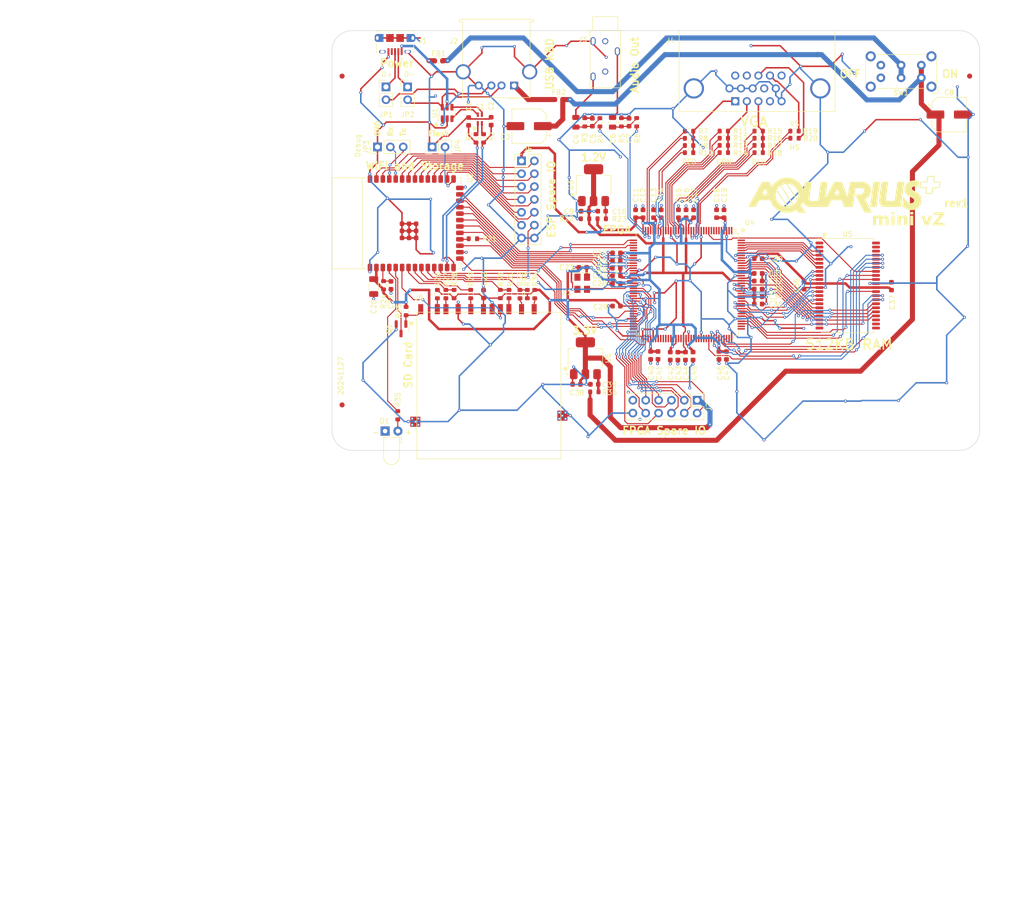
<source format=kicad_pcb>
(kicad_pcb (version 20240108) (generator "pcbnew") (generator_version "8.0")
  (title_block (title "Aquarius+ mini vZ") (date "2024-11-27") (rev "1") (company "Designed by Frank van den Hoef") (comment 1 "Drawing by Sean P. Harrington"))
  (layers (0 "F.Cu" signal) (31 "B.Cu" signal) (34 "B.Paste" user) (35 "F.Paste" user) (36 "B.SilkS" user "B.Silkscreen") (37 "F.SilkS" user "F.Silkscreen") (38 "B.Mask" user) (39 "F.Mask" user) (44 "Edge.Cuts" user))
  (net 0 "")
  (net 1 "+1V2")
  (net 2 "GND")
  (net 3 "+3V3")
  (net 4 "+5V")
  (net 5 "SD_WP#")
  (net 6 "FPGA_EXP0")
  (net 7 "FPGA_EXP1")
  (net 8 "FPGA_EXP2")
  (net 9 "FPGA_EXP3")
  (net 10 "FPGA_EXP4")
  (net 11 "FPGA_EXP5")
  (net 12 "FPGA_EXP6")
  (net 13 "ESP_EXP0")
  (net 14 "ESP_EXP1")
  (net 15 "ESP_EXP2")
  (net 16 "ESP_EXP3")
  (net 17 "ESP_EXP4")
  (net 18 "ESP_EXP5")
  (net 19 "ESP_EXP6")
  (net 20 "ESP_EXP7")
  (net 21 "ESP_USB_D-")
  (net 22 "ESP_USB_D+")
  (net 23 "CASSETTE_IN")
  (net 24 "SPI_CS#")
  (net 25 "SD_CD")
  (net 26 "FPGA_PROG#")
  (net 27 "HC1_D04")
  (net 28 "FPGA_DONE")
  (net 29 "SPI_SCLK")
  (net 30 "HC1_D03")
  (net 31 "HC1_D05")
  (net 32 "HC1_D02")
  (net 33 "SD_MISO")
  (net 34 "SD_MOSI")
  (net 35 "SD_SSEL#")
  (net 36 "SD_SCK")
  (net 37 "CASSETTE_OUT")
  (net 38 "VGA_R3")
  (net 39 "VGA_R2")
  (net 40 "VGA_R1")
  (net 41 "VGA_R0")
  (net 42 "VGA_G3")
  (net 43 "VGA_G2")
  (net 44 "VGA_G1")
  (net 45 "VGA_G0")
  (net 46 "VGA_B3")
  (net 47 "VGA_B2")
  (net 48 "VGA_B1")
  (net 49 "VGA_B0")
  (net 50 "VGA_VSYNC")
  (net 51 "VGA_HSYNC")
  (net 52 "Net-(J1-VBUS)")
  (net 53 "Net-(C4-Pad2)")
  (net 54 "Net-(C4-Pad1)")
  (net 55 "SD_ACTIVITY")
  (net 56 "HC1_D06")
  (net 57 "HC1_D01")
  (net 58 "HC1_D07")
  (net 59 "HC1_D00")
  (net 60 "HC2_D04")
  (net 61 "HC2_D03")
  (net 62 "AUDIO_L")
  (net 63 "AUDIO_R")
  (net 64 "HC2_D05")
  (net 65 "HC2_D02")
  (net 66 "HC2_D06")
  (net 67 "HC2_D01")
  (net 68 "HC2_D07")
  (net 69 "HC2_D00")
  (net 72 "VBUS")
  (net 73 "ESP_CTS")
  (net 74 "ESP_RX")
  (net 75 "ESP_RTS")
  (net 76 "ESP_TX")
  (net 77 "PRINTER_IN")
  (net 78 "PRINTER_OUT")
  (net 79 "ESP_NOTIFY")
  (net 80 "SYSCLK")
  (net 81 "SPI_MISO")
  (net 82 "SPI_MOSI")
  (net 83 "FPGA_INT#")
  (net 84 "FPGA_WR#")
  (net 85 "FPGA_BUSREQ#")
  (net 86 "FPGA_RESET#")
  (net 87 "RAM_CE#")
  (net 88 "FPGA_BUSACK#")
  (net 89 "FPGA_PHI")
  (net 90 "FPGA_CART_CE#")
  (net 91 "FPGA_RD#")
  (net 92 "FPGA_IORQ#")
  (net 93 "FPGA_MREQ#")
  (net 94 "FPGA_D7")
  (net 95 "FPGA_D6")
  (net 96 "FPGA_D5")
  (net 97 "FPGA_D4")
  (net 98 "FPGA_D3")
  (net 99 "FPGA_D2")
  (net 100 "FPGA_D1")
  (net 101 "FPGA_D0")
  (net 102 "BA18")
  (net 103 "BA17")
  (net 104 "FPGA_A12")
  (net 105 "FPGA_A11")
  (net 106 "FPGA_A10")
  (net 107 "FPGA_A14")
  (net 108 "FPGA_A13")
  (net 109 "BA14")
  (net 110 "FPGA_A15")
  (net 111 "BA16")
  (net 112 "BA15")
  (net 113 "FPGA_A9")
  (net 114 "FPGA_A8")
  (net 115 "FPGA_A7")
  (net 116 "FPGA_A6")
  (net 117 "FPGA_A5")
  (net 118 "FPGA_A4")
  (net 119 "FPGA_A3")
  (net 120 "FPGA_A2")
  (net 121 "FPGA_A1")
  (net 122 "FPGA_A0")
  (net 123 "Net-(D1-A)")
  (net 124 "Net-(J2-VBUS)")
  (net 125 "Net-(J4-Pad3)")
  (net 127 "RAM_WE#")
  (net 129 "HC1_D08")
  (net 130 "HC2_D08")
  (net 131 "FPGA_EXP7")
  (net 132 "FPGA_EXP8")
  (net 133 "ESP_EXP8")
  (net 134 "ESP_EXP10")
  (net 135 "ESP_EXP9")
  (net 136 "Net-(J4-Pad1)")
  (net 137 "Net-(J4-Pad14)")
  (net 141 "Net-(J4-Pad2)")
  (net 143 "/USB_D+")
  (net 145 "Net-(J4-Pad13)")
  (net 146 "Net-(J6-DAT0)")
  (net 147 "Net-(J6-WRITE_PROTECT)")
  (net 148 "Net-(J6-DAT2)")
  (net 149 "Net-(J6-CD{slash}DAT3)")
  (net 150 "Net-(J6-CLK)")
  (net 151 "Net-(J6-DAT1)")
  (net 152 "Net-(J6-CMD)")
  (net 153 "Net-(JP3-Pin_2)")
  (net 154 "Net-(JP3-Pin_3)")
  (net 155 "/USB_D-")
  (net 156 "Net-(J2-D-)")
  (net 157 "Net-(J2-D+)")
  (net 158 "Net-(L1-Pad3)")
  (net 159 "Net-(L1-Pad2)")
  (net 160 "Net-(L1-Pad4)")
  (net 161 "Net-(L1-Pad1)")
  (net 162 "Net-(JP4-B)")
  (net 163 "Net-(C6-Pad1)")
  (net 164 "Net-(C6-Pad2)")
  (net 165 "Net-(U3-VI)")
  (net 166 "Net-(U2-EN)")
  (net 167 "Net-(U6-VI)")
  (net 168 "Net-(U4-B2_IO_CCLK)")
  (net 169 "unconnected-(U2-IO45-Pad26)")
  (net 170 "unconnected-(U2-IO46{slash}I-Pad16)")
  (footprint "Capacitor_SMD:C_0603_1608Metric" (layer "F.Cu") (at 153.539947 67.076709 90)
    (property "Reference" "C18")
    (property "Value" "4.7uF")
  )
  (footprint "Resistor_SMD:R_0603_1608Metric" (layer "F.Cu") (at 106 52.175 -90)
    (property "Reference" "R1")
    (property "Value" "0")
  )
  (footprint "Resistor_SMD:R_0603_1608Metric" (layer "F.Cu") (at 87.742947 81.220509 90)
    (property "Reference" "R24")
    (property "Value" "10k")
  )
  (footprint "Capacitor_SMD:C_0603_1608Metric" (layer "F.Cu") (at 170.831446 81.22839 -90)
    (property "Reference" "C36")
    (property "Value" "100nF")
  )
  (footprint "Connector_PinHeader_2.54mm:PinHeader_1x02_P2.54mm_Vertical" (layer "F.Cu") (at 97.347147 53.877509 90)
    (property "Reference" "JP4")
    (property "Value" "Bootloader")
  )
  (footprint "Resistor_SMD:R_0603_1608Metric" (layer "F.Cu") (at 116.154647 82.968709 -90)
    (property "Reference" "R33")
    (property "Value" "10k")
  )
  (footprint "aquarius-plus:aqplus_logo" (layer "F.Cu") (at 178.771102 63.234665)
    (property "Reference" "#G1" (hide yes))
    (property "Value" "LOGO" (hide yes))
  )
  (footprint "Resistor_SMD:R_0603_1608Metric" (layer "F.Cu") (at 154.977447 54.990609)
    (property "Reference" "R14")
    (property "Value" "4300")
  )
  (footprint "Resistor_SMD:R_0603_1608Metric" (layer "F.Cu") (at 161.862247 52.152509)
    (property "Reference" "R16")
    (property "Value" "1070")
  )
  (footprint "Capacitor_SMD:C_0603_1608Metric" (layer "F.Cu") (at 148.892947 95.208009 -90)
    (property "Reference" "C45")
    (property "Value" "100nF")
  )
  (footprint "Package_TO_SOT_SMD:TSOT-23-6" (layer "F.Cu") (at 100.299264 47.15 90)
    (property "Reference" "U1")
    (property "Value" "IP4234CZ6")
  )
  (footprint "Capacitor_SMD:C_0603_1608Metric" (layer "F.Cu") (at 136.242347 48.994309 90)
    (property "Reference" "C7")
    (property "Value" "100nF")
  )
  (footprint "Package_TO_SOT_SMD:SOT-223-3_TabPin2" (layer "F.Cu") (at 129.236274 61.421209 90)
    (property "Reference" "U3")
    (property "Value" "LD1117S12")
  )
  (footprint "Capacitor_SMD:C_0603_1608Metric" (layer "F.Cu") (at 147.392947 95.208009 -90)
    (property "Reference" "C44")
    (property "Value" "100nF")
  )
  (footprint "Resistor_SMD:R_0603_1608Metric" (layer "F.Cu") (at 114.693247 82.968009 -90)
    (property "Reference" "R32")
    (property "Value" "100")
  )
  (footprint "Package_QFP:TQFP-144_20x20mm_P0.5mm" (layer "F.Cu") (at 147.762947 81.083009 -90)
    (property "Reference" "U4")
    (property "Value" "XC6SLX9-2TQG144C")
  )
  (footprint "MountingHole:MountingHole_3.2mm_M3" (layer "F.Cu") (at 201.542947 109.870509)
    (property "Reference" "H4" (hide yes))
    (property "Value" "MountingHole")
  )
  (footprint "Resistor_SMD:R_0603_1608Metric" (layer "F.Cu") (at 148.106547 53.587209)
    (property "Reference" "R9")
    (property "Value" "2150")
  )
  (footprint "MountingHole:MountingHole_3.2mm_M3" (layer "F.Cu") (at 81.542947 109.870509)
    (property "Reference" "H3" (hide yes))
    (property "Value" "MountingHole")
  )
  (footprint "Connector_PinHeader_2.54mm:PinHeader_1x02_P2.54mm_Vertical" (layer "F.Cu") (at 88.217547 42)
    (property "Reference" "JP1")
    (property "Value" "USB")
  )
  (footprint "Capacitor_SMD:C_0603_1608Metric" (layer "F.Cu") (at 125.867947 100.796109 180)
    (property "Reference" "C38")
    (property "Value" "4.7uF")
  )
  (footprint "Capacitor_SMD:C_0603_1608Metric" (layer "F.Cu") (at 145.892947 95.220509 -90)
    (property "Reference" "C43")
    (property "Value" "4.7uF")
  )
  (footprint "Capacitor_SMD:C_0603_1608Metric" (layer "F.Cu") (at 188.09906 81.393142 90)
    (property "Reference" "C37")
    (property "Value" "100nF")
  )
  (footprint "Capacitor_SMD:C_0603_1608Metric" (layer "F.Cu") (at 137.542947 67.079309 90)
    (property "Reference" "C11")
    (property "Value" "4.7uF")
  )
  (footprint "Capacitor_SMD:C_0805_2012Metric" (layer "F.Cu") (at 132.992347 48.994309 90)
    (property "Reference" "C6")
    (property "Value" "10uF")
  )
  (footprint "Capacitor_SMD:C_0603_1608Metric" (layer "F.Cu") (at 149.012947 67.083009 90)
    (property "Reference" "C17")
    (property "Value" "100nF")
  )
  (footprint "Resistor_SMD:R_0603_1608Metric" (layer "F.Cu") (at 130.488647 49.002809 90)
    (property "Reference" "R4")
    (property "Value" "330")
  )
  (footprint "Connector_PinHeader_2.54mm:PinHeader_2x06_P2.54mm_Vertical" (layer "F.Cu") (at 149.702947 103.950509 -90)
    (property "Reference" "J7")
    (property "Value" "FPGA spare")
  )
  (footprint "Capacitor_SMD:C_0603_1608Metric" (layer "F.Cu") (at 107.497847 82.966909 90)
    (property "Reference" "C22")
    (property "Value" "4.7uF")
  )
  (footprint "Capacitor_SMD:C_0603_1608Metric" (layer "F.Cu") (at 129.392947 100.796109 180)
    (property "Reference" "C39")
    (property "Value" "4.7uF")
  )
  (footprint "Fiducial:Fiducial_1mm_Mask2mm" (layer "F.Cu") (at 79.542947 39.870509)
    (property "Reference" "FID1" (hide yes))
    (property "Value" "Fiducial")
  )
  (footprint "Inductor_SMD:L_0603_1608Metric" (layer "F.Cu") (at 98.612136 36.863428)
    (property "Reference" "FB1")
    (property "Value" "220")
  )
  (footprint "Button_Switch_THT:SW_E-Switch_EG2219_DPDT_Angled" (layer "F.Cu") (at 194.000447 40.203009 180)
    (property "Reference" "SW1")
    (property "Value" "SW_DPDT_x2")
  )
  (footprint "Resistor_SMD:R_0603_1608Metric" (layer "F.Cu") (at 168.949247 52.149609)
    (property "Reference" "R20")
    (property "Value" "820")
  )
  (footprint "Resistor_SMD:R_0603_1608Metric" (layer "F.Cu") (at 129.392947 102.296109)
    (property "Reference" "R36")
    (property "Value" "1")
  )
  (footprint "Package_SO:TSOP-II-44_10.16x18.41mm_P0.8mm" (layer "F.Cu") (at 179.455447 81.270509)
    (property "Reference" "U5")
    (property "Value" "IS61C5128AL-10TLI")
  )
  (footprint "Resistor_SMD:R_0603_1608Metric" (layer "F.Cu") (at 161.862247 50.735409)
    (property "Reference" "R15")
    (property "Value" "536")
  )
  (footprint "Resistor_SMD:R_0603_1608Metric" (layer "F.Cu") (at 110.825847 82.949509 -90)
    (property "Reference" "R30")
    (property "Value" "10k")
  )
  (footprint "Capacitor_SMD:C_0603_1608Metric" (layer "F.Cu") (at 133.762947 74.833009 180)
    (property "Reference" "C24")
    (property "Value" "100nF")
  )
  (footprint "Resistor_SMD:R_0603_1608Metric" (layer "F.Cu") (at 127.492347 48.994309 -90)
    (property "Reference" "R3")
    (property "Value" "150")
  )
  (footprint "Capacitor_SMD:C_0603_1608Metric" (layer "F.Cu") (at 141.092947 67.083009 90)
    (property "Reference" "C13")
    (property "Value" "100nF")
  )
  (footprint "Resistor_SMD:R_0603_1608Metric" (layer "F.Cu") (at 148.106547 52.168809)
    (property "Reference" "R8")
    (property "Value" "1070")
  )
  (footprint "Connector_PinHeader_2.54mm:PinHeader_1x03_P2.54mm_Vertical" (layer "F.Cu") (at 86.542947 53.870509 90)
    (property "Reference" "JP3")
    (property "Value" "DBG")
  )
  (footprint "Resistor_SMD:R_0603_1608Metric" (layer "F.Cu") (at 107.5 52.175 90)
    (property "Reference" "R2")
    (property "Value" "0")
  )
  (footprint "Capacitor_SMD:C_0603_1608Metric" (layer "F.Cu") (at 161.762947 81.970511)
    (property "Reference" "C33")
    (property "Value" "100nF")
  )
  (footprint "aquarius-plus:AMPHENOL_10118194-0001LF" (layer "F.Cu") (at 90.010099 32.329978 180)
    (property "Reference" "J1")
    (property "Value" "Power in")
  )
  (footprint "Resistor_SMD:R_0603_1608Metric" (layer "F.Cu") (at 98.378747 82.967109 90)
    (property "Reference" "R26")
    (property "Value" "10k")
  )
  (footprint "Package_TO_SOT_SMD:SOT-223-3_TabPin2" (layer "F.Cu") (at 127.620447 95.646109 90)
    (property "Reference" "U6")
    (property "Value" "LDL1117S33R")
  )
  (footprint "Capacitor_SMD:C_0603_1608Metric" (layer "F.Cu") (at 133.750947 76.346909 180)
    (property "Reference" "C25")
    (property "Value" "4.7uF")
  )
  (footprint "Resistor_SMD:R_0603_1608Metric" (layer "F.Cu") (at 154.976347 53.567509)
    (property "Reference" "R13")
    (property "Value" "2150")
  )
  (footprint "Connector_PinHeader_2.54mm:PinHeader_2x07_P2.54mm_Vertical" (layer "F.Cu") (at 115.002947 56.630509)
    (property "Reference" "J5")
    (property "Value" "ESP32 spare")
  )
  (footprint "Connector_PinHeader_2.54mm:PinHeader_1x02_P2.54mm_Vertical" (layer "F.Cu") (at 92.5 42)
    (property "Reference" "JP2")
    (property "Value" "USB")
  )
  (footprint "Capacitor_SMD:C_0603_1608Metric" (layer "F.Cu") (at 161.767947 83.470509)
    (property "Reference" "C34")
    (property "Value" "100nF")
  )
  (footprint "Resistor_SMD:R_0603_1608Metric" (layer "F.Cu") (at 161.858447 53.563509)
    (property "Reference" "R17")
    (property "Value" "2150")
  )
  (footprint "Capacitor_SMD:C_0603_1608Metric" (layer "F.Cu") (at 140.512947 95.083009 -90)
    (property "Reference" "C40")
    (property "Value" "100nF")
  )
  (footprint "Resistor_SMD:R_0603_1608Metric" (layer "F.Cu") (at 161.862247 54.998609)
    (property "Reference" "R18")
    (property "Value" "4300")
  )
  (footprint "Capacitor_SMD:C_0603_1608Metric" (layer "F.Cu") (at 109 48.775 -90)
    (property "Reference" "C2")
    (property "Value" "DNP")
  )
  (footprint "Fiducial:Fiducial_1mm_Mask2mm" (layer "F.Cu") (at 79.542947 104.870509)
    (property "Reference" "FID3" (hide yes))
    (property "Value" "Fiducial")
  )
  (footprint "Resistor_SMD:R_0603_1608Metric" (layer "F.Cu") (at 127.549574 68.070509)
    (property "Reference" "R22")
    (property "Value" "100")
  )
  (footprint "Capacitor_SMD:C_0603_1608Metric" (layer "F.Cu") (at 89.202647 81.220909 -90)
    (property "Reference" "C21")
    (property "Value" "100nF")
  )
  (footprint "Resistor_SMD:R_0603_1608Metric" (layer "F.Cu") (at 92.192947 86.320509 90)
    (property "Reference" "R25")
    (property "Value" "10k" (hide yes))
  )
  (footprint "Resistor_SMD:R_0603_1608Metric" (layer "F.Cu") (at 90.542947 106.920509 -90)
    (property "Reference" "R35")
    (property "Value" "220")
  )
  (footprint "aquarius-plus:TF-03A" (layer "F.Cu") (at 108.542947 86.540509)
    (property "Reference" "J6")
    (property "Value" "TF-03A")
  )
  (footprint "Resistor_SMD:R_0603_1608Metric" (layer "F.Cu") (at 104.953947 82.953109 -90)
    (property "Reference" "R29")
    (property "Value" "100")
  )
  (footprint "aquarius-plus:ICD15S13E4GV00LF" (layer "F.Cu") (at 161.542947 30.870509 180)
    (property "Reference" "J4")
    (property "Value" "VGA")
  )
  (footprint "Capacitor_SMD:C_0603_1608Metric" (layer "F.Cu") (at 161.762947 78.883009)
    (property "Reference" "C31")
    (property "Value" "100nF")
  )
  (footprint "Capacitor_SMD:C_0603_1608Metric" (layer "F.Cu") (at 161.762947 80.383009)
    (property "Reference" "C32")
    (property "Value" "100nF")
  )
  (footprint "Resistor_SMD:R_0603_1608Metric" (layer "F.Cu") (at 137.749547 48.988909 90)
    (property "Reference" "R6")
    (property "Value" "330")
  )
  (footprint "Connector_USB:USB_A_Molex_67643_Horizontal" (layer "F.Cu") (at 113.542947 41.730509 180)
    (property "Reference" "J2")
    (property "Value" "ESP USB Host")
  )
  (footprint "MountingHole:MountingHole_3.2mm_M3" (layer "F.Cu") (at 81.542947 34.870509)
    (property "Reference" "H1" (hide yes))
    (property "Value" "MountingHole")
  )
  (footprint "Capacitor_SMD:C_0603_1608Metric" (layer "F.Cu") (at 104.53906 48.819606 -90)
    (property "Reference" "C1")
    (property "Value" "DNP")
  )
  (footprint "Resistor_SMD:R_0603_1608Metric" (layer "F.Cu") (at 112.524047 82.963109 -90)
    (property "Reference" "R31")
    (property "Value" "100")
  )
  (footprint "Capacitor_SMD:C_0603_1608Metric" (layer "F.Cu") (at 139.012947 67.083009 90)
    (property "Reference" "C12")
    (property "Value" "100nF")
  )
  (footprint "Capacitor_SMD:C_0603_1608Metric" (layer "F.Cu") (at 133.762947 85.333009 180)
    (property "Reference" "C29")
    (property "Value" "100nF")
  )
  (footprint "Capacitor_SMD:C_0603_1608Metric" (layer "F.Cu") (at 144.392947 95.208009 -90)
    (property "Reference" "C42")
    (property "Value" "100nF")
  )
  (footprint "LED_THT:LED_D3.0mm_Horizontal_O1.27mm_Z2.0mm" (layer "F.Cu") (at 88.042947 110.045509)
    (property "Reference" "D1")
    (property "Value" "SD act.")
  )
  (footprint "Resistor_SMD:R_0603_1608Metric" (layer "F.Cu") (at 154.977447 52.144409)
    (property "Reference" "R12")
    (property "Value" "1070")
  )
  (footprint "Resistor_SMD:R_0603_1608Metric" (layer "F.Cu") (at 148.106547 55.005509)
    (property "Reference" "R10")
    (property "Value" "4300")
  )
  (footprint "Resistor_SMD:R_0603_1608Metric" (layer "F.Cu") (at 134.742347 48.994309 -90)
    (property "Reference" "R5")
    (property "Value" "150")
  )
  (footprint "MountingHole:MountingHole_3.2mm_M3" (layer "F.Cu") (at 201.542947 34.870509)
    (property "Reference" "H2" (hide yes))
    (property "Value" "MountingHole")
  )
  (footprint "Capacitor_SMD:C_0603_1608Metric" (layer "F.Cu") (at 133.762947 79.333009 180)
    (property "Reference" "C27")
    (property "Value" "100nF")
  )
  (footprint "Capacitor_SMD:CP_Elec_6.3x7.7" (layer "F.Cu") (at 116.5 49.750509 180)
    (property "Reference" "C3")
    (property "Value" "100uF")
  )
  (footprint "Capacitor_SMD:C_0603_1608Metric" (layer "F.Cu") (at 128.992347 48.994309 90)
    (property "Reference" "C5")
    (property "Value" "100nF")
  )
  (footprint "Oscillator:Oscillator_SMD_SeikoEpson_SG8002CE-4Pin_3.2x2.5mm" (layer "F.Cu") (at 126.992947 80.820509 -90)
    (property "Reference" "X1")
    (property "Value" "SX3M14.31818M20F30TNN")
  )
  (footprint "Capacitor_SMD:C_0603_1608Metric" (layer "F.Cu") (at 161.764147 75.961109)
    (property "Reference" "C30")
    (property "Value" "100nF")
  )
  (footprint "Capacitor_SMD:C_0603_1608Metric" (layer "F.Cu") (at 155.492947 95.088509 -90)
    (property "Reference" "C47")
    (property "Value" "4.7uF")
  )
  (footprint "Capacitor_SMD:C_0603_1608Metric" (layer "F.Cu") (at 142.592947 67.083009 90)
    (property "Reference" "C14")
    (property "Value" "100nF")
  )
  (footprint "Capacitor_SMD:C_0603_1608Metric" (layer "F.Cu") (at 133.763047 80.861709 180)
    (property "Reference" "C28")
    (property "Value" "100nF")
  )
  (footprint "Capacitor_SMD:C_1206_3216Metric" (layer "F.Cu") (at 85.792947 81.470509 -90)
    (property "Reference" "C20")
    (property "Value" "22uF")
  )
  (footprint "aquarius-plus:C2939180" (layer "F.Cu") (at 131.542947 35.870509)
    (property "Reference" "J3")
    (property "Value" "Audio out")
  )
  (footprint "Inductor_SMD:L_0603_1608Metric" (layer "F.Cu") (at 122.361761 44.5)
    (property "Reference" "FB2")
    (property "Value" "220")
  )
  (footprint "Resistor_SMD:R_0603_1608Metric" (layer "F.Cu") (at 101.673647 82.962209 -90)
    (property "Reference" "R28")
    (property "Value" "10k")
  )
  (footprint "Capacitor_SMD:C_0603_1608Metric" (layer "F.Cu") (at 127.092947 77.690509 180)
    (property "Reference" "C23")
    (property "Value" "100nF")
  )
  (footprint "Capacitor_SMD:C_0603_1608Metric" (layer "F.Cu") (at 130.849574 66.570509 180)
    (property "Reference" "C10")
    (property "Value" "4.7uF")
  )
  (footprint "Capacitor_SMD:C_0603_1608Metric" (layer "F.Cu") (at 141.969047 95.080809 -90)
    (property "Reference" "C41")
    (property "Value" "4.7uF")
  )
  (footprint "Resistor_SMD:R_0603_1608Metric" (layer "F.Cu") (at 130.849574 68.070509)
    (property "Reference" "R23")
    (property "Value" "1")
  )
  (footprint "Resistor_SMD:R_0603_1608Metric" (layer "F.Cu") (at 148.106547 50.750509)
    (property "Reference" "R7")
    (property "Value" "536")
  )
  (footprint "Resistor_SMD:R_0603_1608Metric" (layer "F.Cu") (at 168.947447 50.736509)
    (property "Reference" "R19")
    (property "Value" "820")
  )
  (footprint "aquarius-plus:ESP32-S2-SOLO-N4R2" (layer "F.Cu") (at 77.567908 68.960458 90)
    (property "Reference" "U2")
    (property "Value" "ESP32-S3-WROOM-1-N4R2")
  )
  (footprint "Inductor_SMD_Wurth:WE-CNSW_08058" (layer "F.Cu") (at 106.765159 48.35)
    (property "Reference" "L1")
    (property "Value" "USB Choke" (hide yes))
  )
  (footprint "Capacitor_SMD:C_0603_1608Metric" (layer "F.Cu") (at 127.549574 66.570509 180)
    (property "Reference" "C9")
    (property "Value" "4.7uF")
  )
  (footprint "Capacitor_SMD:C_0603_1608Metric" (layer "F.Cu") (at 154.012947 95.083009 -90)
    (property "Reference" "C46")
    (property "Value" "100nF")
  )
  (footprint "Capacitor_SMD:C_0603_1608Metric" (layer "F.Cu") (at 155.012947 67.083009 90)
    (property "Reference" "C19")
    (property "Value" "100nF")
  )
  (footprint "Package_TO_SOT_SMD:SOT-23" (layer "F.Cu") (at 91.192947 89.820509 -90)
    (property "Reference" "Q1")
    (property "Value" "2N7002")
  )
  (footprint "Capacitor_SMD:C_0805_2012Metric" (layer "F.Cu") (at 125.742347 48.994309 90)
    (property "Reference" "C4")
    (property "Value" "10uF")
  )
  (footprint "Resistor_SMD:R_0603_1608Metric" (layer "F.Cu") (at 117.611247 82.968009 90)
    (property "Reference" "R34")
    (property "Value" "10k")
  )
  (footprint "Capacitor_SMD:C_0603_1608Metric" (layer "F.Cu") (at 161.766747 84.928809)
    (property "Reference" "C35")
    (property "Value" "4.7uF")
  )
  (footprint "Capacitor_SMD:C_0603_1608Metric" (layer "F.Cu") (at 133.747047 77.853709 180)
    (property "Reference" "C26")
    (property "Value" "4.7uF")
  )
  (footprint "Resistor_SMD:R_0603_1608Metric" (layer "F.Cu") (at 100.048247 82.964609 -90)
    (property "Reference" "R27")
    (property "Value" "100")
  )
  (footprint "Capacitor_SMD:CP_Elec_6.3x7.7" (layer "F.Cu") (at 199.492947 47.470509)
    (property "Reference" "C8")
    (property "Value" "100uF")
  )
  (footprint "Resistor_SMD:R_0603_1608Metric" (layer "F.Cu") (at 154.977447 50.733409)
    (property "Reference" "R11")
    (property "Value" "536")
  )
  (footprint "Fiducial:Fiducial_1mm_Mask2mm" (layer "F.Cu") (at 203.542947 39.870509)
    (property "Reference" "FID2" (hide yes))
    (property "Value" "Fiducial")
  )
  (footprint "Capacitor_SMD:C_0603_1608Metric" (layer "F.Cu") (at 146.012947 67.083009 90)
    (property "Reference" "C15")
    (property "Value" "100nF")
  )
  (footprint "Resistor_SMD:R_0603_1608Metric" (layer "F.Cu") (at 105.392947 72.020509)
    (property "Reference" "R21")
    (property "Value" "220")
  )
  (footprint "Capacitor_SMD:C_0603_1608Metric" (layer "F.Cu") (at 147.512947 67.083009 90)
    (property "Reference" "C16")
    (property "Value" "100nF")
  )
  (gr_circle (center 123.68517 97.750384) (end 123.98517 97.750384) (stroke (width 0.15)) (fill solid) (layer "F.SilkS"))
  (gr_circle (center 93.261075 88.761315) (end 93.561075 88.761315) (stroke (width 0.15)) (fill solid) (layer "F.SilkS"))
  (gr_circle (center 98.148121 49.522243) (end 98.448121 49.522243) (stroke (width 0.15)) (fill solid) (layer "F.SilkS"))
  (gr_circle (center 105.711482 50.227793) (end 106.011482 50.227793) (stroke (width 0.15)) (fill solid) (layer "F.SilkS"))
  (gr_circle (center 174.87893 71.234031) (end 175.17893 71.234031) (stroke (width 0.15)) (fill solid) (layer "F.SilkS"))
  (gr_circle (center 125.056537 63.303992) (end 125.356537 63.303992) (stroke (width 0.15)) (fill solid) (layer "F.SilkS"))
  (gr_circle (center 158.747399 70.318892) (end 159.047399 70.318892) (stroke (width 0.15)) (fill solid) (layer "F.SilkS"))
  (gr_line (start 81.542947 113.870509) (end 201.542947 113.870509) (stroke (width 0.1)) (layer "Edge.Cuts"))
  (gr_arc (start 77.542947 34.870509) (mid 78.71452 32.042082) (end 81.542947 30.870509) (stroke (width 0.1)) (layer "Edge.Cuts"))
  (gr_arc (start 81.542947 113.870509) (mid 78.71452 112.698936) (end 77.542947 109.870509) (stroke (width 0.1)) (layer "Edge.Cuts"))
  (gr_line (start 81.542947 30.870509) (end 201.542947 30.870509) (stroke (width 0.1)) (layer "Edge.Cuts"))
  (gr_arc (start 201.542947 30.870509) (mid 204.371374 32.042082) (end 205.542947 34.870509) (stroke (width 0.1)) (layer "Edge.Cuts"))
  (gr_line (start 77.542947 34.870509) (end 77.542947 109.870509) (stroke (width 0.1)) (layer "Edge.Cuts"))
  (gr_arc (start 205.542947 109.870509) (mid 204.371374 112.698936) (end 201.542947 113.870509) (stroke (width 0.1)) (layer "Edge.Cuts"))
  (gr_line (start 205.542947 34.870509) (end 205.542947 109.870509) (stroke (width 0.1)) (layer "Edge.Cuts"))
  (gr_text "VS" (at 168.970406 49.276189 0) (layer "F.SilkS") (effects (font (size 1 1))))
  (gr_text "RED" (at 148.138977 56.819443 0) (layer "F.SilkS") (effects (font (size 1 1))))
  (gr_text "SD Card" (at 92.604877 101.774164 90) (layer "F.SilkS") (effects (font (size 1.5 1.5) (thickness 0.3)) (justify left)))
  (gr_text "Debug" (at 82.645751 53.612454 90) (layer "F.SilkS") (effects (font (size 1 1))))
  (gr_text "FPGA Spare IO" (at 143.192947 109.970509 0) (layer "F.SilkS") (effects (font (size 1.5 1.5) (thickness 0.3))))
  (gr_text "Tx" (at 92.191679 51.920842 90) (layer "F.SilkS") (effects (font (size 1 1) (thickness 0.25) (bold yes)) (justify left bottom)))
  (gr_text "-" (at 85.411076 110.297921 0) (layer "F.SilkS") (effects (font (size 1 1)) (justify left)))
  (gr_text "WiFi and Storage" (at 84.042947 57.620509 0) (layer "F.SilkS") (effects (font (size 1.5 1.5) (thickness 0.3)) (justify left)))
  (gr_text "ON" (at 199.695031 39.451859 0) (layer "F.SilkS") (effects (font (size 1.5 1.5) (thickness 0.3))))
  (gr_text "1.2V" (at 129.236242 55.921222 0) (layer "F.SilkS") (effects (font (size 1.5 1.5) (thickness 0.3))))
  (gr_text "rev1" (at 198.329335 64.972871 0) (layer "F.SilkS") (effects (font (size 1.5 1.5) (thickness 0.3)) (justify left)))
  (gr_text "D+" (at 87.23602 39.54086 0) (layer "F.SilkS") (effects (font (size 1 1) (thickness 0.125)) (justify left)))
  (gr_text "3.3V" (at 127.492947 90.170509 0) (layer "F.SilkS") (effects (font (size 1.5 1.5) (thickness 0.3))))
  (gr_text "Audio Out" (at 137.352947 43.370509 90) (layer "F.SilkS") (effects (font (size 1.5 1.5) (thickness 0.3)) (justify left)))
  (gr_text "HS" (at 168.970406 53.984115 0) (layer "F.SilkS") (effects (font (size 1 1))))
  (gr_text "FPGA" (at 133.837095 70.2719 0) (layer "F.SilkS") (effects (font (size 1.5 1.5) (thickness 0.3))))
  (gr_text "GRN" (at 155.018765 56.819443 0) (layer "F.SilkS") (effects (font (size 1 1))))
  (gr_text "GND" (at 87.13607 51.920842 90) (layer "F.SilkS") (effects (font (size 1 1) (thickness 0.25) (bold yes)) (justify left bottom)))
  (gr_text "D-" (at 91.692947 39.520509 0) (layer "F.SilkS") (effects (font (size 1 1) (thickness 0.125)) (justify left)))
  (gr_text "BLU" (at 161.91954 56.819443 0) (layer "F.SilkS") (effects (font (size 1 1))))
  (gr_text "Flash" (at 98.629069 51.814602 0) (layer "F.SilkS") (effects (font (size 1 1) (thickness 0.25) (bold yes)) (justify bottom)))
  (gr_text "OFF" (at 179.959391 39.451859 0) (layer "F.SilkS") (effects (font (size 1.5 1.5) (thickness 0.3))))
  (gr_text "mini vZ" (at 191.448224 68.335231 0) (layer "F.SilkS") (effects (font (size 2.5 2.5) (thickness 0.3) (bold yes))))
  (gr_text "Rx" (at 89.663874 51.920842 90) (layer "F.SilkS") (effects (font (size 1 1) (thickness 0.25) (bold yes)) (justify left bottom)))
  (gr_text "512KB RAM" (at 179.684705 92.931526 0) (layer "F.SilkS") (effects (font (size 2 2) (thickness 0.3))))
  (gr_text "+" (at 91.938486 110.290132 0) (layer "F.SilkS") (effects (font (size 1 1)) (justify left)))
  (gr_text "Power" (at 86.842947 37.320509 0) (layer "F.SilkS") (effects (font (size 1.5 1.5) (thickness 0.3)) (justify left)))
  (gr_text "ESP Spare IO" (at 120.877947 64.205509 90) (layer "F.SilkS") (effects (font (size 1.5 1.5) (thickness 0.3))))
  (gr_text "20241127" (at 79.292947 99.120509 90) (layer "F.SilkS") (effects (font (size 1 1))))
  (gr_text "VGA" (at 160.942947 48.870509 0) (layer "F.SilkS") (effects (font (size 2 2) (thickness 0.3))))
  (gr_text "USB KBD" (at 120.558803 42.72041 90) (layer "F.SilkS") (effects (font (size 1.5 1.5) (thickness 0.3)) (justify left)))
  (segment (start 137.942947 71.270509) (end 139.592947 72.920509) (width 0.5) (layer "F.Cu") (net 1))
  (segment (start 147.367447 89.625009) (end 147.012947 89.270509) (width 0.25) (layer "F.Cu") (net 1))
  (segment (start 143.012947 78.770509) (end 154.730447 78.770509) (width 0.5) (layer "F.Cu") (net 1))
  (segment (start 147.012947 89.270509) (end 147.012947 87.890509) (width 0.25) (layer "F.Cu") (net 1))
  (segment (start 143.012947 70.420509) (end 143.012947 68.278009) (width 0.25) (layer "F.Cu") (net 1))
  (segment (start 135.805447 79.833009) (end 135.642947 79.670509) (width 0.25) (layer "F.Cu") (net 1))
  (segment (start 139.442947 78.770509) (end 142.812947 78.770509) (width 0.5) (layer "F.Cu") (net 1))
  (segment (start 143.012947 68.278009) (end 142.592947 67.858009) (width 0.25) (layer "F.Cu") (net 1))
  (segment (start 129.242947 58.277882) (end 129.242947 64.564536) (width 1) (layer "F.Cu") (net 1))
  (segment (start 147.512947 70.420509) (end 147.512947 71.970509) (width 0.25) (layer "F.Cu") (net 1))
  (segment (start 128.374574 69.102136) (end 128.374574 68.070509) (width 0.5) (layer "F.Cu") (net 1))
  (segment (start 147.512947 70.420509) (end 147.512947 67.858009) (width 0.25) (layer "F.Cu") (net 1))
  (segment (start 139.592947 72.920509) (end 143.012947 72.920509) (width 0.5) (layer "F.Cu") (net 1))
  (segment (start 158.431619 80.339181) (end 160.676375 80.339181) (width 0.25) (layer "F.Cu") (net 1))
  (segment (start 134.537947 79.333009) (end 134.875447 79.670509) (width 0.5) (layer "F.Cu") (net 1))
  (segment (start 143.012947 72.920509) (end 143.012947 78.770509) (width 0.5) (layer "F.Cu") (net 1))
  (segment (start 129.236274 64.876781) (end 128.324574 65.788481) (width 0.5) (layer "F.Cu") (net 1))
  (segment (start 128.324574 65.788481) (end 128.324574 66.570509) (width 0.5) (layer "F.Cu") (net 1))
  (segment (start 145.892947 94.445509) (end 147.380447 94.445509) (width 0.5) (layer "F.Cu") (net 1))
  (segment (start 147.012947 91.745509) (end 147.012947 90.683686) (width 0.25) (layer "F.Cu") (net 1))
  (segment (start 128.374574 69.102136) (end 130.542947 71.270509) (width 0.5) (layer "F.Cu") (net 1))
  (segment (start 143.012947 71.920509) (end 143.012947 72.920509) (width 0.5) (layer "F.Cu") (net 1))
  (segment (start 134.522047 77.853709) (end 134.522047 79.317109) (width 0.5) (layer "F.Cu") (net 1))
  (segment (start 128.324574 66.570509) (end 128.324574 68.020509) (width 0.5) (layer "F.Cu") (net 1))
  (segment (start 147.012947 90.683686) (end 147.367447 90.329186) (width 0.25) (layer "F.Cu") (net 1))
  (segment (start 146.942947 89.200509) (end 147.012947 89.270509) (width 0.5) (layer "F.Cu") (net 1))
  (segment (start 134.875447 79.670509) (end 135.642947 79.670509) (width 0.5) (layer "F.Cu") (net 1))
  (segment (start 147.012947 87.890509) (end 146.942947 87.820509) (width 0.25) (layer "F.Cu") (net 1))
  (segment (start 146.942947 87.470509) (end 146.942947 78.820509) (width 0.5) (layer "F.Cu") (net 1))
  (segment (start 158.425447 80.333009) (end 156.292947 80.333009) (width 0.25) (layer "F.Cu") (net 1))
  (segment (start 146.942947 87.470509) (end 146.942947 89.200509) (width 0.5) (layer "F.Cu") (net 1))
  (segment (start 147.367447 90.329186) (end 147.367447 89.625009) (width 0.25) (layer "F.Cu") (net 1))
  (segment (start 154.730447 78.770509) (end 156.292947 80.333009) (width 0.5) (layer "F.Cu") (net 1))
  (segment (start 147.012947 93.320509) (end 147.012947 91.745509) (width 0.25) (layer "F.Cu") (net 1))
  (segment (start 130.542947 71.270509) (end 137.942947 71.270509) (width 0.5) (layer "F.Cu") (net 1))
  (segment (start 146.942947 87.820509) (end 146.942947 87.470509) (width 0.5) (layer "F.Cu") (net 1))
  (segment (start 143.012947 70.420509) (end 143.012947 71.920509) (width 0.25) (layer "F.Cu") (net 1))
  (segment (start 147.392947 93.700509) (end 147.012947 93.320509) (width 0.25) (layer "F.Cu") (net 1))
  (segment (start 147.392947 94.433009) (end 147.392947 93.700509) (width 0.25) (layer "F.Cu") (net 1))
  (segment (start 147.512947 71.970509) (end 147.512947 78.750509) (width 0.5) (layer "F.Cu") (net 1))
  (segment (start 137.100447 79.833009) (end 135.805447 79.833009) (width 0.25) (layer "F.Cu") (net 1))
  (via (at 139.442947 78.770509) (size 0.6) (drill 0.3) (layers "F.Cu" "B.Cu") (net 1))
  (via (at 135.642947 79.670509) (size 0.6) (drill 0.3) (layers "F.Cu" "B.Cu") (net 1))
  (segment (start 136.568598 79.195509) (end 139.017947 79.195509) (width 0.5) (layer "B.Cu") (net 1))
  (segment (start 135.642947 79.670509) (end 136.093598 79.670509) (width 0.5) (layer "B.Cu") (net 1))
  (segment (start 136.093598 79.670509) (end 136.568598 79.195509) (width 0.5) (layer "B.Cu") (net 1))
  (segment (start 139.017947 79.195509) (end 139.442947 78.770509) (width 0.5) (layer "B.Cu") (net 1))
  (segment (start 88.710099 35.029978) (end 88.710099 36.044995) (width 0.3) (layer "F.Cu") (net 2))
  (segment (start 100.514333 51.746931) (end 99.477725 51.746931) (width 0.3) (layer "F.Cu") (net 2))
  (segment (start 132.230886 74.833009) (end 132.119486 74.721609) (width 0.3) (layer "F.Cu") (net 2))
  (segment (start 132.142947 78.070509) (end 132.142947 76.427989) (width 0.3) (layer "F.Cu") (net 2))
  (segment (start 125.092947 100.796109) (end 125.092947 99.023609) (width 0.3) (layer "F.Cu") (net 2))
  (segment (start 163.368735 84.872253) (end 163.385891 84.889409) (width 0.3) (layer "F.Cu") (net 2))
  (segment (start 104.836385 48.341931) (end 108.658069 48.341931) (width 0.3) (layer "F.Cu") (net 2))
  (segment (start 85.02007 59.202366) (end 85.02007 58.52007) (width 0.3) (layer "F.Cu") (net 2))
  (segment (start 102.482947 84.577503) (end 102.493591 84.566859) (width 0.3) (layer "F.Cu") (net 2))
  (segment (start 132.987947 79.333009) (end 132.20203 79.333009) (width 0.3) (layer "F.Cu") (net 2))
  (segment (start 156.029947 89.804051) (end 156.512947 90.287051) (width 0.3) (layer "F.Cu") (net 2))
  (segment (start 146.012947 65.505269) (end 146.018682 65.499534) (width 0.3) (layer "F.Cu") (net 2))
  (segment (start 113.611153 36.018715) (end 116.612947 39.020509) (width 0.3) (layer "F.Cu") (net 2))
  (segment (start 132.20203 78.129592) (end 132.142947 78.070509) (width 0.3) (layer "F.Cu") (net 2))
  (segment (start 92.63067 108.165942) (end 93.98338 108.165942) (width 0.3) (layer "F.Cu") (net 2))
  (segment (start 136.242347 47.448532) (end 136.239696 47.445881) (width 0.3) (layer "F.Cu") (net 2))
  (segment (start 94.177908 70.460458) (end 92.777908 70.460458) (width 0.3) (layer "F.Cu") (net 2))
  (segment (start 97.244483 39.910798) (end 98.134772 39.020509) (width 0.3) (layer "F.Cu") (net 2))
  (segment (start 85.02007 59.202366) (end 85.02007 60.17262) (width 0.3) (layer "F.Cu") (net 2))
  (segment (start 85.057908 77.710458) (end 85.028455 77.739911) (width 0.3) (layer "F.Cu") (net 2))
  (segment (start 85.02007 58.52007) (end 86.542947 56.997193) (width 0.3) (layer "F.Cu") (net 2))
  (segment (start 144.611032 71.779603) (end 145.72072 72.889291) (width 0.3) (layer "F.Cu") (net 2))
  (segment (start 132.20203 79.333009) (end 132.20203 78.129592) (width 0.3) (layer "F.Cu") (net 2))
  (segment (start 123.077947 106.990509) (end 124.624704 106.990509) (width 0.3) (layer "F.Cu") (net 2))
  (segment (start 121.799172 33.834284) (end 123.901308 33.834284) (width 0.3) (layer "F.Cu") (net 2))
  (segment (start 137.542947 66.304309) (end 137.542947 65.520509) (width 0.3) (layer "F.Cu") (net 2))
  (segment (start 97.244483 39.910798) (end 92.510099 35.176414) (width 0.3) (layer "F.Cu") (net 2))
  (segment (start 89.010099 32.329978) (end 86.510099 32.329978) (width 0.3) (layer "F.Cu") (net 2))
  (segment (start 143.239042 82.720509) (end 145.572873 80.386678) (width 0.3) (layer "F.Cu") (net 2))
  (segment (start 89.202647 82.790159) (end 89.202645 82.790159) (width 0.3) (layer "F.Cu") (net 2))
  (segment (start 183.85213 80.870509) (end 183.837844 80.856223) (width 0.3) (layer "F.Cu") (net 2))
  (segment (start 157.255447 87.833009) (end 157.242947 87.820509) (width 0.3) (layer "F.Cu") (net 2))
  (segment (start 125.87478 64.571209) (end 126.936274 64.571209) (width 0.3) (layer "F.Cu") (net 2))
  (segment (start 171.164327 81.670509) (end 170.831446 82.00339) (width 0.3) (layer "F.Cu") (net 2))
  (segment (start 104.484291 47.989837) (end 104.836385 48.341931) (width 0.3) (layer "F.Cu") (net 2))
  (segment (start 132.359747 77.853709) (end 132.142947 78.070509) (width 0.3) (layer "F.Cu") (net 2))
  (segment (start 127.492347 48.169309) (end 127.492347 47.449576) (width 0.3) (layer "F.Cu") (net 2))
  (segment (start 132.205447 85.333009) (end 132.192947 85.320509) (width 0.3) (layer "F.Cu") (net 2))
  (segment (start 144.512947 70.420509) (end 144.512947 71.681518) (width 0.3) (layer "F.Cu") (net 2))
  (segment (start 103.511322 88.886946) (end 102.493591 87.869215) (width 0.3) (layer "F.Cu") (net 2))
  (segment (start 132.988047 80.861709) (end 132.191975 80.861709) (width 0.3) (layer "F.Cu") (net 2))
  (segment (start 91.010099 32.329978) (end 89.010099 32.329978) (width 0.3) (layer "F.Cu") (net 2))
  (segment (start 141.092947 66.308009) (end 141.092947 65.631558) (width 0.3) (layer "F.Cu") (net 2))
  (segment (start 91.377908 70.460458) (end 91.377908 71.860458) (width 0.3) (layer "F.Cu") (net 2))
  (segment (start 141.092947 65.631558) (end 140.993946 65.532557) (width 0.3) (layer "F.Cu") (net 2))
  (segment (start 202.192947 47.470509) (end 204.219171 47.470509) (width 0.3) (layer "F.Cu") (net 2))
  (segment (start 98.134772 39.020509) (end 103.472947 39.020509) (width 0.3) (layer "F.Cu") (net 2))
  (segment (start 89.202647 81.995909) (end 89.202647 82.790159) (width 0.3) (layer "F.Cu") (net 2))
  (segment (start 162.537947 80.383009) (end 163.316123 80.383009) (width 0.3) (layer "F.Cu") (net 2))
  (segment (start 141.863447 96.716102) (end 141.969047 96.610502) (width 0.3) (layer "F.Cu") (net 2))
  (segment (start 138.943446 89.933866) (end 140.973577 89.933866) (width 0.3) (layer "F.Cu") (net 2))
  (segment (start 154.012947 96.663886) (end 154.013461 96.6644) (width 0.3) (layer "F.Cu") (net 2))
  (segment (start 162.542947 83.470509) (end 163.313878 83.470509) (width 0.3) (layer "F.Cu") (net 2))
  (segment (start 141.242947 82.720509) (end 143.239042 82.720509) (width 0.3) (layer "F.Cu") (net 2))
  (segment (start 150.512947 70.420509) (end 150.512947 71.650509) (width 0.3) (layer "F.Cu") (net 2))
  (segment (start 83.242383 42.390028) (end 87.450531 38.18188) (width 0.3) (layer "F.Cu") (net 2))
  (segment (start 92.777908 69.060458) (end 94.177908 69.060458) (width 0.3) (layer "F.Cu") (net 2))
  (segment (start 88.511189 63.992137) (end 91.377908 66.858856) (width 0.3) (layer "F.Cu") (net 2))
  (segment (start 125.320447 97.398009) (end 125.292947 97.370509) (width 0.3) (layer "F.Cu") (net 2))
  (segment (start 93.510099 32.329978) (end 94.942416 32.329978) (width 0.3) (layer "F.Cu") (net 2))
  (segment (start 109.192947 85.940509) (end 109.192947 84.621526) (width 0.3) (layer "F.Cu") (net 2))
  (segment (start 85.02007 77.568494) (end 85.057908 77.606332) (width 0.3) (layer "F.Cu") (net 2))
  (segment (start 127.839847 100.796109) (end 127.815447 100.820509) (width 0.3) (layer "F.Cu") (net 2))
  (segment (start 170.766012 89.733381) (end 170.736443 89.703812) (width 0.3) (layer "F.Cu") (net 2))
  (segment (start 132.20203 79.333009) (end 132.188963 79.333009) (width 0.3) (layer "F.Cu") (net 2))
  (segment (start 147.392947 95.983009) (end 147.392947 96.770509) (width 0.3) (layer "F.Cu") (net 2))
  (segment (start 85.028455 77.739911) (end 85.028455 78.56512) (width 0.3) (layer "F.Cu") (net 2))
  (segment (start 104.53906 48.044606) (end 104.216658 48.044606) (width 0.3) (layer "F.Cu") (net 2))
  (segment (start 150.512947 71.650509) (end 150.492947 71.670509) (width 0.3) (layer "F.Cu") (net 2))
  (segment (start 88.710099 36.044995) (end 88.707618 36.047476) (width 0.3) (layer "F.Cu") (net 2))
  (segment (start 155.012947 65.52388) (end 155.021346 65.515481) (width 0.3) (layer "F.Cu") (net 2))
  (segment (start 85.057908 77.606332) (end 85.057908 77.710458) (width 0.3) (layer "F.Cu") (net 2))
  (segment (start 99.477725 51.746931) (end 97.347147 53.877509) (width 0.3) (layer "F.Cu") (net 2))
  (segment (start 148.892947 95.983009) (end 148.892947 96.770509) (width 0.3) (layer "F.Cu") (net 2))
  (segment (start 132.20203 80.851654) (end 132.191975 80.861709) (width 0.3) (layer "F.Cu") (net 2))
  (segment (start 132.191975 80.861709) (end 132.187408 80.866276) (width 0.3) (layer "F.Cu") (net 2))
  (segment (start 137.100447 80.833009) (end 138.145272 80.833009) (width 0.3) (layer "F.Cu") (net 2))
  (segment (start 97.397307 75) (end 97.613117 74.78419) (width 0.3) (layer "F.Cu") (net 2))
  (segment (start 157.215449 79.333009) (end 157.215448 79.33301) (width 0.3) (layer "F.Cu") (net 2))
  (segment (start 149.012947 65.560021) (end 149.01964 65.553328) (width 0.3) (layer "F.Cu") (net 2))
  (segment (start 132.20203 79.333009) (end 132.20203 80.851654) (width 0.3) (layer "F.Cu") (net 2))
  (segment (start 139.012947 65.525162) (end 139.012947 66.308009) (width 0.3) (layer "F.Cu") (net 2))
  (segment (start 145.572873 87.695522) (end 145.572873 80.386678) (width 0.3) (layer "F.Cu") (net 2))
  (segment (start 153.539947 66.301709) (end 153.539947 65.473509) (width 0.3) (layer "F.Cu") (net 2))
  (segment (start 102.493591 87.869215) (end 102.493591 84.566859) (width 0.3) (layer "F.Cu") (net 2))
  (segment (start 163.385891 84.889409) (end 162.581147 84.889409) (width 0.3) (layer "F.Cu") (net 2))
  (segment (start 133.892947 90.120509) (end 135.004582 91.232144) (width 0.3) (layer "F.Cu") (net 2))
  (segment (start 138.499582 91.232144) (end 138.943446 91.676008) (width 0.3) (layer "F.Cu") (net 2))
  (segment (start 125.462947 77.690509) (end 125.442947 77.670509) (width 0.3) (layer "F.Cu") (net 2))
  (segment (start 142.592947 66.308009) (end 142.592947 65.507571) (width 0.3) (layer "F.Cu") (net 2))
  (segment (start 100.299264 49.700736) (end 100.299264 48.2875) (width 0.3) (layer "F.Cu") (net 2))
  (segment (start 106.730509 41.730509) (end 106.542947 41.730509) (width 0.3) (layer "F.Cu") (net 2))
  (segment (start 138.962419 78.233509) (end 141.516325 75.679603) (width 0.3) (layer "F.Cu") (net 2))
  (segment (start 155.012947 66.308009) (end 155.012947 65.52388) (width 0.3) (layer "F.Cu") (net 2))
  (segment (start 160.352041 33.851838) (end 166.088507 33.851838) (width 0.3) (layer "F.Cu") (net 2))
  (segment (start 125.442947 77.670509) (end 124.861986 78.25147) (width 0.3) (layer "F.Cu") (net 2))
  (segment (start 126.774574 66.570509) (end 126.015599 66.570509) (width 0.3) (layer "F.Cu") (net 2))
  (segment (start 137.100447 78.333009) (end 138.17313 78.333009) (width 0.3) (layer "F.Cu") (net 2))
  (segment (start 91.377908 66.858856) (end 91.377908 69.060458) (width 0.3) (layer "F.Cu") (net 2))
  (segment (start 93.510099 32.329978) (end 91.010099 32.329978) (width 0.3) (layer "F.Cu") (net 2))
  (segment (start 134.742347 47.441759) (end 134.74727 47.436836) (width 0.3) (layer "F.Cu") (net 2))
  (segment (start 102.482947 85.940509) (end 102.482947 84.577503) (width 0.3) (layer "F.Cu") (net 2))
  (segment (start 137.67313 78.833009) (end 137.100447 78.833009) (width 0.3) (layer "F.Cu") (net 2))
  (segment (start 132.187408 80.866276) (end 132.187408 80.870009) (width 0.3) (layer "F.Cu") (net 2))
  (segment (start 138.17313 78.333009) (end 138.27263 78.233509) (width 0.3) (layer "F.Cu") (net 2))
  (segment (start 155.492947 95.863509) (end 155.492947 96.620509) (width 0.3) (layer "F.Cu") (net 2))
  (segment (start 95 75) (end 97.397307 75) (width 0.3) (layer "F.Cu") (net 2))
  (segment (start 147.512947 65.5277) (end 147.512947 66.308009) (width 0.3) (layer "F.Cu") (net 2))
  (segment (start 175.026282 81.670509) (end 175.074934 81.621857) (width 0.3) (layer "F.Cu") (net 2))
  (segment (start 136.242347 48.219309) (end 136.242347 47.448532) (width 0.3) (layer "F.Cu") (net 2))
  (segment (start 155.512947 70.420509) (end 155.512947 71.570509) (width 0.3) (layer "F.Cu") (net 2))
  (segment (start 132.987947 74.833009) (end 132.230886 74.833009) (width 0.3) (layer "F.Cu") (net 2))
  (segment (start 144.392947 95.983009) (end 144.392947 96.770509) (width 0.3) (layer "F.Cu") (net 2))
  (segment (start 92.777908 70.460458) (end 92.777908 69.060458) (width 0.3) (layer "F.Cu") (net 2))
  (segment (start 163.368735 83.525366) (end 163.368735 83.570009) (width 0.3) (layer "F.Cu") (net 2))
  (segment (start 85.02007 60.17262) (end 85.057908 60.210458) (width 0.3) (layer "F.Cu") (net 2))
  (segment (start 124.861986 78.25147) (end 124.861986 80.542707) (width 0.3) (layer "F.Cu") (net 2))
  (segment (start 140.512947 96.612799) (end 140.512947 95.858009) (width 0.3) (layer "F.Cu") (net 2))
  (segment (start 107.497847 81.439653) (end 107.470606 81.412412) (width 0.3) (layer "F.Cu") (net 2))
  (segment (start 163.247495 83.448769) (end 163.368735 83.570009) (width 0.3) (layer "F.Cu") (net 2))
  (segment (start 132.188963 79.333009) (end 132.176963 79.321009) (width 0.3) (layer "F.Cu") (net 2))
  (segment (start 178.377367 35.531756) (end 175.976706 37.932417) (width 0.3) (layer "F.Cu") (net 2))
  (segment (start 134.742347 48.169309) (end 134.742347 47.441759) (width 0.3) (layer "F.Cu") (net 2))
  (segment (start 132.134967 76.420009) (end 132.134967 74.73709) (width 0.3) (layer "F.Cu") (net 2))
  (segment (start 103.472947 39.020509) (end 107.179806 35.31365) (width 0.3) (layer "F.Cu") (net 2))
  (segment (start 163.332381 75.961109) (end 163.348541 75.944949) (width 0.3) (layer "F.Cu") (net 2))
  (segment (start 91.377908 71.860458) (end 92.777908 71.860458) (width 0.3) (layer "F.Cu") (net 2))
  (segment (start 86.542947 50.732421) (end 86.542947 53.870509) (width 0.3) (layer "F.Cu") (net 2))
  (segment (start 138.943446 91.676008) (end 138.943446 89.933866) (width 0.3) (layer "F.Cu") (net 2))
  (segment (start 128.523564 100.796109) (end 127.839847 100.796109) (width 0.3) (layer "F.Cu") (net 2))
  (segment (start 85.792947 83.875307) (end 85.788217 83.880037) (width 0.3) (layer "F.Cu") (net 2))
  (segment (start 87.450531 38.18188) (end 87.450531 37.304563) (width 0.3) (layer "F.Cu") (net 2))
  (segment (start 141.042947 89.864496) (end 143.368443 89.864496) (width 0.3) (layer "F.Cu") (net 2))
  (segment (start 187.846693 80.870509) (end 188.09906 80.618142) (width 0.3) (layer "F.Cu") (net 2))
  (segment (start 153.539947 65.473509) (end 153.542947 65.470509) (width 0.3) (layer "F.Cu") (net 2))
  (segment (start 128.992347 47.452701) (end 128.994645 47.450403) (width 0.3) (layer "F.Cu") (net 2))
  (segment (start 135.980447 87.833009) (end 135.642947 88.170509) (width 0.3) (layer "F.Cu") (net 2))
  (segment (start 91.377908 69.060458) (end 92.777908 69.060458) (width 0.3) (layer "F.Cu") (net 2))
  (segment (start 129.142947 33.531658) (end 131.751987 36.140698) (width 0.3) (layer "F.Cu") (net 2))
  (segment (start 142.592947 65.507571) (end 142.642447 65.458071) (width 0.3) (layer "F.Cu") (net 2))
  (segment (start 109.192947 84.621526) (end 109.19255 84.621129) (width 0.3) (layer "F.Cu") (net 2))
  (segment (start 96.814743 49) (end 96.762189 48.947446) (width 0.3) (layer "F.Cu") (net 2))
  (segment (start 90.242947 88.883009) (end 90.242947 89.970509) (width 0.3) (layer "F.Cu") (net 2))
  (segment (start 148.012947 91.745509) (end 148.012947 90.420509) (width 0.3) (layer "F.Cu") (net 2))
  (segment (start 86.542947 56.997193) (end 86.542947 53.870509) (width 0.3) (layer "F.Cu") (net 2))
  (segment (start 113.754755 49.795754) (end 113.8 49.750509) (width 0.3) (layer "F.Cu") (net 2))
  (segment (start 162.959687 88.225341) (end 165.118255 88.225341) (width 0.3) (layer "F.Cu") (net 2))
  (segment (start 126.317947 77.690509) (end 125.462947 77.690509) (width 0.3) (layer "F.Cu") (net 2))
  (segment (start 145.72072 72.889291) (end 145.72072 77.015765) (width 0.3) (layer "F.Cu") (net 2))
  (segment (start 124.624704 106.990509) (end 124.636428 106.978785) (width 0.3) (layer "F.Cu") (net 2))
  (segment (start 83.242383 43.115349) (end 83.242383 42.390028) (width 0.3) (layer "F.Cu") (net 2))
  (segment (start 144.512947 71.681518) (end 144.611032 71.779603) (width 0.3) (layer "F.Cu") (net 2))
  (segment (start 85.792947 82.945509) (end 85.792947 83.875307) (width 0.3) (layer "F.Cu") (net 2))
  (segment (start 165.045599 75.921508) (end 165.112626 75.988535) (width 0.3) (layer "F.Cu") (net 2))
  (segment (start 132.987947 85.333009) (end 132.205447 85.333009) (width 0.3) (layer "F.Cu") (net 2))
  (segment (start 132.975947 76.346909) (end 132.208067 76.346909) (width 0.3) (layer "F.Cu") (net 2))
  (segment (start 141.242947 84.580018) (end 141.307602 84.644673) (width 0.3) (layer "F.Cu") (net 2))
  (segment (start 175.976706 37.932417) (end 170.169086 37.932417) (width 0.3) (layer "F.Cu") (net 2))
  (segment (start 173.867947 81.670509) (end 175.026282 81.670509) (width 0.3) (layer "F.Cu") (net 2))
  (segment (start 137.100447 87.833009) (end 135.980447 87.833009) (width 0.3) (layer "F.Cu") (net 2))
  (segment (start 182.78504 50.74151) (end 185.047099 48.479451) (width 0.3) (layer "F.Cu") (net 2))
  (segment (start 125.142947 82.020509) (end 126.042947 82.020509) (width 0.3) (layer "F.Cu") (net 2))
  (segment (start 91.377908 69.060458) (end 91.377908 70.460458) (width 0.3) (layer "F.Cu") (net 2))
  (segment (start 138.27263 78.233509) (end 138.962419 78.233509) (width 0.3) (layer "F.Cu") (net 2))
  (segment (start 141.242947 82.720509) (end 141.242947 84.580018) (width 0.3) (layer "F.Cu") (net 2))
  (segment (start 125.117947 81.995509) (end 125.142947 82.020509) (width 0.3) (layer "F.Cu") (net 2))
  (segment (start 88.511188 63.992137) (end 88.511189 63.992137) (width 0.3) (layer "F.Cu") (net 2))
  (segment (start 97.915165 50.100422) (end 99.899578 50.100422) (width 0.3) (layer "F.Cu") (net 2))
  (segment (start 132.208067 76.346909) (end 132.134967 76.420009) (width 0.3) (layer "F.Cu") (net 2))
  (segment (start 87.716656 49.558712) (end 86.542947 50.732421) (width 0.3) (layer "F.Cu") (net 2))
  (segment (start 108.658069 48.341931) (end 109 48) (width 0.3) (layer "F.Cu") (net 2))
  (segment (start 143.368443 89.864496) (end 143.386171 89.882224) (width 0.3) (layer "F.Cu") (net 2))
  (segment (start 125.117947 80.798668) (end 125.117947 81.995509) (width 0.3) (layer "F.Cu") (net 2))
  (segment (start 162.33873 87.604384) (end 162.959687 88.225341) (width 0.3) (layer "F.Cu") (net 2))
  (segment (start 103.472947 39.020509) (end 106.182947 41.730509) (width 0.3) (layer "F.Cu") (net 2))
  (segment (start 204.219171 47.470509) (end 204.247166 47.442514) (width 0.3) (layer "F.Cu") (net 2))
  (segment (start 107.179806 35.31365) (end 107.179806 34.277825) (width 0.3) (layer "F.Cu") (net 2))
  (segment (start 111.5 49.795754) (end 113.754755 49.795754) (width 0.3) (layer "F.Cu") (net 2))
  (segment (start 126.015599 66.570509) (end 126.008948 66.57716) (width 0.3) (layer "F.Cu") (net 2))
  (segment (start 129.290024 66.595083) (end 130.05 66.595083) (width 0.3) (layer "F.Cu") (net 2))
  (segment (start 162.537947 81.970511) (end 163.247496 81.970511) (width 0.3) (layer "F.Cu") (net 2))
  (segment (start 94.177908 71.860458) (end 94.177908 74.177908) (width 0.3) (layer "F.Cu") (net 2))
  (segment (start 150.492947 71.670509) (end 150.492947 75.732729) (width 0.3) (layer "F.Cu") (net 2))
  (segment (start 116.612947 39.020509) (end 121.799172 33.834284) (width 0.3) (layer "F.Cu") (net 2))
  (segment (start 163.247496 81.970511) (end 163.247495 81.970512) (width 0.3) (layer "F.Cu") (net 2))
  (segment (start 87.450531 37.304563) (end 88.707618 36.047476) (width 0.3) (layer "F.Cu") (net 2))
  (segment (start 162.537947 78.883009) (end 163.302911 78.883009) (width 0.3) (layer "F.Cu") (net 2))
  (segment (start 154.012947 95.858009) (end 154.012947 96.663886) (width 0.3) (layer "F.Cu") (net 2))
  (segment (start 127.492347 47.449576) (end 127.475084 47.432313) (width 0.3) (layer "F.Cu") (net 2))
  (segment (start 92.777908 70.460458) (end 92.777908 71.860458) (width 0.3) (layer "F.Cu") (net 2))
  (segment (start 94.942416 32.329978) (end 94.952947 32.340509) (width 0.3) (layer "F.Cu") (net 2))
  (segment (start 132.142947 76.427989) (end 132.134967 76.420009) (width 0.3) (layer "F.Cu") (net 2))
  (segment (start 138.27263 78.233509) (end 137.67313 78.833009) (width 0.3) (layer "F.Cu") (net 2))
  (segment (start 162.537947 78.883009) (end 162.537947 80.383009) (width 0.3) (layer "F.Cu") (net 2))
  (segment (start 127.492347 48.169309) (end 128.942347 48.169309) (width 0.3) (layer "F.Cu") (net 2))
  (segment (start 163.348541 75.944949) (end 163.348541 75.921508) (width 0.3) (layer "F.Cu") (net 2))
  (segment (start 185.042947 80.870509) (end 187.846693 80.870509) (width 0.3) (layer "F.Cu") (net 2))
  (segment (start 96.814743 49) (end 96.814743 53.345105) (width 0.3) (layer "F.Cu") (net 2))
  (segment (start 163.302911 78.883009) (end 163.279752 78.906168) (width 0.3) (layer "F.Cu") (net 2))
  (segment (start 163.247495 81.970512) (end 163.247495 83.448769) (width 0.3) (layer "F.Cu") (net 2))
  (segment (start 141.012947 89.894496) (end 141.012947 91.745509) (width 0.3) (layer "F.Cu") (net 2))
  (segment (start 88.327922 48.947446) (end 87.716656 49.558712) (width 0.3) (layer "F.Cu") (net 2))
  (segment (start 139.012947 65.525162) (end 139.012948 65.525163) (width 0.3) (layer "F.Cu") (net 2))
  (segment (start 126.027456 68.060374) (end 126.714439 68.060374) (width 0.3) (layer "F.Cu") (net 2))
  (segment (start 107.497847 82.191909) (end 107.497847 81.439653) (width 0.3) (layer "F.Cu") (net 2))
  (segment (start 123.901308 33.834284) (end 124.765083 32.970509) (width 0.3) (layer "F.Cu") (net 2))
  (segment (start 185.047099 48.479451) (end 193.829216 48.479451) (width 0.3) (layer "F.Cu") (net 2))
  (segment (start 141.969047 96.610502) (end 141.969047 95.855809) (width 0.3) (layer "F.Cu") (net 2))
  (segment (start 96.814743 49) (end 97.915165 50.100422) (width 0.3) (layer "F.Cu") (net 2))
  (segment (start 132.134967 74.73709) (end 132.119486 74.721609) (width 0.3) (layer "F.Cu") (net 2))
  (segment (start 92.777908 71.860458) (end 94.177908 71.860458) (width 0.3) (layer "F.Cu") (net 2))
  (segment (start 94.177908 74.177908) (end 95 75) (width 0.3) (layer "F.Cu") (net 2))
  (segment (start 185.042947 80.870509) (end 183.85213 80.870509) (width 0.3) (layer "F.Cu") (net 2))
  (segment (start 156.512947 90.287051) (end 156.512947 91.745509) (width 0.3) (layer "F.Cu") (net 2))
  (segment (start 170.736443 89.703812) (end 166.064476 89.703812) (width 0.3) (layer "F.Cu") (net 2))
  (segment (start 141.042947 89.864496) (end 141.012947 89.894496) (width 0.3) (layer "F.Cu") (net 2))
  (segment (start 163.313878 83.470509) (end 163.368735 83.525366) (width 0.3) (layer "F.Cu") (net 2))
  (segment (start 157.306391 76.333009) (end 158.425447 76.333009) (width 0.3) (layer "F.Cu") (net 2))
  (segment (start 138.943446 89.933866) (end 139.012947 90.003367) (width 0.3) (layer "F.Cu") (net 2))
  (segment (start 99.899578 50.100422) (end 100.299264 49.700736) (width 0.3) (layer "F.Cu") (net 2))
  (segment (start 124.765083 32.970509) (end 129.142947 32.970509) (width 0.3) (layer "F.Cu") (net 2))
  (segment (start 125.320447 98.796109) (end 125.320447 97.398009) (width 0.3) (layer "F.Cu") (net 2))
  (segment (start 158.380447 79.333009) (end 157.215449 79.333009) (width 0.3) (layer "F.Cu") (net 2))
  (segment (start 163.368735 83.570009) (end 163.368735 84.872253) (width 0.3) (layer "F.Cu") (net 2))
  (segment (start 124.861986 80.542707) (end 125.117947 80.798668) (width 0.3) (layer "F.Cu") (net 2))
  (segment (start 163.316123 80.383009) (end 163.317575 80.381557) (width 0.3) (layer "F.Cu") (net 2))
  (segment (start 96.814743 53.345105) (end 97.347147 53.877509) (width 0.3) (layer "F.Cu") (net 2))
  (segment (start 173.867947 81.670509) (end 171.164327 81.670509) (width 0.3) (layer "F.Cu") (net 2))
  (segment (start 134.742347 48.169309) (end 136.192347 48.169309) (width 0.3) (layer "F.Cu") (net 2))
  (segment (start 104.216658 48.044606) (end 100.514333 51.746931) (width 0.3) (layer "F.Cu") (net 2))
  (segment (start 94.177908 69.060458) (end 94.177908 70.460458) (width 0.3) (layer "F.Cu") (net 2))
  (segment (start 162.539147 75.961109) (end 163.332381 75.961109) (width 0.3) (layer "F.Cu") (net 2))
  (segment (start 150.492947 75.732729) (end 149.209911 77.015765) (width 0.3) (layer "F.Cu") (net 2))
  (segment (start 166.088507 33.851838) (end 170.169086 37.932417) (width 0.3) (layer "F.Cu") (net 2))
  (segment (start 143.386171 89.882224) (end 145.572873 87.695522) (width 0.3) (layer "F.Cu") (net 2))
  (segment (start 132.972047 77.853709) (end 132.359747 77.853709) (width 0.3) (layer "F.Cu") (net 2))
  (segment (start 158.425447 87.833009) (end 157.255447 87.833009) (width 0.3) (layer "F.Cu") (net 2))
  (segment (start 140.973577 89.933866) (end 141.042947 89.864496) (width 0.3) (layer "F.Cu") (net 2))
  (segment (start 128.992347 48.219309) (end 128.992347 47.452701) (width 0.3) (layer "F.Cu") (net 2))
  (segment (start 149.012947 66.308009) (end 149.012947 65.560021) (width 0.3) (layer "F.Cu") (net 2))
  (segment (start 96.762189 48.947446) (end 88.327922 48.947446) (width 0.3) (layer "F.Cu") (net 2))
  (segment (start 138.145272 80.833009) (end 138.231772 80.919509) (width 0.3) (layer "F.Cu") (net 2))
  (segment (start 92.777908 70.460458) (end 91.377908 70.460458) (width 0.3) (layer "F.Cu") (net 2))
  (segment (start 163.348541 75.921508) (end 165.045599 75.921508) (width 0.3) (layer "F.Cu") (net 2))
  (segment (start 94.177908 71.860458) (end 94.177908 70.460458) (width 0.3) (layer "F.Cu") (net 2))
  (segment (start 163.279752 78.906168) (end 163.279752 78.920117) (width 0.3) (layer "F.Cu") (net 2))
  (segment (start 145.892947 95.995509) (end 145.892947 96.770509) (width 0.3) (layer "F.Cu") (net 2))
  (segment (start 135.004582 91.232144) (end 138.499582 91.232144) (width 0.3) (layer "F.Cu") (net 2))
  (segment (start 150.512947 90.542707) (end 150.512947 91.745509) (width 0.3) (layer "F.Cu") (net 2))
  (segment (start 113.611153 34.0117) (end 113.611153 36.018715) (width 0.3) (layer "F.Cu") (net 2))
  (segment (start 146.012947 66.308009) (end 146.012947 65.505269) (width 0.3) (layer "F.Cu") (net 2))
  (via (at 88.707618 36.047476) (size 0.6) (drill 0.3) (layers "F.Cu" "B.Cu") (net 2))
  (via (at 85.028455 78.56512) (size 0.6) (drill 0.3) (layers "F.Cu" "B.Cu") (net 2))
  (via (at 157.242947 87.820509) (size 0.6) (drill 0.3) (layers "F.Cu" "B.Cu") (net 2))
  (via (at 163.385891 84.889409) (size 0.6) (drill 0.3) (layers "F.Cu" "B.Cu") (net 2))
  (via (at 189.5 104) (size 0.6) (drill 0.3) (layers "F.Cu" "B.Cu") (net 2))
  (via (at 125.142947 82.020509) (size 0.6) (drill 0.3) (layers "F.Cu" "B.Cu") (net 2))
  (via (at 134.74727 47.436836) (size 0.6) (drill 0.3) (layers "F.Cu" "B.Cu") (net 2))
  (via (at 147.392947 96.770509) (size 0.6) (drill 0.3) (layers "F.Cu" "B.Cu") (net 2))
  (via (at 155.492947 96.620509) (size 0.6) (drill 0.3) (layers "F.Cu" "B.Cu") (net 2))
  (via (at 160.352041 33.851838) (size 0.6) (drill 0.3) (layers "F.Cu" "B.Cu") (net 2))
  (via (at 203.251686 55.91522) (size 0.6) (drill 0.3) (layers "F.Cu" "B.Cu") (net 2))
  (via (at 123.075 107) (size 0.6) (drill 0.3) (layers "F.Cu" "B.Cu") (net 2))
  (via (at 97.244483 39.910798) (size 0.6) (drill 0.3) (layers "F.Cu" "B.Cu") (net 2))
  (via (at 92.63067 108.165942) (size 0.6) (drill 0.3) (layers "F.Cu" "B.Cu") (net 2))
  (via (at 145.892947 96.770509) (size 0.6) (drill 0.3) (layers "F.Cu" "B.Cu") (net 2))
  (via (at 137.542947 65.520509) (size 0.6) (drill 0.3) (layers "F.Cu" "B.Cu") (net 2))
  (via (at 93.4 108.8) (size 0.6) (drill 0.3) (layers "F.Cu" "B.Cu") (net 2))
  (via (at 176.118076 76.986195) (size 0.6) (drill 0.3) (layers "F.Cu" "B.Cu") (net 2))
  (via (at 162.933792 111.801409) (size 0.6) (drill 0.3) (layers "F.Cu" "B.Cu") (net 2))
  (via (at 124.433558 59.914505) (size 0.6) (drill 0.3) (layers "F.Cu" "B.Cu") (net 2))
  (via (at 153.542947 65.470509) (size 0.6) (drill 0.3) (layers "F.Cu" "B.Cu") (net 2))
  (via (at 157.544766 102.22092) (size 0.6) (drill 0.3) (layers "F.Cu" "B.Cu") (net 2))
  (via (at 111.5 49.795754) (size 0.6) (drill 0.3) (layers "F.Cu" "B.Cu") (net 2))
  (via (at 203.151889 73.479451) (size 0.6) (drill 0.3) (layers "F.Cu" "B.Cu") (net 2))
  (via (at 132.187408 80.870009) (size 0.6) (drill 0.3) (layers "F.Cu" "B.Cu") (net 2))
  (via (at 150.512947 90.542707) (size 0.6) (drill 0.3) (layers "F.Cu" "B.Cu") (net 2))
  (via (at 126.008948 66.57716) (size 0.6) (drill 0.3) (layers "F.Cu" "B.Cu") (net 2))
  (via (at 142.642447 65.458071) (size 0.6) (drill 0.3) (layers "F.Cu" "B.Cu") (net 2))
  (via (at 87.716656 49.558712) (size 0.6) (drill 0.3) (layers "F.Cu" "B.Cu") (net 2))
  (via (at 103.573434 78.064571) (size 0.6) (drill 0.3) (layers "F.Cu" "B.Cu") (net 2))
  (via (at 138.231772 80.919509) (size 0.6) (drill 0.3) (layers "F.Cu" "B.Cu") (net 2))
  (via (at 166.064476 89.703812) (size 0.6) (drill 0.3) (layers "F.Cu" "B.Cu") (net 2))
  (via (at 144.392947 96.770509) (size 0.6) (drill 0.3) (layers "F.Cu" "B.Cu") (net 2))
  (via (at 93.4 107.6) (size 0.6) (drill 0.3) (layers "F.Cu" "B.Cu") (net 2))
  (via (at 129.290024 66.595083) (size 0.6) (drill 0.3) (layers "F.Cu" "B.Cu") (net 2))
  (via (at 125.292947 97.370509) (size 0.6) (drill 0.3) (layers "F.Cu" "B.Cu") (net 2))
  (via (at 111.386454 59.821574) (size 0.6) (drill 0.3) (layers "F.Cu" "B.Cu") (net 2))
  (via (at 157.306391 76.333009) (size 0.6) (drill 0.3) (layers "F.Cu" "B.Cu") (net 2))
  (via (at 125.87478 64.571209) (size 0.6) (drill 0.3) (layers "F.Cu" "B.Cu") (net 2))
  (via (at 132.176963 79.321009) (size 0.6) (drill 0.3) (layers "F.Cu" "B.Cu") (net 2))
  (via (at 135.642947 88.170509) (size 0.6) (drill 0.3) (layers "F.Cu" "B.Cu") (net 2))
  (via (at 111.393653 58.520509) (size 0.6) (drill 0.3) (layers "F.Cu" "B.Cu") (net 2))
  (via (at 107.179806 34.277825) (size 0.6) (drill 0.3) (layers "F.Cu" "B.Cu") (net 2))
  (via (at 172.201256 72.804799) (size 0.6) (drill 0.3) (layers "F.Cu" "B.Cu") (net 2))
  (via (at 94.625 107.575) (size 0.6) (drill 0.3) (layers "F.Cu" "B.Cu") (net 2))
  (via (at 155.021346 65.515481) (size 0.6) (drill 0.3) (layers "F.Cu" "B.Cu") (net 2))
  (via (at 164.430743 68.190222) (size 0.6) (drill 0.3) (layers "F.Cu" "B.Cu") (net 2))
  (via (at 97.03102 64.195571) (size 0.6) (drill 0.3) (layers "F.Cu" "B.Cu") (net 2))
  (via (at 178.377367 35.531756) (size 0.6) (drill 0.3) (layers "F.Cu" "B.Cu") (net 2))
  (via (at 85.02007 59.202366) (size 0.6) (drill 0.3) (layers "F.Cu" "B.Cu") (net 2))
  (via (at 148.012947 90.420509) (size 0.6) (drill 0.3) (layers "F.Cu" "B.Cu") (net 2))
  (via (at 98 43.770041) (size 0.6) (drill 0.3) (layers "F.Cu" "B.Cu") (net 2))
  (via (at 163.317575 80.381557) (size 0.6) (drill 0.3) (layers "F.Cu" "B.Cu") (net 2))
  (via (at 122.475 106.4) (size 0.6) (drill 0.3) (layers "F.Cu" "B.Cu") (net 2))
  (via (at 150.892947 54.020509) (size 0.6) (drill 0.3) (layers "F.Cu" "B.Cu") (net 2))
  (via (at 141.242947 82.720509) (size 0.6) (drill 0.3) (layers "F.Cu" "B.Cu") (net 2))
  (via (at 138.943446 89.933866) (size 0.6) (drill 0.3) (layers "F.Cu" "B.Cu") (net 2))
  (via (at 132.134967 76.420009) (size 0.6) (drill 0.3) (layers "F.Cu" "B.Cu") (net 2))
  (via (at 87.450531 38.18188) (size 0.6) (drill 0.3) (layers "F.Cu" "B.Cu") (net 2))
  (via (at 141.307602 84.644673) (size 0.6) (drill 0.3) (layers "F.Cu" "B.Cu") (net 2))
  (via (at 154.013461 96.6644) (size 0.6) (drill 0.3) (layers "F.Cu" "B.Cu") (net 2))
  (via (at 204.247166 47.442514) (size 0.6) (drill 0.3) (layers "F.Cu" "B.Cu") (net 2))
  (via (at 146.018682 65.499534) (size 0.6) (drill 0.3) (layers "F.Cu" "B.Cu") (net 2))
  (via (at 193.829216 48.479451) (size 0.6) (drill 0.3) (layers "F.Cu" "B.Cu") (net 2))
  (via (at 148.892947 96.770509) (size 0.6) (drill 0.3) (layers "F.Cu" "B.Cu") (net 2))
  (via (at 108.474383 65.326601) (size 0.6) (drill 0.3) (layers "F.Cu" "B.Cu") (net 2))
  (via (at 138.27263 78.233509) (size 0.6) (drill 0.3) (layers "F.Cu" "B.Cu") (net 2))
  (via (at 104.5 45) (size 0.6) (drill 0.3) (layers "F.Cu" "B.Cu") (net 2))
  (via (at 83.685031 99.975475) (size 0.6) (drill 0.3) (layers "F.Cu" "B.Cu") (net 2))
  (via (at 97.613117 74.78419) (size 0.6) (drill 0.3) (layers "F.Cu" "B.Cu") (net 2))
  (via (at 141.042947 89.864496) (size 0.6) (drill 0.3) (layers "F.Cu" "B.Cu") (net 2))
  (via (at 150.492947 71.670509) (size 0.6) (drill 0.3) (layers "F.Cu" "B.Cu") (net 2))
  (via (at 126.027456 68.060374) (size 0.6) (drill 0.3) (layers "F.Cu" "B.Cu") (net 2))
  (via (at 131.751987 36.140698) (size 0.6) (drill 0.3) (layers "F.Cu" "B.Cu") (net 2))
  (via (at 132.119486 74.721609) (size 0.6) (drill 0.3) (layers "F.Cu" "B.Cu") (net 2))
  (via (at 147.512947 65.5277) (size 0.6) (drill 0.3) (layers "F.Cu" "B.Cu") (net 2))
  (via (at 144.611032 71.779603) (size 0.6) (drill 0.3) (layers "F.Cu" "B.Cu") (net 2))
  (via (at 169.317111 76.424377) (size 0.6) (drill 0.3) (layers "F.Cu" "B.Cu") (net 2))
  (via (at 180.098836 73.579248) (size 0.6) (drill 0.3) (layers "F.Cu" "B.Cu") (net 2))
  (via (at 124.636428 106.978785) (size 0.6) (drill 0.3) (layers "F.Cu" "B.Cu") (net 2))
  (via (at 149.01964 65.553328) (size 0.6) (drill 0.3) (layers "F.Cu" "B.Cu") (net 2))
  (via (at 127.475084 47.432313) (size 0.6) (drill 0.3) (layers "F.Cu" "B.Cu") (net 2))
  (via (at 128.994645 47.450403) (size 0.6) (drill 0.3) (layers "F.Cu" "B.Cu") (net 2))
  (via (at 202.542947 87.550795) (size 0.6) (drill 0.3) (layers "F.Cu" "B.Cu") (net 2))
  (via (at 165.118255 88.225341) (size 0.6) (drill 0.3) (layers "F.Cu" "B.Cu") (net 2))
  (via (at 108.856886 93.013733) (size 0.6) (drill 0.3) (layers "F.Cu" "B.Cu") (net 2))
  (via (at 165.112626 75.988535) (size 0.6) (drill 0.3) (layers "F.Cu" "B.Cu") (net 2))
  (via (at 118.315448 80.663443) (size 0.6) (drill 0.3) (layers "F.Cu" "B.Cu") (net 2))
  (via (at 170.766012 89.733381) (size 0.6) (drill 0.3) (layers "F.Cu" "B.Cu") (net 2))
  (via (at 134.546297 55.833927) (size 0.6) (drill 0.3) (layers "F.Cu" "B.Cu") (net 2))
  (via (at 86.585625 74.707497) (size 0.6) (drill 0.3) (layers "F.Cu" "B.Cu") (net 2))
  (via (at 201.123615 41.983426) (size 0.6) (drill 0.3) (layers "F.Cu" "B.Cu") (net 2))
  (via (at 132.192947 85.320509) (size 0.6) (drill 0.3) (layers "F.Cu" "B.Cu") (net 2))
  (via (at 163.279752 78.920117) (size 0.6) (drill 0.3) (layers "F.Cu" "B.Cu") (net 2))
  (via (at 183.837844 80.856223) (size 0.6) (drill 0.3) (layers "F.Cu" "B.Cu") (net 2))
  (via (at 109.19255 84.621129) (size 0.6) (drill 0.3) (layers "F.Cu" "B.Cu") (net 2))
  (via (at 170.169086 37.932417) (size 0.6) (drill 0.3) (layers "F.Cu" "B.Cu") (net 2))
  (via (at 133.892947 90.120509) (size 0.6) (drill 0.3) (layers "F.Cu" "B.Cu") (net 2))
  (via (at 122.362716 52.429714) (size 0.6) (drill 0.3) (layers "F.Cu" "B.Cu") (net 2))
  (via (at 107.12156 75.859788) (size 0.6) (drill 0.3) (layers "F.Cu" "B.Cu") (net 2))
  (via (at 102.493591 84.566859) (size 0.6) (drill 0.3) (layers "F.Cu" "B.Cu") (net 2))
  (via (at 83.242383 43.115349) (size 0.6) (drill 0.3) (layers "F.Cu" "B.Cu") (net 2))
  (via (at 180.77805 39.30831) (size 0.6) (drill 0.3) (layers "F.Cu" "B.Cu") (net 2))
  (via (at 94.025 108.2) (size 0.6) (drill 0.3) (layers "F.Cu" "B.Cu") (net 2))
  (via (at 136.239696 47.445881) (size 0.6) (drill 0.3) (layers "F.Cu" "B.Cu") (net 2))
  (via (at 102.712948 105.918927) (size 0.6) (drill 0.3) (layers "F.Cu" "B.Cu") (net 2))
  (via (at 156.029947 89.804051) (size 0.6) (drill 0.3) (layers "F.Cu" "B.Cu") (net 2))
  (via (at 175.508184 54.917252) (size 0.6) (drill 0.3) (layers "F.Cu" "B.Cu") (net 2))
  (via (at 113.611153 34.0117) (size 0.6) (drill 0.3) (layers "F.Cu" "B.Cu") (net 2))
  (via (at 153.403229 38.878638) (size 0.6) (drill 0.3) (layers "F.Cu" "B.Cu") (net 2))
  (via (at 141.863447 96.716102) (size 0.6) (drill 0.3) (layers "F.Cu" "B.Cu") (net 2))
  (via (at 168.050752 41.5) (size 0.6) (drill 0.3) (layers "F.Cu" "B.Cu") (net 2))
  (via (at 88.511188 63.992137) (size 0.6) (drill 0.3) (layers "F.Cu" "B.Cu") (net 2))
  (via (at 145.572873 80.386678) (size 0.6) (drill 0.3) (layers "F.Cu" "B.Cu") (net 2))
  (via (at 122.475 107.6) (size 0.6) (drill 0.3) (layers "F.Cu" "B.Cu") (net 2))
  (via (at 133.792947 88.220509) (size 0.6) (drill 0.3) (layers "F.Cu" "B.Cu") (net 2))
  (via (at 162.33873 87.604384) (size 0.6) (drill 0.3) (layers "F.Cu" "B.Cu") (net 2))
  (via (at 144.917746 46.294084) (size 0.6) (drill 0.3) (layers "F.Cu" "B.Cu") (net 2))
  (via (at 199 100.5) (size 0.6) (drill 0.3) (layers "F.Cu" "B.Cu") (net 2))
  (via (at 119.21268 100.818204) (size 0.6) (drill 0.3) (layers "F.Cu" "B.Cu") (net 2))
  (via (at 132.142947 78.070509) (size 0.6) (drill 0.3) (layers "F.Cu" "B.Cu") (net 2))
  (via (at 123.675 106.4) (size 0.6) (drill 0.3) (layers "F.Cu" "B.Cu") (net 2))
  (via (at 157.215448 79.33301) (size 0.6) (drill 0.3) (layers "F.Cu" "B.Cu") (net 2))
  (via (at 120.264271 67.49906) (size 0.6) (drill 0.3) (layers "F.Cu" "B.Cu") (net 2))
  (via (at 140.512947 96.612799) (size 0.6) (drill 0.3) (layers "F.Cu" "B.Cu") (net 2))
  (via (at 182.78504 50.74151) (size 0.6) (drill 0.3) (layers "F.Cu" "B.Cu") (net 2))
  (via (at 94.625 108.8) (size 0.6) (drill 0.3) (layers "F.Cu" "B.Cu") (net 2))
  (via (at 96.814743 49) (size 0.6) (drill 0.3) (layers "F.Cu" "B.Cu") (net 2))
  (via (at 143.386171 89.882224) (size 0.6) (drill 0.3) (layers "F.Cu" "B.Cu") (net 2))
  (via (at 85.788217 83.880037) (size 0.6) (drill 0.3) (layers "F.Cu" "B.Cu") (net 2))
  (via (at 136.099499 102.389517) (size 0.6) (drill 0.3) (layers "F.Cu" "B.Cu") (net 2))
  (via (at 163.348541 75.921508) (size 0.6) (drill 0.3) (layers "F.Cu" "B.Cu") (net 2))
  (via (at 89.202645 82.790159) (size 0.6) (drill 0.3) (layers "F.Cu" "B.Cu") (net 2))
  (via (at 107.470606 81.412412) (size 0.6) (drill 0.3) (layers "F.Cu" "B.Cu") (net 2))
  (via (at 155.512947 71.570509) (size 0.6) (drill 0.3) (layers "F.Cu" "B.Cu") (net 2))
  (via (at 141.516325 75.679603) (size 0.6) (drill 0.3) (layers "F.Cu" "B.Cu") (net 2))
  (via (at 125.442947 77.670509) (size 0.6) (drill 0.3) (layers "F.Cu" "B.Cu") (net 2))
  (via (at 140.993946 65.532557) (size 0.6) (drill 0.3) (layers "F.Cu" "B.Cu") (net 2))
  (via (at 148.232899 101.510316) (size 0.6) (drill 0.3) (layers "F.Cu" "B.Cu") (net 2))
  (via (at 123.675 107.6) (size 0.6) (drill 0.3) (layers "F.Cu" "B.Cu") (net 2))
  (via (at 163.247495 81.970512) (size 0.6) (drill 0.3) (layers "F.Cu" "B.Cu") (net 2))
  (via (at 103.511322 88.886946) (size 0.6) (drill 0.3) (layers "F.Cu" "B.Cu") (net 2))
  (via (at 175.074934 81.621857) (size 0.6) (drill 0.3) (layers "F.Cu" "B.Cu") (net 2))
  (via (at 163.368735 83.570009) (size 0.6) (drill 0.3) (layers "F.Cu" "B.Cu") (net 2))
  (via (at 90.242947 89.970509) (size 0.6) (drill 0.3) (layers "F.Cu" "B.Cu") (net 2))
  (via (at 145.72072 77.015765) (size 0.6) (drill 0.3) (layers "F.Cu" "B.Cu") (net 2))
  (via (at 139.012948 65.525163) (size 0.6) (drill 0.3) (layers "F.Cu" "B.Cu") (net 2))
  (via (at 123.901308 33.834284) (size 0.6) (drill 0.3) (layers "F.Cu" "B.Cu") (net 2))
  (via (at 160.352018 91.550047) (size 0.6) (drill 0.3) (layers "F.Cu" "B.Cu") (net 2))
  (via (at 108.293163 43.293162) (size 0.6) (drill 0.3) (layers "F.Cu" "B.Cu") (net 2))
  (via (at 127.815447 100.820509) (size 0.6) (drill 0.3) (layers "F.Cu" "B.Cu") (net 2))
  (via (at 149.209911 77.015765) (size 0.6) (drill 0.3) (layers "F.Cu" "B.Cu") (net 2))
  (via (at 179.001071 104.117058) (size 0.6) (drill 0.3) (layers "F.Cu" "B.Cu") (net 2))
  (via (at 128.127858 111.152713) (size 0.6) (drill 0.3) (layers "F.Cu" "B.Cu") (net 2))
  (via (at 138.426344 107.739379) (size 0.6) (drill 0.3) (layers "F.Cu" "B.Cu") (net 2))
  (via (at 148.293259 80.29797) (size 0.6) (drill 0.3) (layers "F.Cu" "B.Cu") (net 2))
  (segment (start 155.512947 74.539565) (end 157.306391 76.333009) (width 0.3) (layer "B.Cu") (net 2))
  (segment (start 96.814743 44) (end 97.770041 44) (width 0.3) (layer "B.Cu") (net 2))
  (segment (start 168.050752 41.5) (end 166.387947 43.162805) (width 0.3) (layer "B.Cu") (net 2))
  (segment (start 162.933792 111.801409) (end 170.618143 104.117058) (width 0.3) (layer "B.Cu") (net 2))
  (segment (start 175.508184 54.917252) (end 175.508184 57.112781) (width 0.3) (layer "B.Cu") (net 2))
  (segment (start 150.512947 87.870509) (end 154.866947 87.870509) (width 0.3) (layer "B.Cu") (net 2))
  (segment (start 120.264271 67.49906) (end 125.466142 67.49906) (width 0.3) (layer "B.Cu") (net 2))
  (segment (start 156.672657 87.250219) (end 157.242947 87.820509) (width 0.3) (layer "B.Cu") (net 2))
  (segment (start 108.474383 65.326601) (end 111.386454 62.41453) (width 0.3) (layer "B.Cu") (net 2))
  (segment (start 133.792947 88.220509) (end 132.192947 86.620509) (width 0.3) (layer "B.Cu") (net 2))
  (segment (start 172.201256 72.804799) (end 172.201256 73.540232) (width 0.3) (layer "B.Cu") (net 2))
  (segment (start 97.770041 44) (end 98 43.770041) (width 0.3) (layer "B.Cu") (net 2))
  (segment (start 163.317575 81.900432) (end 163.247495 81.970512) (width 0.3) (layer "B.Cu") (net 2))
  (segment (start 134.74727 47.436836) (end 136.230651 47.436836) (width 0.3) (layer "B.Cu") (net 2))
  (segment (start 108.856886 93.013733) (end 104.730099 88.886946) (width 0.3) (layer "B.Cu") (net 2))
  (segment (start 163.317575 80.381557) (end 163.317575 81.900432) (width 0.3) (layer "B.Cu") (net 2))
  (segment (start 178.377367 35.531756) (end 178.377367 36.907627) (width 0.3) (layer "B.Cu") (net 2))
  (segment (start 199 100.5) (end 199 91.093742) (width 0.3) (layer "B.Cu") (net 2))
  (segment (start 128.127858 111.152713) (end 132.790062 106.490509) (width 0.3) (layer "B.Cu") (net 2))
  (segment (start 165.247947 43.700509) (end 166.387947 44.840509) (width 0.3) (layer "B.Cu") (net 2))
  (segment (start 133.792947 90.020509) (end 133.892947 90.120509) (width 0.3) (layer "B.Cu") (net 2))
  (segment (start 166.387947 43.162805) (end 166.387947 44.840509) (width 0.3) (layer "B.Cu") (net 2))
  (segment (start 120.264271 69.149185) (end 117.542947 71.870509) (width 0.3) (layer "B.Cu") (net 2))
  (segment (start 155.743958 86.310781) (end 156.672657 87.23948) (width 0.3) (layer "B.Cu") (net 2))
  (segment (start 156.029947 89.033509) (end 157.242947 87.820509) (width 0.3) (layer "B.Cu") (net 2))
  (segment (start 107.179806 34.277825) (end 107.445931 34.0117) (width 0.3) (layer "B.Cu") (net 2))
  (segment (start 127.360117 47.432313) (end 127.475084 47.432313) (width 0.3) (layer "B.Cu") (net 2))
  (segment (start 170.618143 104.117058) (end 179.001071 104.117058) (width 0.3) (layer "B.Cu") (net 2))
  (segment (start 126.008948 66.57716) (end 125.87478 66.442992) (width 0.3) (layer "B.Cu") (net 2))
  (segment (start 176.118076 76.986195) (end 179.525023 73.579248) (width 0.3) (layer "B.Cu") (net 2))
  (segment (start 111.386454 58.527708) (end 111.386454 59.821574) (width 0.3) (layer "B.Cu") (net 2))
  (segment (start 155.492947 96.620509) (end 157.544766 98.672328) (width 0.3) (layer "B.Cu") (net 2))
  (segment (start 131.036908 82.020509) (end 125.142947 82.020509) (width 0.3) (layer "B.Cu") (net 2))
  (segment (start 172.201256 72.804799) (end 167.586679 68.190222) (width 0.3) (layer "B.Cu") (net 2))
  (segment (start 83.685031 99.975475) (end 83.685031 96.528425) (width 0.3) (layer "B.Cu") (net 2))
  (segment (start 88.714622 64.195571) (end 97.03102 64.195571) (width 0.3) (layer "B.Cu") (net 2))
  (segment (start 159.707794 87.820509) (end 159.707794 90.905823) (width 0.3) (layer "B.Cu") (net 2))
  (segment (start 115.002947 71.870509) (end 117.542947 71.870509) (width 0.3) (layer "B.Cu") (net 2))
  (segment (start 132.192947 86.620509) (end 132.192947 85.320509) (width 0.3) (layer "B.Cu") (net 2))
  (segment (start 183.901115 80.792952) (end 196.858622 80.792952) (width 0.3) (layer "B.Cu") (net 2))
  (segment (start 176.118076 76.986195) (end 175.074934 78.029337) (width 0.3) (layer "B.Cu") (net 2))
  (segment (start 128.976555 47.432313) (end 128.994645 47.450403) (width 0.3) (layer "B.Cu") (net 2))
  (segment (start 127.475084 47.432313) (end 128.976555 47.432313) (width 0.3) (layer "B.Cu") (net 2))
  (segment (start 124.636428 106.978785) (end 119.21268 101.555037) (width 0.3) (layer "B.Cu") (net 2))
  (segment (start 107.470606 76.208834) (end 107.12156 75.859788) (width 0.3) (layer "B.Cu") (net 2))
  (segment (start 159.923919 87.604384) (end 162.33873 87.604384) (width 0.3) (layer "B.Cu") (net 2))
  (segment (start 197.06567 82.073518) (end 197.06567 79.56567) (width 0.3) (layer "B.Cu") (net 2))
  (segment (start 135.642947 88.170509) (end 133.842947 88.170509) (width 0.3) (layer "B.Cu") (net 2))
  (segment (start 174.037947 53.447015) (end 175.508184 54.917252) (width 0.3) (layer "B.Cu") (net 2))
  (segment (start 150.512947 90.542707) (end 150.512947 87.870509) (width 0.3) (layer "B.Cu") (net 2))
  (segment (start 157.242947 87.820509) (end 159.707794 87.820509) (width 0.3) (layer "B.Cu") (net 2))
  (segment (start 153.403229 38.878638) (end 152.469818 38.878638) (width 0.3) (layer "B.Cu") (net 2))
  (segment (start 203.251686 48.437994) (end 203.251686 55.91522) (width 0.3) (layer "B.Cu") (net 2))
  (segment (start 104.786846 41.730509) (end 106.542947 41.730509) (width 0.3) (layer "B.Cu") (net 2))
  (segment (start 149.209911 77.015765) (end 148.293259 77.932417) (width 0.3) (layer "B.Cu") (net 2))
  (segment (start 96.814743 49) (end 96.814743 44) (width 0.3) (layer "B.Cu") (net 2))
  (segment (start 154.866947 87.870509) (end 156.029947 89.033509) (width 0.3) (layer "B.Cu") (net 2))
  (segment (start 125.292947 97.370509) (end 127.815447 99.893009) (width 0.3) (layer "B.Cu") (net 2))
  (segment (start 165.112626 75.988535) (end 165.548468 76.424377) (width 0.3) (layer "B.Cu") (net 2))
  (segment (start 97.03102 74.202093) (end 97.613117 74.78419) (width 0.3) (layer "B.Cu") (net 2))
  (segment (start 175.074934 78.029337) (end 175.074934 81.621857) (width 0.3) (layer "B.Cu") (net 2))
  (segment (start 96.814743 44) (end 96.814743 40.340538) (width 0.3) (layer "B.Cu") (net 2))
  (segment (start 86.585625 65.9177) (end 86.585625 74.707497) (width 0.3) (layer "B.Cu") (net 2))
  (segment (start 157.544766 106.412383) (end 162.933792 111.801409) (width 0.3) (layer "B.Cu") (net 2))
  (segment (start 100.465933 108.165942) (end 102.712948 105.918927) (width 0.3) (layer "B.Cu") (net 2))
  (segment (start 104.5 42.017355) (end 104.786846 41.730509) (width 0.3) (layer "B.Cu") (net 2))
  (segment (start 107.12156 75.859788) (end 111.013668 75.859788) (width 0.3) (layer "B.Cu") (net 2))
  (segment (start 163.368735 83.570009) (end 163.329253 83.530527) (width 0.3) (layer "B.Cu") (net 2))
  (segment (start 203.251686 73.379654) (end 203.151889 73.479451) (width 0.3) (layer "B.Cu") (net 2))
  (segment (start 111.393653 58.520509) (end 111.5 58.414162) (width 0.3) (layer "B.Cu") (net 2))
  (segment (start 92.63067 108.165942) (end 91.875498 108.165942) (width 0.3) (layer "B.Cu") (net 2))
  (segment (start 150.512947 82.517658) (end 148.293259 80.29797) (width 0.3) (layer "B.Cu") (net 2))
  (segment (start 147.376607 77.015765) (end 148.293259 77.932417) (width 0.3) (layer "B.Cu") (net 2))
  (segment (start 160.667947 42.300509) (end 161.9826 40.985856) (width 0.3) (layer "B.Cu") (net 2))
  (segment (start 119.672514 82.020509) (end 118.315448 80.663443) (width 0.3) (layer "B.Cu") (net 2))
  (segment (start 156.087947 42.300509) (end 158.377947 42.300509) (width 0.3) (layer "B.Cu") (net 2))
  (segment (start 155.743958 82.105354) (end 155.743958 86.310781) (width 0.3) (layer "B.Cu") (net 2))
  (segment (start 202.542947 87.550795) (end 197.06567 82.073518) (width 0.3) (layer "B.Cu") (net 2))
  (segment (start 197.06567 79.56567) (end 203.151889 73.479451) (width 0.3) (layer "B.Cu") (net 2))
  (segment (start 122.362716 52.429714) (end 127.360117 47.432313) (width 0.3) (layer "B.Cu") (net 2))
  (segment (start 156.087947 42.300509) (end 153.403229 39.615791) (width 0.3) (layer "B.Cu") (net 2))
  (segment (start 165.548468 76.424377) (end 169.317111 76.424377) (width 0.3) (layer "B.Cu") (net 2))
  (segment (start 163.279752 78.920117) (end 163.279752 80.343734) (width 0.3) (layer "B.Cu") (net 2))
  (segment (start 94.202416 32.329978) (end 94.812947 32.940509) (width 0.3) (layer "B.Cu") (net 2))
  (segment (start 138.231772 80.919509) (end 137.661211 81.49007) (width 0.3) (layer "B.Cu") (net 2))
  (segment (start 150.512947 87.870509) (end 150.512947 82.517658) (width 0.3) (layer "B.Cu") (net 2))
  (segment (start 105.778217 75.859788) (end 103.573434 78.064571) (width 0.3) (layer "B.Cu") (net 2))
  (segment (start 163.933294 40.985856) (end 165.247947 42.300509) (width 0.3) (layer "B.Cu") (net 2))
  (segment (start 148.293259 80.29797) (end 145.661581 80.29797) (width 0.3) (layer "B.Cu") (net 2))
  (segment (start 124.433558 54.500556) (end 133.296864 54.500556) (width 0.3) (layer "B.Cu") (net 2))
  (segment (start 134.546297 55.749989) (end 134.546297 55.833927) (width 0.3) (layer "B.Cu") (net 2))
  (segment (start 108.474383 65.326601) (end 108.474383 65.341945) (width 0.3) (layer "B.Cu") (net 2))
  (segment (start 107.470606 81.412412) (end 107.470606 82.899185) (width 0.3) (layer "B.Cu") (net 2))
  (segment (start 170.169086 38.431648) (end 174.037947 42.300509) (width 0.3) (layer "B.Cu") (net 2))
  (segment (start 160.352018 91.550047) (end 157.775943 91.550047) (width 0.3) (layer "B.Cu") (net 2))
  (segment (start 155.492947 96.620509) (end 157.859891 96.620509) (width 0.3) (layer "B.Cu") (net 2))
  (segment (start 88.511188 63.992137) (end 86.585625 65.9177) (width 0.3) (layer "B.Cu") (net 2))
  (segment (start 144.917746 46.294084) (end 145.054372 46.294084) (width 0.3) (layer "B.Cu") (net 2))
  (segment (start 96.814743 40.340538) (end 97.244483 39.910798) (width 0.3) (layer "B.Cu") (net 2))
  (segment (start 153.403229 39.615791) (end 153.403229 38.878638) (width 0.3) (layer "B.Cu") (net 2))
  (segment (start 132.790062 106.490509) (end 137.002947 106.490509) (width 0.3) (layer "B.Cu") (net 2))
  (segment (start 136.239696 47.445881) (end 137.391493 46.294084) (width 0.3) (layer "B.Cu") (net 2))
  (segment (start 137.661211 81.49007) (end 132.807469 81.49007) (width 0.3) (layer "B.Cu") (net 2))
  (segment (start 125.87478 64.571209) (end 124.433558 63.129987) (width 0.3) (layer "B.Cu") (net 2))
  (segment (start 124.433558 54.500556) (end 122.362716 52.429714) (width 0.3) (layer "B.Cu") (net 2))
  (segment (start 92.63067 108.165942) (end 100.465933 108.165942) (width 0.3) (layer "B.Cu") (net 2))
  (segment (start 161.9826 40.985856) (end 163.933294 40.985856) (width 0.3) (layer "B.Cu") (net 2))
  (segment (start 182.78504 50.74151) (end 182.78504 50.741511) (width 0.3) (layer "B.Cu") (net 2))
  (segment (start 148.892947 96.770509) (end 148.232899 97.430557) (width 0.3) (layer "B.Cu") (net 2))
  (segment (start 168.050752 40.050751) (end 168.050752 41.5) (width 0.3) (layer "B.Cu") (net 2))
  (segment (start 120.264271 67.49906) (end 120.264271 69.149185) (width 0.3) (layer "B.Cu") (net 2))
  (segment (start 156.029947 89.804051) (end 156.029947 89.033509) (width 0.3) (layer "B.Cu") (net 2))
  (segment (start 108.474383 65.341945) (end 115.002947 71.870509) (width 0.3) (layer "B.Cu") (net 2))
  (segment (start 111.386454 62.41453) (end 111.386454 59.821574) (width 0.3) (layer "B.Cu") (net 2))
  (segment (start 175.508184 57.112781) (end 164.430743 68.190222) (width 0.3) (layer "B.Cu") (net 2))
  (segment (start 155.512947 71.570509) (end 155.512947 74.539565) (width 0.3) (layer "B.Cu") (net 2))
  (segment (start 197.06567 81) (end 197.06567 79.56567) (width 0.3) (layer "B.Cu") (net 2))
  (segment (start 129.008212 47.436836) (end 134.74727 47.436836) (width 0.3) (layer "B.Cu") (net 2))
  (segment (start 145.72072 77.015765) (end 147.376607 77.015765) (width 0.3) (layer "B.Cu") (net 2))
  (segment (start 108.856886 93.013733) (end 111.442947 90.427672) (width 0.3) (layer "B.Cu") (net 2))
  (segment (start 178.377367 36.907627) (end 180.77805 39.30831) (width 0.3) (layer "B.Cu") (net 2))
  (segment (start 155.743958 82.105354) (end 155.743958 80.8045) (width 0.3) (layer "B.Cu") (net 2))
  (segment (start 108.293163 43.293162) (end 108.1056 43.293162) (width 0.3) (layer "B.Cu") (net 2))
  (segment (start 199 100.5) (end 193 100.5) (width 0.3) (layer "B.Cu") (net 2))
  (segment (start 163.279752 80.343734) (end 163.317575 80.381557) (width 0.3) (layer "B.Cu") (net 2))
  (segment (start 104.5 45) (end 104.5 42.017355) (width 0.3) (layer "B.Cu") (net 2))
  (segment (start 126.027456 66.595668) (end 129.289439 66.595668) (width 0.3) (layer "B.Cu") (net 2))
  (segment (start 165.118255 88.225341) (end 165.118255 88.757591) (width 0.3) (layer "B.Cu") (net 2))
  (segment (start 189.5 104) (end 182.196106 104) (width 0.3) (layer "B.Cu") (net 2))
  (segment (start 133.296864 54.500556) (end 134.546297 55.749989) (width 0.3) (layer "B.Cu") (net 2))
  (segment (start 111.013668 75.859788) (end 115.002947 71.870509) (width 0.3) (layer "B.Cu") (net 2))
  (segment (start 165.118255 88.757591) (end 166.064476 89.703812) (width 0.3) (layer "B.Cu") (net 2))
  (segment (start 111.393653 58.520509) (end 111.386454 58.527708) (width 0.3) (layer "B.Cu") (net 2))
  (segment (start 119.21268 101.555037) (end 119.21268 100.818204) (width 0.3) (layer "B.Cu") (net 2))
  (segment (start 88.511188 63.992137) (end 88.511188 63.992136) (width 0.3) (layer "B.Cu") (net 2))
  (segment (start 111.5 49.795754) (end 111.5 46.5) (width 0.3) (layer "B.Cu") (net 2))
  (segment (start 176.118076 76.986195) (end 172.201256 73.069375) (width 0.3) (layer "B.Cu") (net 2))
  (segment (start 172.201256 73.540232) (end 169.317111 76.424377) (width 0.3) (layer "B.Cu") (net 2))
  (segment (start 182.78504 50.741511) (end 178.609299 54.917252) (width 0.3) (layer "B.Cu") (net 2))
  (segment (start 125.87478 66.442992) (end 125.87478 64.571209) (width 0.3) (layer "B.Cu") (net 2))
  (segment (start 182.079048 104.117058) (end 179.001071 104.117058) (width 0.3) (layer "B.Cu") (net 2))
  (segment (start 128.127858 110.470215) (end 128.127858 111.152713) (width 0.3) (layer "B.Cu") (net 2))
  (segment (start 145.661581 80.29797) (end 145.572873 80.386678) (width 0.3) (layer "B.Cu") (net 2))
  (segment (start 124.636428 106.978785) (end 128.127858 110.470215) (width 0.3) (layer "B.Cu") (net 2))
  (segment (start 203.251686 55.91522) (end 203.251686 73.379654) (width 0.3) (layer "B.Cu") (net 2))
  (segment (start 125.142947 82.020509) (end 119.672514 82.020509) (width 0.3) (layer "B.Cu") (net 2))
  (segment (start 111.442947 90.427672) (end 111.442947 88.98365) (width 0.3) (layer "B.Cu") (net 2))
  (segment (start 179.525023 73.579248) (end 180.098836 73.579248) (width 0.3) (layer "B.Cu") (net 2))
  (segment (start 85.028455 76.264667) (end 85.028455 78.56512) (width 0.3) (layer "B.Cu") (net 2))
  (segment (start 148.232899 97.430557) (end 148.232899 101.510316) (width 0.3) (layer "B.Cu") (net 2))
  (segment (start 85.02007 60.501018) (end 85.02007 59.202366) (width 0.3) (layer "B.Cu") (net 2))
  (segment (start 170.169086 37.932417) (end 168.050752 40.050751) (width 0.3) (layer "B.Cu") (net 2))
  (segment (start 178.609299 54.917252) (end 175.508184 54.917252) (width 0.3) (layer "B.Cu") (net 2))
  (segment (start 107.445931 34.0117) (end 113.611153 34.0117) (width 0.3) (layer "B.Cu") (net 2))
  (segment (start 156.672657 87.23948) (end 156.672657 87.250219) (width 0.3) (layer "B.Cu") (net 2))
  (segment (start 157.775943 91.550047) (end 156.029947 89.804051) (width 0.3) (layer "B.Cu") (net 2))
  (segment (start 144.384558 75.679603) (end 145.72072 77.015765) (width 0.3) (layer "B.Cu") (net 2))
  (segment (start 111.780713 88.645884) (end 111.780713 87.209292) (width 0.3) (layer "B.Cu") (net 2))
  (segment (start 133.792947 88.220509) (end 133.792947 90.020509) (width 0.3) (layer "B.Cu") (net 2))
  (segment (start 163.329253 83.530527) (end 157.169131 83.530527) (width 0.3) (layer "B.Cu") (net 2))
  (segment (start 145.054372 46.294084) (end 149.047947 42.300509) (width 0.3) (layer "B.Cu") (net 2))
  (segment (start 174.037947 42.300509) (end 174.037947 53.447015) (width 0.3) (layer "B.Cu") (net 2))
  (segment (start 170.169086 37.932417) (end 170.169086 38.431648) (width 0.3) (layer "B.Cu") (net 2))
  (segment (start 126.008948 66.57716) (end 126.027456 66.595668) (width 0.3) (layer "B.Cu") (net 2))
  (segment (start 83.685031 96.528425) (end 90.242947 89.970509) (width 0.3) (layer "B.Cu") (net 2))
  (segment (start 104.730099 88.886946) (end 103.511322 88.886946) (width 0.3) (layer "B.Cu") (net 2))
  (segment (start 119.214985 100.820509) (end 127.815447 100.820509) (width 0.3) (layer "B.Cu") (net 2))
  (segment (start 107.470606 81.412412) (end 107.470606 76.208834) (width 0.3) (layer "B.Cu") (net 2))
  (segment (start 111.5 46.5) (end 106.730509 41.730509) (width 0.3) (layer "B.Cu") (net 2))
  (segment (start 157.544766 98.672328) (end 157.544766 102.22092) (width 0.3) (layer "B.Cu") (net 2))
  (segment (start 126.027456 68.060374) (end 126.027456 66.595668) (width 0.3) (layer "B.Cu") (net 2))
  (segment (start 132.187408 80.870009) (end 131.036908 82.020509) (width 0.3) (layer "B.Cu") (net 2))
  (segment (start 132.807469 81.49007) (end 132.187408 80.870009) (width 0.3) (layer "B.Cu") (net 2))
  (segment (start 125.466142 67.49906) (end 126.027456 68.060374) (width 0.3) (layer "B.Cu") (net 2))
  (segment (start 111.442947 88.98365) (end 111.780713 88.645884) (width 0.3) (layer "B.Cu") (net 2))
  (segment (start 83.242383 43.115349) (end 83.242383 45.084439) (width 0.3) (layer "B.Cu") (net 2))
  (segment (start 129.289439 66.595668) (end 129.290024 66.595083) (width 0.3) (layer "B.Cu") (net 2))
  (segment (start 97.03102 64.195571) (end 97.03102 74.202093) (width 0.3) (layer "B.Cu") (net 2))
  (segment (start 144.917746 48.045308) (end 150.892947 54.020509) (width 0.3) (layer "B.Cu") (net 2))
  (segment (start 159.707794 90.905823) (end 160.352018 91.550047) (width 0.3) (layer "B.Cu") (net 2))
  (segment (start 107.12156 75.859788) (end 105.778217 75.859788) (width 0.3) (layer "B.Cu") (net 2))
  (segment (start 157.544766 102.22092) (end 157.544766 106.412383) (width 0.3) (layer "B.Cu") (net 2))
  (segment (start 193.829216 48.479451) (end 201.264985 55.91522) (width 0.3) (layer "B.Cu") (net 2))
  (segment (start 158.377947 42.300509) (end 160.667947 42.300509) (width 0.3) (layer "B.Cu") (net 2))
  (segment (start 201.123615 44.318963) (end 201.123615 41.983426) (width 0.3) (layer "B.Cu") (net 2))
  (segment (start 119.21268 100.818204) (end 114.111957 105.918927) (width 0.3) (layer "B.Cu") (net 2))
  (segment (start 141.516325 75.679603) (end 144.384558 75.679603) (width 0.3) (layer "B.Cu") (net 2))
  (segment (start 182.196106 104) (end 182.079048 104.117058) (width 0.3) (layer "B.Cu") (net 2))
  (segment (start 127.815447 99.893009) (end 127.815447 100.820509) (width 0.3) (layer "B.Cu") (net 2))
  (segment (start 111.780713 87.209292) (end 109.19255 84.621129) (width 0.3) (layer "B.Cu") (net 2))
  (segment (start 159.707794 87.820509) (end 159.923919 87.604384) (width 0.3) (layer "B.Cu") (net 2))
  (segment (start 88.511188 63.992136) (end 85.02007 60.501018) (width 0.3) (layer "B.Cu") (net 2))
  (segment (start 204.247166 47.442514) (end 201.123615 44.318963) (width 0.3) (layer "B.Cu") (net 2))
  (segment (start 157.169131 83.530527) (end 155.743958 82.105354) (width 0.3) (layer "B.Cu") (net 2))
  (segment (start 86.585625 74.707497) (end 85.028455 76.264667) (width 0.3) (layer "B.Cu") (net 2))
  (segment (start 93.510099 32.329978) (end 94.202416 32.329978) (width 0.3) (layer "B.Cu") (net 2))
  (segment (start 196.858622 80.792952) (end 197.06567 81) (width 0.3) (layer "B.Cu") (net 2))
  (segment (start 133.842947 88.170509) (end 133.792947 88.220509) (width 0.3) (layer "B.Cu") (net 2))
  (segment (start 183.837844 80.856223) (end 183.901115 80.792952) (width 0.3) (layer "B.Cu") (net 2))
  (segment (start 102.712948 99.157671) (end 102.712948 105.918927) (width 0.3) (layer "B.Cu") (net 2))
  (segment (start 199 91.093742) (end 202.542947 87.550795) (width 0.3) (layer "B.Cu") (net 2))
  (segment (start 160.352018 94.128382) (end 160.352018 91.550047) (width 0.3) (layer "B.Cu") (net 2))
  (segment (start 148.293259 77.932417) (end 148.293259 80.29797) (width 0.3) (layer "B.Cu") (net 2))
  (segment (start 193 100.5) (end 189.5 104) (width 0.3) (layer "B.Cu") (net 2))
  (segment (start 119.21268 100.818204) (end 119.214985 100.820509) (width 0.3) (layer "B.Cu") (net 2))
  (segment (start 91.875498 108.165942) (end 83.685031 99.975475) (width 0.3) (layer "B.Cu") (net 2))
  (segment (start 111.5 58.414162) (end 111.5 49.795754) (width 0.3) (layer "B.Cu") (net 2))
  (segment (start 172.201256 73.069375) (end 172.201256 72.804799) (width 0.3) (layer "B.Cu") (net 2))
  (segment (start 167.586679 68.190222) (end 164.430743 68.190222) (width 0.3) (layer "B.Cu") (net 2))
  (segment (start 204.247166 47.442514) (end 203.251686 48.437994) (width 0.3) (layer "B.Cu") (net 2))
  (segment (start 144.917746 46.294084) (end 144.917746 48.045308) (width 0.3) (layer "B.Cu") (net 2))
  (segment (start 157.859891 96.620509) (end 160.352018 94.128382) (width 0.3) (layer "B.Cu") (net 2))
  (segment (start 165.247947 42.300509) (end 165.247947 43.700509) (width 0.3) (layer "B.Cu") (net 2))
  (segment (start 114.111957 105.918927) (end 102.712948 105.918927) (width 0.3) (layer "B.Cu") (net 2))
  (segment (start 88.511188 63.992137) (end 88.714622 64.195571) (width 0.3) (layer "B.Cu") (net 2))
  (segment (start 136.230651 47.436836) (end 136.239696 47.445881) (width 0.3) (layer "B.Cu") (net 2))
  (segment (start 137.391493 46.294084) (end 144.917746 46.294084) (width 0.3) (layer "B.Cu") (net 2))
  (segment (start 124.433558 63.129987) (end 124.433558 59.914505) (width 0.3) (layer "B.Cu") (net 2))
  (segment (start 124.433558 59.914505) (end 124.433558 54.500556) (width 0.3) (layer "B.Cu") (net 2))
  (segment (start 108.856886 93.013733) (end 102.712948 99.157671) (width 0.3) (layer "B.Cu") (net 2))
  (segment (start 155.743958 80.8045) (end 157.215448 79.33301) (width 0.3) (layer "B.Cu") (net 2))
  (segment (start 83.242383 45.084439) (end 87.716656 49.558712) (width 0.3) (layer "B.Cu") (net 2))
  (segment (start 128.994645 47.450403) (end 129.008212 47.436836) (width 0.3) (layer "B.Cu") (net 2))
  (segment (start 152.469818 38.878638) (end 149.047947 42.300509) (width 0.3) (layer "B.Cu") (net 2))
  (segment (start 201.264985 55.91522) (end 203.251686 55.91522) (width 0.3) (layer "B.Cu") (net 2))
  (segment (start 107.470606 82.899185) (end 109.19255 84.621129) (width 0.3) (layer "B.Cu") (net 2))
  (segment (start 106.724147 82.968209) (end 107.497847 83.741909) (width 0.25) (layer "F.Cu") (net 3))
  (segment (start 135.516329 74.833009) (end 135.51533 74.83201) (width 0.25) (layer "F.Cu") (net 3))
  (segment (start 160.992947 83.470509) (end 160.992947 84.927609) (width 0.5) (layer "F.Cu") (net 3))
  (segment (start 171.248565 80.870509) (end 170.831446 80.45339) (width 0.5) (layer "F.Cu") (net 3))
  (segment (start 137.542947 69.270509) (end 136.542947 70.270509) (width 0.5) (layer "F.Cu") (net 3))
  (segment (start 120.592947 86.720509) (end 120.592947 84.170509) (width 0.5) (layer "F.Cu") (net 3))
  (segment (start 107.511007 83.755069) (end 110.806407 83.755069) (width 0.25) (layer "F.Cu") (net 3))
  (segment (start 86.302947 77.735419) (end 86.302947 79.960509) (width 0.5) (layer "F.Cu") (net 3))
  (segment (start 134.525947 76.346909) (end 134.525947 74.845009) (width 0.5) (layer "F.Cu") (net 3))
  (segment (start 140.515147 93.342709) (end 140.492947 93.320509) (width 0.25) (layer "F.Cu") (net 3))
  (segment (start 147.012947 69.540509) (end 147.012947 70.420509) (width 0.25) (layer "F.Cu") (net 3))
  (segment (start 155.012947 67.858009) (end 155.242947 68.088009) (width 0.5) (layer "F.Cu") (net 3))
  (segment (start 107.482947 85.940509) (end 107.482947 83.756809) (width 0.25) (layer "F.Cu") (net 3))
  (segment (start 127.620447 95.620509) (end 127.620447 92.496109) (width 1) (layer "F.Cu") (net 3))
  (segment (start 155.012947 69.617324) (end 155.012947 70.420509) (width 0.25) (layer "F.Cu") (net 3))
  (segment (start 100.856947 82.970509) (end 99.207147 82.970509) (width 0.25) (layer "F.Cu") (net 3))
  (segment (start 92.192947 85.495509) (end 92.192947 84.570509) (width 0.5) (layer "F.Cu") (net 3))
  (segment (start 141.512947 70.420509) (end 141.512947 68.940509) (width 0.25) (layer "F.Cu") (net 3))
  (segment (start 137.100447 85.333009) (end 139.130447 85.333009) (width 0.25) (layer "F.Cu") (net 3))
  (segment (start 165.6324 74.983898) (end 170.831446 80.182944) (width 0.5) (layer "F.Cu") (net 3))
  (segment (start 137.100447 88.333009) (end 138.042947 88.333009) (width 0.25) (layer "F.Cu") (net 3))
  (segment (start 89.542947 84.570509) (end 87.742947 82.770509) (width 0.5) (layer "F.Cu") (net 3))
  (segment (start 146.012947 68.540509) (end 146.342947 68.870509) (width 0.5) (layer "F.Cu") (net 3))
  (segment (start 127.867947 77.690509) (end 127.867947 79.545509) (width 0.5) (layer "F.Cu") (net 3))
  (segment (start 93.021347 82.142109) (end 96.742947 82.142109) (width 0.5) (layer "F.Cu") (net 3))
  (segment (start 141.512947 68.940509) (end 141.492947 68.920509) (width 0.25) (layer "F.Cu") (net 3))
  (segment (start 160.580447 78.883009) (end 160.142947 79.320509) (width 0.5) (layer "F.Cu") (net 3))
  (segment (start 141.512947 68.900509) (end 141.512947 68.278009) (width 0.5) (layer "F.Cu") (net 3))
  (segment (start 130.024574 69.352136) (end 130.024574 68.070509) (width 0.5) (layer "F.Cu") (net 3))
  (segment (start 148.712947 94.308009) (end 148.712947 94.040509) (width 0.5) (layer "F.Cu") (net 3))
  (segment (start 126.292947 70.720509) (end 127.892947 70.720509) (width 0.5) (layer "F.Cu") (net 3))
  (segment (start 149.012947 67.858009) (end 148.442947 68.428009) (width 0.5) (layer "F.Cu") (net 3))
  (segment (start 139.542947 83.820509) (end 139.542947 84.920509) (width 0.25) (layer "F.Cu") (net 3))
  (segment (start 147.512947 92.840509) (end 147.512947 91.745509) (width 0.25) (layer "F.Cu") (net 3))
  (segment (start 120.392947 54.070509) (end 121.592947 55.270509) (width 0.5) (layer "F.Cu") (net 3))
  (segment (start 102.492647 82.968209) (end 106.724147 82.968209) (width 0.25) (layer "F.Cu") (net 3))
  (segment (start 148.042947 93.370509) (end 147.512947 92.840509) (width 0.25) (layer "F.Cu") (net 3))
  (segment (start 160.987947 78.883009) (end 160.580447 78.883009) (width 0.5) (layer "F.Cu") (net 3))
  (segment (start 136.030447 80.333009) (end 135.642947 80.720509) (width 0.25) (layer "F.Cu") (net 3))
  (segment (start 99.207147 82.970509) (end 98.378747 82.142109) (width 0.25) (layer "F.Cu") (net 3))
  (segment (start 145.512947 91.745509) (end 145.512947 92.630509) (width 0.25) (layer "F.Cu") (net 3))
  (segment (start 160.142947 79.320509) (end 159.630447 79.833009) (width 0.3) (layer "F.Cu") (net 3))
  (segment (start 141.492947 68.920509) (end 141.512947 68.900509) (width 0.5) (layer "F.Cu") (net 3))
  (segment (start 111.679847 82.920509) (end 116.833747 82.920509) (width 0.25) (layer "F.Cu") (net 3))
  (segment (start 153.539947 67.853009) (end 155.007947 67.853009) (width 0.5) (layer "F.Cu") (net 3))
  (segment (start 137.112947 83.820509) (end 139.542947 83.820509) (width 0.25) (layer "F.Cu") (net 3))
  (segment (start 159.742743 81.833009) (end 159.880247 81.970513) (width 0.25) (layer "F.Cu") (net 3))
  (segment (start 101.673647 83.787209) (end 100.856947 82.970509) (width 0.25) (layer "F.Cu") (net 3))
  (segment (start 140.515147 94.305809) (end 140.515147 93.342709) (width 0.5) (layer "F.Cu") (net 3))
  (segment (start 185.042947 81.670509) (end 187.601427 81.670509) (width 0.5) (layer "F.Cu") (net 3))
  (segment (start 136.542947 70.270509) (end 130.942947 70.270509) (width 0.5) (layer "F.Cu") (net 3))
  (segment (start 134.592947 109.370509) (end 151.592947 109.370509) (width 1) (layer "F.Cu") (net 3))
  (segment (start 155.242947 68.870509) (end 155.242947 69.387324) (width 0.25) (layer "F.Cu") (net 3))
  (segment (start 134.537947 85.165509) (end 133.542947 84.170509) (width 0.5) (layer "F.Cu") (net 3))
  (segment (start 139.012947 67.858009) (end 139.012947 68.900509) (width 0.5) (layer "F.Cu") (net 3))
  (segment (start 160.416412 75.961109) (end 160.202347 75.961109) (width 0.25) (layer "F.Cu") (net 3))
  (segment (start 110.825847 83.774509) (end 111.679847 82.920509) (width 0.25) (layer "F.Cu") (net 3))
  (segment (start 155.242947 69.387324) (end 155.012947 69.617324) (width 0.25) (layer "F.Cu") (net 3))
  (segment (start 121.592947 55.270509) (end 121.592947 66.020509) (width 0.5) (layer "F.Cu") (net 3))
  (segment (start 127.620447 95.620509) (end 130.842947 95.620509) (width 1) (layer "F.Cu") (net 3))
  (segment (start 148.012947 69.250509) (end 148.012947 70.420509) (width 0.25) (layer "F.Cu") (net 3))
  (segment (start 128.792947 77.720509) (end 127.897947 77.720509) (width 0.5) (layer "F.Cu") (net 3))
  (segment (start 137.542947 67.854309) (end 137.542947 69.270509) (width 0.5) (layer "F.Cu") (net 3))
  (segment (start 127.620447 91.170509) (end 127.620447 92.496109) (width 0.5) (layer "F.Cu") (net 3))
  (segment (start 154.012947 94.308009) (end 155.487447 94.308009) (width 0.5) (layer "F.Cu") (net 3))
  (segment (start 124.142947 87.870509) (end 124.320447 87.870509) (width 0.5) (layer "F.Cu") (net 3))
  (segment (start 160.202347 75.961109) (end 159.330447 76.833009) (width 0.25) (layer "F.Cu") (net 3))
  (segment (start 124.142947 78.420509) (end 124.142947 84.170509) (width 0.5) (layer "F.Cu") (net 3))
  (segment (start 139.130447 85.333009) (end 139.142947 85.320509) (width 0.25) (layer "F.Cu") (net 3))
  (segment (start 134.537947 85.333009) (end 137.100447 85.333009) (width 0.25) (layer "F.Cu") (net 3))
  (segment (start 170.831446 80.182944) (end 170.831446 80.45339) (width 0.5) (layer "F.Cu") (net 3))
  (segment (start 86.327908 77.710458) (end 86.302947 77.735419) (width 0.5) (layer "F.Cu") (net 3))
  (segment (start 117.611247 82.143009) (end 118.565447 82.143009) (width 0.5) (layer "F.Cu") (net 3))
  (segment (start 154.012947 93.169965) (end 154.003219 93.160237) (width 0.5) (layer "F.Cu") (net 3))
  (segment (start 139.012947 68.940509) (end 139.012947 70.420509) (width 0.25) (layer "F.Cu") (net 3))
  (segment (start 161.966358 74.983898) (end 165.6324 74.983898) (width 0.5) (layer "F.Cu") (net 3))
  (segment (start 134.537947 74.833009) (end 135.514331 74.833009) (width 0.5) (layer "F.Cu") (net 3))
  (segment (start 138.042947 88.333009) (end 139.142947 87.233009) (width 0.25) (layer "F.Cu") (net 3))
  (segment (start 148.712947 94.040509) (end 148.042947 93.370509) (width 0.5) (layer "F.Cu") (net 3))
  (segment (start 144.492947 93.650509) (end 144.822947 93.320509) (width 0.5) (layer "F.Cu") (net 3))
  (segment (start 173.867947 80.870509) (end 171.248565 80.870509) (width 0.5) (layer "F.Cu") (net 3))
  (segment (start 148.442947 68.820509) (end 148.012947 69.250509) (width 0.25) (layer "F.Cu") (net 3))
  (segment (start 135.501747 80.861709) (end 135.642947 80.720509) (width 0.5) (layer "F.Cu") (net 3))
  (segment (start 126.642947 100.020509) (end 126.642947 100.796109) (width 0.5) (layer "F.Cu") (net 3))
  (segment (start 187.601427 81.670509) (end 188.09906 82.168142) (width 0.5) (layer "F.Cu") (net 3))
  (segment (start 130.842947 95.620509) (end 132.542947 97.320509) (width 1) (layer "F.Cu") (net 3))
  (segment (start 134.538047 80.861709) (end 135.501747 80.861709) (width 0.5) (layer "F.Cu") (net 3))
  (segment (start 115.002947 55.210509) (end 116.142947 54.070509) (width 0.5) (layer "F.Cu") (net 3))
  (segment (start 96.742947 87.970509) (end 98.642947 89.870509) (width 0.5) (layer "F.Cu") (net 3))
  (segment (start 141.512947 68.278009) (end 141.092947 67.858009) (width 0.5) (layer "F.Cu") (net 3))
  (segment (start 132.542947 97.320509) (end 132.542947 107.320509) (width 1) (layer "F.Cu") (net 3))
  (segment (start 160.675547 83.333009) (end 158.425447 83.333009) (width 0.25) (layer "F.Cu") (net 3))
  (segment (start 154.012947 91.745509) (end 154.012947 93.150509) (width 0.25) (layer "F.Cu") (net 3))
  (segment (start 124.320447 87.870509) (end 127.620447 91.170509) (width 0.5) (layer "F.Cu") (net 3))
  (segment (start 132.542947 107.320509) (end 134.592947 109.370509) (width 1) (layer "F.Cu") (net 3))
  (segment (start 115.002947 56.630509) (end 115.002947 55.210509) (width 0.5) (layer "F.Cu") (net 3))
  (segment (start 137.542947 67.854309) (end 139.009247 67.854309) (width 0.5) (layer "F.Cu") (net 3))
  (segment (start 139.542947 84.920509) (end 139.142947 85.320509) (width 0.25) (layer "F.Cu") (net 3))
  (segment (start 146.342947 68.870509) (end 147.012947 69.540509) (width 0.25) (layer "F.Cu") (net 3))
  (segment (start 158.425447 81.833009) (end 159.742743 81.833009) (width 0.25) (layer "F.Cu") (net 3))
  (segment (start 148.442947 68.428009) (end 148.442947 68.820509) (width 0.5) (layer "F.Cu") (net 3))
  (segment (start 116.154647 83.793709) (end 116.154647 83.022464) (width 0.25) (layer "F.Cu") (net 3))
  (segment (start 159.630447 79.833009) (end 158.425447 79.833009) (width 0.3) (layer "F.Cu") (net 3))
  (segment (start 93.021347 82.142109) (end 92.992947 82.170509) (width 0.5) (layer "F.Cu") (net 3))
  (segment (start 146.012947 67.858009) (end 146.012947 68.540509) (width 0.5) (layer "F.Cu") (net 3))
  (segment (start 140.492947 93.320509) (end 140.515147 93.298309) (width 0.25) (layer "F.Cu") (net 3))
  (segment (start 101.673647 83.787209) (end 102.492647 82.968209) (width 0.25) (layer "F.Cu") (net 3))
  (segment (start 130.942947 70.270509) (end 130.024574 69.352136) (width 0.5) (layer "F.Cu") (net 3))
  (segment (start 151.592947 109.370509) (end 152.242947 108.720509) (width 1) (layer "F.Cu") (net 3))
  (segment (start 179.828765 81.670509) (end 185.042947 81.670509) (width 0.5) (layer "F.Cu") (net 3))
  (segment (start 160.416412 75.961109) (end 160.989147 75.961109) (width 0.5) (layer "F.Cu") (net 3))
  (segment (start 145.512947 92.630509) (end 144.822947 93.320509) (width 0.25) (layer "F.Cu") (net 3))
  (segment (start 106.724147 82.968209) (end 107.511007 83.755069) (width 0.25) (layer "F.Cu") (net 3))
  (segment (start 139.012947 68.900509) (end 138.992947 68.920509) (width 0.5) (layer "F.Cu") (net 3))
  (segment (start 160.987947 81.970511) (end 160.987947 83.465509) (width 0.5) (layer "F.Cu") (net 3))
  (segment (start 127.620447 99.043009) (end 126.642947 100.020509) (width 0.5) (layer "F.Cu") (net 3))
  (segment (start 87.742947 82.770509) (end 87.742947 82.045509) (width 0.5) (layer "F.Cu") (net 3))
  (segment (start 116.833747 82.920509) (end 117.611247 82.143009) (width 0.25) (layer "F.Cu") (net 3))
  (segment (start 127.620447 98.796109) (end 127.620447 95.620509) (width 1) (layer "F.Cu") (net 3))
  (segment (start 154.012947 93.150509) (end 154.003219 93.160237) (width 0.25) (layer "F.Cu") (net 3))
  (segment (start 85.792947 80.095509) (end 87.742947 82.045509) (width 0.5) (layer "F.Cu") (net 3))
  (segment (start 135.514331 74.833009) (end 135.51533 74.83201) (width 0.5) (layer "F.Cu") (net 3))
  (segment (start 160.989147 75.961109) (end 161.966358 74.983898) (width 0.5) (layer "F.Cu") (net 3))
  (segment (start 137.100447 80.333009) (end 136.030447 80.333009) (width 0.25) (layer "F.Cu") (net 3))
  (segment (start 118.565447 82.143009) (end 120.592947 84.170509) (width 0.5) (layer "F.Cu") (net 3))
  (segment (start 139.142947 87.233009) (end 139.142947 85.320509) (width 0.25) (layer "F.Cu") (net 3))
  (segment (start 138.992947 68.920509) (end 139.012947 68.940509) (width 0.25) (layer "F.Cu") (net 3))
  (segment (start 140.515147 94.305809) (end 141.969047 94.305809) (width 0.5) (layer "F.Cu") (net 3))
  (segment (start 137.100447 74.833009) (end 135.516329 74.833009) (width 0.25) (layer "F.Cu") (net 3))
  (segment (start 133.542947 84.170509) (end 124.142947 84.170509) (width 0.5) (layer "F.Cu") (net 3))
  (segment (start 154.012947 94.308009) (end 154.012947 93.169965) (width 0.5) (layer "F.Cu") (net 3))
  (segment (start 159.880247 81.970511) (end 160.987947 81.970511) (width 0.5) (layer "F.Cu") (net 3))
  (segment (start 173.867947 80.870509) (end 179.028765 80.870509) (width 0.5) (layer "F.Cu") (net 3))
  (segment (start 117.442947 89.870509) (end 120.592947 86.720509) (width 0.5) (layer "F.Cu") (net 3))
  (segment (start 98.642947 89.870509) (end 117.442947 89.870509) (width 0.5) (layer "F.Cu") (net 3))
  (segment (start 96.742947 82.142109) (end 96.742947 87.970509) (width 0.5) (layer "F.Cu") (net 3))
  (segment (start 116.142947 54.070509) (end 120.392947 54.070509) (width 0.5) (layer "F.Cu") (net 3))
  (segment (start 140.515147 93.298309) (end 140.515147 91.747709) (width 0.25) (layer "F.Cu") (net 3))
  (segment (start 159.330447 76.833009) (end 158.425447 76.833009) (width 0.25) (layer "F.Cu") (net 3))
  (segment (start 144.492947 94.308009) (end 144.492947 93.650509) (width 0.5) (layer "F.Cu") (net 3))
  (segment (start 179.028765 80.870509) (end 179.828765 81.670509) (width 0.5) (layer "F.Cu") (net 3))
  (segment (start 121.592947 66.020509) (end 126.292947 70.720509) (width 0.5) (layer "F.Cu") (net 3))
  (segment (start 155.242947 68.088009) (end 155.242947 68.870509) (width 0.5) (layer "F.Cu") (net 3))
  (via (at 124.142947 78.420509) (size 0.6) (drill 0.3) (layers "F.Cu" "B.Cu") (net 3))
  (via (at 124.142947 87.870509) (size 0.6) (drill 0.3) (layers "F.Cu" "B.Cu") (net 3))
  (via (at 141.492947 68.920509) (size 0.6) (drill 0.3) (layers "F.Cu" "B.Cu") (net 3))
  (via (at 127.892947 70.720509) (size 0.6) (drill 0.3) (layers "F.Cu" "B.Cu") (net 3))
  (via (at 92.992947 82.170509) (size 0.6) (drill 0.3) (layers "F.Cu" "B.Cu") (net 3))
  (via (at 159.880247 81.970513) (size 0.6) (drill 0.3) (layers "F.Cu" "B.Cu") (net 3))
  (via (at 155.242947 68.870509) (size 0.6) (drill 0.3) (layers "F.Cu" "B.Cu") (net 3))
  (via (at 160.416412 75.961109) (size 0.6) (drill 0.3) (layers "F.Cu" "B.Cu") (net 3))
  (via (at 148.442947 68.820509) (size 0.6) (drill 0.3) (layers "F.Cu" "B.Cu") (net 3))
  (via (at 140.492947 93.320509) (size 0.6) (drill 0.3) (layers "F.Cu" "B.Cu") (net 3))
  (via (at 148.042947 93.370509) (size 0.6) (drill 0.3) (layers "F.Cu" "B.Cu") (net 3))
  (via (at 160.142947 79.320509) (size 0.6) (drill 0.3) (layers "F.Cu" "B.Cu") (net 3))
  (via (at 89.542947 84.570509) (size 0.6) (drill 0.3) (layers "F.Cu" "B.Cu") (net 3))
  (via (at 146.342947 68.870509) (size 0.6) (drill 0.3) (layers "F.Cu" "B.Cu") (net 3))
  (via (at 135.642947 80.720509) (size 0.6) (drill 0.3) (layers "F.Cu" "B.Cu") (net 3))
  (via (at 135.51533 74.83201) (size 0.6) (drill 0.3) (layers "F.Cu" "B.Cu") (net 3))
  (via (at 92.192947 84.570509) (size 0.6) (drill 0.3) (layers "F.Cu" "B.Cu") (net 3))
  (via (at 139.542947 83.820509) (size 0.6) (drill 0.3) (layers "F.Cu" "B.Cu") (net 3))
  (via (at 138.992947 68.920509) (size 0.6) (drill 0.3) (layers "F.Cu" "B.Cu") (net 3))
  (via (at 144.822947 93.320509) (size 0.6) (drill 0.3) (layers "F.Cu" "B.Cu") (net 3))
  (via (at 124.142947 84.170509) (size 0.6) (drill 0.3) (layers "F.Cu" "B.Cu") (net 3))
  (via (at 152.242947 108.720509) (size 0.6) (drill 0.3) (layers "F.Cu" "B.Cu") (net 3))
  (via (at 128.792947 77.720509) (size 0.6) (drill 0.3) (layers "F.Cu" "B.Cu") (net 3))
  (via (at 154.003219 93.160237) (size 0.6) (drill 0.3) (layers "F.Cu" "B.Cu") (net 3))
  (via (at 130.942947 70.270509) (size 0.6) (drill 0.3) (layers "F.Cu" "B.Cu") (net 3))
  (via (at 120.592947 84.170509) (size 0.6) (drill 0.3) (layers "F.Cu" "B.Cu") (net 3))
  (segment (start 154.542947 72.920509) (end 146.542947 72.920509) (width 0.5) (layer "B.Cu") (net 3))
  (segment (start 146.342947 69.820509) (end 146.542947 70.020509) (width 0.5) (layer "B.Cu") (net 3))
  (segment (start 155.242947 70.070509) (end 154.592947 70.720509) (width 0.5) (layer "B.Cu") (net 3))
  (segment (start 136.021666 74.822009) (end 135.525331 74.822009) (width 0.5) (layer "B.Cu") (net 3))
  (segment (start 140.342947 73.820509) (end 141.242947 72.920509) (width 0.5) (layer "B.Cu") (net 3))
  (segment (start 140.392447 80.170009) (end 140.342947 80.170009) (width 0.5) (layer "B.Cu") (net 3))
  (segment (start 154.592947 76.203388) (end 154.592947 72.870509) (width 0.5) (layer "B.Cu") (net 3))
  (segment (start 124.142947 84.170509) (end 124.142947 87.870509) (width 0.5) (layer "B.Cu") (net 3))
  (segment (start 160.142947 76.234574) (end 160.142947 79.320509) (width 0.5) (layer "B.Cu") (net 3))
  (segment (start 92.192947 82.970509) (end 92.992947 82.170509) (width 0.5) (layer "B.Cu") (net 3))
  (segment (start 145.092947 91.420509) (end 144.822947 91.690509) (width 0.5) (layer "B.Cu") (net 3))
  (segment (start 135.525331 74.822009) (end 135.51533 74.83201) (width 0.5) (layer "B.Cu") (net 3))
  (segment (start 140.184843 74.878613) (end 140.342947 74.720509) (width 0.5) (layer "B.Cu") (net 3))
  (segment (start 146.342947 68.870509) (end 146.342947 69.820509) (width 0.5) (layer "B.Cu") (net 3))
  (segment (start 133.942947 80.720509) (end 133.342947 80.120509) (width 0.5) (layer "B.Cu") (net 3))
  (segment (start 160.142947 78.615287) (end 160.11067 78.58301) (width 0.5) (layer "B.Cu") (net 3))
  (segment (start 140.342947 80.170009) (end 140.342947 74.720509) (width 0.5) (layer "B.Cu") (net 3))
  (segment (start 136.492947 80.720509) (end 136.892947 80.320509) (width 0.5) (layer "B.Cu") (net 3))
  (segment (start 141.192947 68.920509) (end 141.492947 68.920509) (width 0.5) (layer "B.Cu") (net 3))
  (segment (start 136.892947 80.320509) (end 137.043447 80.170009) (width 0.5) (layer "B.Cu") (net 3))
  (segment (start 135.642947 80.720509) (end 133.942947 80.720509) (width 0.5) (layer "B.Cu") (net 3))
  (segment (start 126.242947 78.420509) (end 124.142947 78.420509) (width 0.5) (layer "B.Cu") (net 3))
  (segment (start 141.242947 68.970509) (end 141.192947 68.920509) (width 0.5) (layer "B.Cu") (net 3))
  (segment (start 120.592947 84.170509) (end 124.142947 84.170509) (width 0.5) (layer "B.Cu") (net 3))
  (segment (start 133.342947 80.120509) (end 131.342947 80.120509) (width 0.5) (layer "B.Cu") (net 3))
  (segment (start 142.242947 82.070009) (end 142.242947 83.820509) (width 0.5) (layer "B.Cu") (net 3))
  (segment (start 142.269785 89.020509) (end 148.642947 89.020509) (width 0.5) (layer "B.Cu") (net 3))
  (segment (start 127.892947 70.720509) (end 130.492947 70.720509) (width 0.5) (layer "B.Cu") (net 3))
  (segment (start 142.242947 82.920509) (end 142.242947 82.070009) (width 0.5) (layer "B.Cu") (net 3))
  (segment (start 160.416412 75.961109) (end 160.142947 76.234574) (width 0.5) (layer "B.Cu") (net 3))
  (segment (start 92.192947 84.570509) (end 89.542947 84.570509) (width 0.5) (layer "B.Cu") (net 3))
  (segment (start 142.242947 82.070009) (end 142.242947 82.020509) (width 0.5) (layer "B.Cu") (net 3))
  (segment (start 136.07827 74.878613) (end 136.021666 74.822009) (width 0.5) (layer "B.Cu") (net 3))
  (segment (start 156.972569 78.58301) (end 154.592947 76.203388) (width 0.5) (layer "B.Cu") (net 3))
  (segment (start 126.942947 77.720509) (end 126.242947 78.420509) (width 0.5) (layer "B.Cu") (net 3))
  (segment (start 160.142947 81.707813) (end 159.880247 81.970513) (width 0.5) (layer "B.Cu") (net 3))
  (segment (start 154.003219 92.730781) (end 154.003219 93.160237) (width 0.5) (layer "B.Cu") (net 3))
  (segment (start 140.492947 93.320509) (end 140.492947 92.470509) (width 0.5) (layer "B.Cu") (net 3))
  (segment (start 130.492947 70.720509) (end 130.942947 70.270509) (width 0.5) (layer "B.Cu") (net 3))
  (segment (start 138.992947 68.920509) (end 141.192947 68.920509) (width 0.5) (layer "B.Cu") (net 3))
  (segment (start 142.242947 88.993671) (end 142.269785 89.020509) (width 0.5) (layer "B.Cu") (net 3))
  (segment (start 149.442947 91.620509) (end 152.892947 91.620509) (width 0.5) (layer "B.Cu") (net 3))
  (segment (start 152.892947 91.620509) (end 154.003219 92.730781) (width 0.5) (layer "B.Cu") (net 3))
  (segment (start 155.242947 68.870509) (end 155.242947 70.070509) (width 0.5) (layer "B.Cu") (net 3))
  (segment (start 146.542947 70.020509) (end 146.542947 72.920509) (width 0.5) (layer "B.Cu") (net 3))
  (segment (start 145.092947 89.020509) (end 145.092947 91.420509) (width 0.5) (layer "B.Cu") (net 3))
  (segment (start 140.492947 92.470509) (end 141.792947 91.170509) (width 0.5) (layer "B.Cu") (net 3))
  (segment (start 131.192947 80.120509) (end 128.792947 77.720509) (width 0.5) (layer "B.Cu") (net 3))
  (segment (start 92.192947 84.570509) (end 92.192947 82.970509) (width 0.5) (layer "B.Cu") (net 3))
  (segment (start 154.592947 72.870509) (end 154.542947 72.920509) (width 0.5) (layer "B.Cu") (net 3))
  (segment (start 154.592947 70.720509) (end 154.592947 72.870509) (width 0.5) (layer "B.Cu") (net 3))
  (segment (start 150.222947 103.950509) (end 152.242947 105.970509) (width 1) (layer "B.Cu") (net 3))
  (segment (start 160.142947 79.320509) (end 160.142947 78.615287) (width 0.5) (layer "B.Cu") (net 3))
  (segment (start 148.042947 93.020509) (end 149.442947 91.620509) (width 0.5) (layer "B.Cu") (net 3))
  (segment (start 142.242947 82.020509) (end 142.242947 88.993671) (width 0.5) (layer "B.Cu") (net 3))
  (segment (start 146.892947 68.070509) (end 147.692947 68.070509) (width 0.5) (layer "B.Cu") (net 3))
  (segment (start 141.242947 72.920509) (end 141.242947 68.970509) (width 0.5) (layer "B.Cu") (net 3))
  (segment (start 146.342947 68.620509) (end 146.892947 68.070509) (width 0.5) (layer "B.Cu") (net 3))
  (segment (start 141.792947 89.497347) (end 142.269785 89.020509) (width 0.5) (layer "B.Cu") (net 3))
  (segment (start 142.242947 83.820509) (end 139.542947 83.820509) (width 0.25) (layer "B.Cu") (net 3))
  (segment (start 141.242947 72.920509) (end 146.542947 72.920509) (width 0.5) (layer "B.Cu") (net 3))
  (segment (start 148.042947 93.370509) (end 148.042947 93.020509) (width 0.5) (layer "B.Cu") (net 3))
  (segment (start 160.11067 78.58301) (end 156.972569 78.58301) (width 0.5) (layer "B.Cu") (net 3))
  (segment (start 160.142947 79.320509) (end 160.142947 81.707813) (width 0.5) (layer "B.Cu") (net 3))
  (segment (start 142.242947 83.570509) (end 142.242947 82.920509) (width 0.5) (layer "B.Cu") (net 3))
  (segment (start 142.242947 82.020509) (end 140.392447 80.170009) (width 0.5) (layer "B.Cu") (net 3))
  (segment (start 149.392947 89.770509) (end 149.392947 91.570509) (width 0.5) (layer "B.Cu") (net 3))
  (segment (start 137.043447 80.170009) (end 140.342947 80.170009) (width 0.5) (layer "B.Cu") (net 3))
  (segment (start 140.342947 74.720509) (end 140.342947 73.820509) (width 0.5) (layer "B.Cu") (net 3))
  (segment (start 141.792947 91.170509) (end 141.792947 89.497347) (width 0.5) (layer "B.Cu") (net 3))
  (segment (start 149.392947 91.570509) (end 149.442947 91.620509) (width 0.5) (layer "B.Cu") (net 3))
  (segment (start 148.642947 89.020509) (end 149.392947 89.770509) (width 0.5) (layer "B.Cu") (net 3))
  (segment (start 128.792947 77.720509) (end 126.942947 77.720509) (width 0.5) (layer "B.Cu") (net 3))
  (segment (start 147.692947 68.070509) (end 148.442947 68.820509) (width 0.5) (layer "B.Cu") (net 3))
  (segment (start 146.342947 68.870509) (end 146.342947 68.620509) (width 0.5) (layer "B.Cu") (net 3))
  (segment (start 142.242947 83.570509) (end 142.242947 83.820509) (width 0.2) (layer "B.Cu") (net 3))
  (segment (start 136.07827 74.878613) (end 140.184843 74.878613) (width 0.5) (layer "B.Cu") (net 3))
  (segment (start 135.642947 80.720509) (end 136.492947 80.720509) (width 0.5) (layer "B.Cu") (net 3))
  (segment (start 152.242947 105.970509) (end 152.242947 108.720509) (width 1) (layer "B.Cu") (net 3))
  (segment (start 144.822947 91.690509) (end 144.822947 93.320509) (width 0.5) (layer "B.Cu") (net 3))
  (segment (start 131.342947 80.120509) (end 131.192947 80.120509) (width 0.5) (layer "B.Cu") (net 3))
  (segment (start 149.702947 103.950509) (end 150.222947 103.950509) (width 1) (layer "B.Cu") (net 3))
  (segment (start 194.000447 45.328009) (end 196.142947 47.470509) (width 1) (layer "F.Cu") (net 4))
  (segment (start 123.149261 48.393939) (end 121.792691 49.750509) (width 1) (layer "F.Cu") (net 4))
  (segment (start 123.149261 44.5) (end 123.149261 48.393939) (width 1) (layer "F.Cu") (net 4))
  (segment (start 182.005136 98.198564) (end 192.243556 87.960144) (width 1) (layer "F.Cu") (net 4))
  (segment (start 153.542947 111.870509) (end 167.214892 98.198564) (width 1) (layer "F.Cu") (net 4))
  (segment (start 197.492947 53.507683) (end 197.492947 47.470509) (width 1) (layer "F.Cu") (net 4))
  (segment (start 194.000447 40.203009) (end 194.000447 45.328009) (width 1) (layer "F.Cu") (net 4))
  (segment (start 167.214892 98.198564) (end 182.005136 98.198564) (width 1) (layer "F.Cu") (net 4))
  (segment (start 128.542947 103.820509) (end 128.542947 102.321109) (width 0.5) (layer "F.Cu") (net 4))
  (segment (start 192.243556 87.960144) (end 192.243556 58.757074) (width 1) (layer "F.Cu") (net 4))
  (segment (start 133.542947 111.870509) (end 153.542947 111.870509) (width 1) (layer "F.Cu") (net 4))
  (segment (start 121.792691 49.750509) (end 120.654788 49.750509) (width 1) (layer "F.Cu") (net 4))
  (segment (start 194.000447 37.703009) (end 194.000447 40.203009) (width 1) (layer "F.Cu") (net 4))
  (segment (start 124.599491 44.5) (end 123.149261 44.5) (width 1) (layer "F.Cu") (net 4))
  (segment (start 128.542947 103.820509) (end 128.542947 106.870509) (width 1) (layer "F.Cu") (net 4))
  (segment (start 192.243556 58.757074) (end 197.492947 53.507683) (width 1) (layer "F.Cu") (net 4))
  (segment (start 128.542947 106.870509) (end 133.542947 111.870509) (width 1) (layer "F.Cu") (net 4))
  (via (at 124.599491 44.5) (size 0.6) (drill 0.3) (layers "F.Cu" "B.Cu") (net 4))
  (segment (start 173.526152 35.582564) (end 173.564097 35.620509) (width 1) (layer "B.Cu") (net 4))
  (segment (start 174.292947 35.620509) (end 183.242947 44.570509) (width 1) (layer "B.Cu") (net 4))
  (segment (start 125.5 45.400509) (end 133.542947 45.400509) (width 1) (layer "B.Cu") (net 4))
  (segment (start 124.599491 44.5) (end 125.5 45.400509) (width 1) (layer "B.Cu") (net 4))
  (segment (start 183.242947 44.570509) (end 189.632947 44.570509) (width 1) (layer "B.Cu") (net 4))
  (segment (start 173.488207 35.620509) (end 173.526152 35.582564) (width 1) (layer "B.Cu") (net 4))
  (segment (start 173.564097 35.620509) (end 174.292947 35.620509) (width 1) (layer "B.Cu") (net 4))
  (segment (start 143.322947 35.620509) (end 173.488207 35.620509) (width 1) (layer "B.Cu") (net 4))
  (segment (start 133.542947 45.400509) (end 143.322947 35.620509) (width 1) (layer "B.Cu") (net 4))
  (segment (start 189.632947 44.570509) (end 194.000447 40.203009) (width 1) (layer "B.Cu") (net 4))
  (segment (start 91.192947 86.736194) (end 91.192947 90.758009) (width 0.2) (layer "F.Cu") (net 5))
  (segment (start 90.542947 86.086194) (end 91.192947 86.736194) (width 0.2) (layer "F.Cu") (net 5))
  (segment (start 90.542947 79.870509) (end 90.542947 86.086194) (width 0.2) (layer "F.Cu") (net 5))
  (segment (start 90.137908 79.46547) (end 90.542947 79.870509) (width 0.2) (layer "F.Cu") (net 5))
  (segment (start 90.137908 77.710458) (end 90.137908 79.46547) (width 0.2) (layer "F.Cu") (net 5))
  (segment (start 148.592947 100.270509) (end 151.042947 102.720509) (width 0.2) (layer "F.Cu") (net 6))
  (segment (start 141.692947 100.270509) (end 148.592947 100.270509) (width 0.2) (layer "F.Cu") (net 6))
  (segment (start 135.573062 95.650624) (end 135.573062 95.402801) (width 0.2) (layer "F.Cu") (net 6))
  (segment (start 138.224945 86.833009) (end 138.224946 86.83301) (width 0.2) (layer "F.Cu") (net 6))
  (segment (start 136.592947 99.720509) (end 137.142947 100.270509) (width 0.2) (layer "F.Cu") (net 6))
  (segment (start 136.592947 99.720509) (end 136.592947 96.670509) (width 0.2) (layer "F.Cu") (net 6))
  (segment (start 136.592947 96.670509) (end 135.573062 95.650624) (width 0.2) (layer "F.Cu") (net 6))
  (segment (start 137.100447 86.833009) (end 138.224945 86.833009) (width 0.2) (layer "F.Cu") (net 6))
  (segment (start 151.042947 105.150509) (end 149.702947 106.490509) (width 0.2) (layer "F.Cu") (net 6))
  (segment (start 151.042947 102.720509) (end 151.042947 105.150509) (width 0.2) (layer "F.Cu") (net 6))
  (via (at 141.692947 100.270509) (size 0.6) (drill 0.3) (layers "F.Cu" "B.Cu") (net 6))
  (via (at 135.573062 95.402801) (size 0.6) (drill 0.3) (layers "F.Cu" "B.Cu") (net 6))
  (via (at 137.142947 100.270509) (size 0.6) (drill 0.3) (layers "F.Cu" "B.Cu") (net 6))
  (via (at 138.224946 86.83301) (size 0.6) (drill 0.3) (layers "F.Cu" "B.Cu") (net 6))
  (segment (start 137.142947 100.270509) (end 141.692947 100.270509) (width 0.2) (layer "B.Cu") (net 6))
  (segment (start 137.443446 92.022188) (end 135.573062 93.892572) (width 0.2) (layer "B.Cu") (net 6))
  (segment (start 137.443446 87.61451) (end 137.443446 92.022188) (width 0.2) (layer "B.Cu") (net 6))
  (segment (start 135.573062 93.892572) (end 135.573062 95.402801) (width 0.2) (layer "B.Cu") (net 6))
  (segment (start 138.224946 86.83301) (end 137.443446 87.61451) (width 0.2) (layer "B.Cu") (net 6))
  (segment (start 136.192947 95.670509) (end 136.192947 94.820509) (width 0.2) (layer "F.Cu") (net 7))
  (segment (start 136.992947 99.270509) (end 138.142947 100.420509) (width 0.2) (layer "F.Cu") (net 7))
  (segment (start 144.682947 101.470509) (end 147.162947 103.950509) (width 0.2) (layer "F.Cu") (net 7))
  (segment (start 136.992947 99.270509) (end 136.992947 96.470509) (width 0.2) (layer "F.Cu") (net 7))
  (segment (start 138.179893 85.833009) (end 138.304393 85.957509) (width 0.2) (layer "F.Cu") (net 7))
  (segment (start 141.742947 101.470509) (end 144.682947 101.470509) (width 0.2) (layer "F.Cu") (net 7))
  (segment (start 137.100447 85.833009) (end 138.179893 85.833009) (width 0.2) (layer "F.Cu") (net 7))
  (segment (start 138.142947 100.420509) (end 138.142947 101.470509) (width 0.2) (layer "F.Cu") (net 7))
  (segment (start 136.992947 96.470509) (end 136.192947 95.670509) (width 0.2) (layer "F.Cu") (net 7))
  (via (at 138.304393 85.957509) (size 0.6) (drill 0.3) (layers "F.Cu" "B.Cu") (net 7))
  (via (at 136.192947 94.820509) (size 0.6) (drill 0.3) (layers "F.Cu" "B.Cu") (net 7))
  (via (at 141.742947 101.470509) (size 0.6) (drill 0.3) (layers "F.Cu" "B.Cu") (net 7))
  (via (at 138.142947 101.470509) (size 0.6) (drill 0.3) (layers "F.Cu" "B.Cu") (net 7))
  (segment (start 137.842947 89.055529) (end 138.992947 87.905529) (width 0.2) (layer "B.Cu") (net 7))
  (segment (start 138.992947 86.646063) (end 138.304393 85.957509) (width 0.2) (layer "B.Cu") (net 7))
  (segment (start 136.192947 94.220509) (end 137.842947 92.570509) (width 0.2) (layer "B.Cu") (net 7))
  (segment (start 136.192947 94.220509) (end 136.192947 94.820509) (width 0.2) (layer "B.Cu") (net 7))
  (segment (start 137.842947 92.570509) (end 137.842947 89.055529) (width 0.2) (layer "B.Cu") (net 7))
  (segment (start 138.992947 87.905529) (end 138.992947 86.646063) (width 0.2) (layer "B.Cu") (net 7))
  (segment (start 138.142947 101.470509) (end 141.742947 101.470509) (width 0.2) (layer "B.Cu") (net 7))
  (segment (start 148.442947 105.210509) (end 148.442947 103.604163) (width 0.2) (layer "F.Cu") (net 8))
  (segment (start 134.973061 94.820509) (end 134.973061 95.650623) (width 0.2) (layer "F.Cu") (net 8))
  (segment (start 148.442947 103.604163) (end 145.709293 100.870509) (width 0.2) (layer "F.Cu") (net 8))
  (segment (start 134.973061 95.650623) (end 136.192947 96.870509) (width 0.2) (layer "F.Cu") (net 8))
  (segment (start 147.162947 106.490509) (end 148.442947 105.210509) (width 0.2) (layer "F.Cu") (net 8))
  (segment (start 137.100447 84.833009) (end 136.205447 84.833009) (width 0.2) (layer "F.Cu") (net 8))
  (segment (start 136.192947 96.870509) (end 136.192947 100.620509) (width 0.2) (layer "F.Cu") (net 8))
  (segment (start 136.205447 84.833009) (end 135.842947 84.470509) (width 0.2) (layer "F.Cu") (net 8))
  (segment (start 136.392947 100.820509) (end 136.192947 100.620509) (width 0.2) (layer "F.Cu") (net 8))
  (segment (start 135.842947 84.470509) (end 135.842947 84.170509) (width 0.2) (layer "F.Cu") (net 8))
  (segment (start 145.709293 100.870509) (end 141.092947 100.870509) (width 0.2) (layer "F.Cu") (net 8))
  (via (at 136.392947 100.820509) (size 0.6) (drill 0.3) (layers "F.Cu" "B.Cu") (net 8))
  (via (at 134.973061 94.820509) (size 0.6) (drill 0.3) (layers "F.Cu" "B.Cu") (net 8))
  (via (at 135.842947 84.170509) (size 0.6) (drill 0.3) (layers "F.Cu" "B.Cu") (net 8))
  (via (at 141.092947 100.870509) (size 0.6) (drill 0.3) (layers "F.Cu" "B.Cu") (net 8))
  (segment (start 134.973061 93.827593) (end 134.973061 94.820509) (width 0.2) (layer "B.Cu") (net 8))
  (segment (start 137.043945 84.786487) (end 137.043945 91.756709) (width 0.2) (layer "B.Cu") (net 8))
  (segment (start 137.043945 91.756709) (end 134.973061 93.827593) (width 0.2) (layer "B.Cu") (net 8))
  (segment (start 135.842947 84.170509) (end 136.427967 84.170509) (width 0.2) (layer "B.Cu") (net 8))
  (segment (start 141.092947 100.870509) (end 136.442947 100.870509) (width 0.2) (layer "B.Cu") (net 8))
  (segment (start 136.442947 100.870509) (end 136.392947 100.820509) (width 0.2) (layer "B.Cu") (net 8))
  (segment (start 136.427967 84.170509) (end 137.043945 84.786487) (width 0.2) (layer "B.Cu") (net 8))
  (segment (start 138.192947 95.627094) (end 137.991447 95.425594) (width 0.2) (layer "F.Cu") (net 9))
  (segment (start 139.34145 99.924072) (end 138.192947 98.775569) (width 0.2) (layer "F.Cu") (net 9))
  (segment (start 140.842947 102.055529) (end 139.34145 100.554032) (width 0.2) (layer "F.Cu") (net 9))
  (segment (start 140.842947 104.520509) (end 140.842947 102.055529) (width 0.2) (layer "F.Cu") (net 9))
  (segment (start 144.622947 103.950509) (end 143.302947 105.270509) (width 0.2) (layer "F.Cu") (net 9))
  (segment (start 138.242647 84.333009) (end 138.461547 84.551909) (width 0.2) (layer "F.Cu") (net 9))
  (segment (start 141.592947 105.270509) (end 140.842947 104.520509) (width 0.2) (layer "F.Cu") (net 9))
  (segment (start 139.34145 100.554032) (end 139.34145 99.924072) (width 0.2) (layer "F.Cu") (net 9))
  (segment (start 143.302947 105.270509) (end 141.592947 105.270509) (width 0.2) (layer "F.Cu") (net 9))
  (segment (start 137.100447 84.333009) (end 138.242647 84.333009) (width 0.2) (layer "F.Cu") (net 9))
  (segment (start 138.192947 98.775569) (end 138.192947 95.627094) (width 0.2) (layer "F.Cu") (net 9))
  (via (at 138.461547 84.551909) (size 0.6) (drill 0.3) (layers "F.Cu" "B.Cu") (net 9))
  (via (at 137.991447 95.425594) (size 0.6) (drill 0.3) (layers "F.Cu" "B.Cu") (net 9))
  (segment (start 139.480147 85.570509) (end 138.461547 84.551909) (width 0.2) (layer "B.Cu") (net 9))
  (segment (start 139.942947 91.155529) (end 139.942947 88.705529) (width 0.2) (layer "B.Cu") (net 9))
  (segment (start 137.991447 95.425594) (end 137.991447 94.399791) (width 0.2) (layer "B.Cu") (net 9))
  (segment (start 141.14145 86.095312) (end 140.616647 85.570509) (width 0.2) (layer "B.Cu") (net 9))
  (segment (start 139.043446 92.05503) (end 139.942947 91.155529) (width 0.2) (layer "B.Cu") (net 9))
  (segment (start 140.616647 85.570509) (end 139.480147 85.570509) (width 0.2) (layer "B.Cu") (net 9))
  (segment (start 137.991447 94.399791) (end 139.043446 93.347792) (width 0.2) (layer "B.Cu") (net 9))
  (segment (start 139.043446 93.347792) (end 139.043446 92.05503) (width 0.2) (layer "B.Cu") (net 9))
  (segment (start 141.14145 87.507026) (end 141.14145 86.095312) (width 0.2) (layer "B.Cu") (net 9))
  (segment (start 139.942947 88.705529) (end 141.14145 87.507026) (width 0.2) (layer "B.Cu") (net 9))
  (segment (start 145.942947 105.170509) (end 144.622947 106.490509) (width 0.2) (layer "F.Cu") (net 10))
  (segment (start 144.642947 102.070509) (end 145.942947 103.370509) (width 0.2) (layer "F.Cu") (net 10))
  (segment (start 142.442947 102.070509) (end 144.642947 102.070509) (width 0.2) (layer "F.Cu") (net 10))
  (segment (start 137.392947 99.105529) (end 137.392947 96.305529) (width 0.2) (layer "F.Cu") (net 10))
  (segment (start 137.392947 99.105529) (end 138.542448 100.25503) (width 0.2) (layer "F.Cu") (net 10))
  (segment (start 138.792947 101.155529) (end 138.792947 102.070509) (width 0.2) (layer "F.Cu") (net 10))
  (segment (start 145.942947 103.370509) (end 145.942947 105.170509) (width 0.2) (layer "F.Cu") (net 10))
  (segment (start 137.100447 83.333009) (end 135.955447 83.333009) (width 0.2) (layer "F.Cu") (net 10))
  (segment (start 136.792447 95.705029) (end 136.792447 95.420823) (width 0.2) (layer "F.Cu") (net 10))
  (segment (start 135.955447 83.333009) (end 135.942947 83.320509) (width 0.2) (layer "F.Cu") (net 10))
  (segment (start 137.392947 96.305529) (end 136.792447 95.705029) (width 0.2) (layer "F.Cu") (net 10))
  (segment (start 138.542448 100.25503) (end 138.542448 100.90503) (width 0.2) (layer "F.Cu") (net 10))
  (segment (start 138.542448 100.90503) (end 138.792947 101.155529) (width 0.2) (layer "F.Cu") (net 10))
  (via (at 138.792947 102.070509) (size 0.6) (drill 0.3) (layers "F.Cu" "B.Cu") (net 10))
  (via (at 135.942947 83.320509) (size 0.6) (drill 0.3) (layers "F.Cu" "B.Cu") (net 10))
  (via (at 142.442947 102.070509) (size 0.6) (drill 0.3) (layers "F.Cu" "B.Cu") (net 10))
  (via (at 136.792447 95.420823) (size 0.6) (drill 0.3) (layers "F.Cu" "B.Cu") (net 10))
  (segment (start 138.244444 89.219012) (end 138.244444 93.016834) (width 0.2) (layer "B.Cu") (net 10))
  (segment (start 135.942947 83.320509) (end 136.142947 83.320509) (width 0.2) (layer "B.Cu") (net 10))
  (segment (start 136.142947 83.320509) (end 138.142947 85.320509) (width 0.2) (layer "B.Cu") (net 10))
  (segment (start 139.428497 88.034959) (end 138.244444 89.219012) (width 0.2) (layer "B.Cu") (net 10))
  (segment (start 138.665167 85.320509) (end 139.428497 86.083839) (width 0.2) (layer "B.Cu") (net 10))
  (segment (start 136.792447 94.468831) (end 136.792447 95.420823) (width 0.2) (layer "B.Cu") (net 10))
  (segment (start 139.428497 86.083839) (end 139.428497 88.034959) (width 0.2) (layer "B.Cu") (net 10))
  (segment (start 138.142947 85.320509) (end 138.665167 85.320509) (width 0.2) (layer "B.Cu") (net 10))
  (segment (start 138.792947 102.070509) (end 142.442947 102.070509) (width 0.2) (layer "B.Cu") (net 10))
  (segment (start 138.244444 93.016834) (end 136.792447 94.468831) (width 0.2) (layer "B.Cu") (net 10))
  (segment (start 137.100447 82.833009) (end 138.205447 82.833009) (width 0.2) (layer "F.Cu") (net 11))
  (segment (start 138.592947 98.610589) (end 138.592947 94.820509) (width 0.2) (layer "F.Cu") (net 11))
  (segment (start 138.205447 82.833009) (end 138.492947 83.120509) (width 0.2) (layer "F.Cu") (net 11))
  (segment (start 142.082947 102.730549) (end 139.740951 100.388553) (width 0.2) (layer "F.Cu") (net 11))
  (segment (start 139.740951 99.758593) (end 138.592947 98.610589) (width 0.2) (layer "F.Cu") (net 11))
  (segment (start 142.082947 103.950509) (end 142.082947 102.730549) (width 0.2) (layer "F.Cu") (net 11))
  (segment (start 139.740951 100.388553) (end 139.740951 99.758593) (width 0.2) (layer "F.Cu") (net 11))
  (via (at 138.592947 94.820509) (size 0.6) (drill 0.3) (layers "F.Cu" "B.Cu") (net 11))
  (via (at 138.492947 83.120509) (size 0.6) (drill 0.3) (layers "F.Cu" "B.Cu") (net 11))
  (segment (start 138.592947 94.820509) (end 139.442947 93.970509) (width 0.2) (layer "B.Cu") (net 11))
  (segment (start 139.442947 92.220509) (end 140.392947 91.270509) (width 0.2) (layer "B.Cu") (net 11))
  (segment (start 140.044418 85.170509) (end 138.492947 83.619038) (width 0.2) (layer "B.Cu") (net 11))
  (segment (start 140.392947 91.270509) (end 140.392947 88.820509) (width 0.2) (layer "B.Cu") (net 11))
  (segment (start 141.54145 85.919012) (end 140.792947 85.170509) (width 0.2) (layer "B.Cu") (net 11))
  (segment (start 138.492947 83.619038) (end 138.492947 83.120509) (width 0.2) (layer "B.Cu") (net 11))
  (segment (start 141.54145 87.672006) (end 141.54145 85.919012) (width 0.2) (layer "B.Cu") (net 11))
  (segment (start 140.392947 88.820509) (end 141.54145 87.672006) (width 0.2) (layer "B.Cu") (net 11))
  (segment (start 140.792947 85.170509) (end 140.044418 85.170509) (width 0.2) (layer "B.Cu") (net 11))
  (segment (start 139.442947 93.970509) (end 139.442947 92.220509) (width 0.2) (layer "B.Cu") (net 11))
  (segment (start 135.91682 108.570509) (end 140.002947 108.570509) (width 0.2) (layer "F.Cu") (net 12))
  (segment (start 139.742947 87.620012) (end 139.742947 85.916154) (width 0.2) (layer "F.Cu") (net 12))
  (segment (start 138.940467 82.333009) (end 137.100447 82.333009) (width 0.2) (layer "F.Cu") (net 12))
  (segment (start 140.002947 108.570509) (end 142.082947 106.490509) (width 0.2) (layer "F.Cu") (net 12))
  (segment (start 136 90.470509) (end 137.942947 90.470509) (width 0.2) (layer "F.Cu") (net 12))
  (segment (start 133.773561 94.816388) (end 133.773561 95.762342) (width 0.2) (layer "F.Cu") (net 12))
  (segment (start 135.392947 97.381728) (end 135.392947 108.046636) (width 0.2) (layer "F.Cu") (net 12))
  (segment (start 133.773561 95.762342) (end 135.392947 97.381728) (width 0.2) (layer "F.Cu") (net 12))
  (segment (start 138.242947 89.120012) (end 139.742947 87.620012) (width 0.2) (layer "F.Cu") (net 12))
  (segment (start 140.142947 83.535489) (end 138.940467 82.333009) (width 0.2) (layer "F.Cu") (net 12))
  (segment (start 138.242947 90.170509) (end 138.242947 89.120012) (width 0.2) (layer "F.Cu") (net 12))
  (segment (start 139.742947 85.916154) (end 140.142947 85.516154) (width 0.2) (layer "F.Cu") (net 12))
  (segment (start 137.942947 90.470509) (end 138.242947 90.170509) (width 0.2) (layer "F.Cu") (net 12))
  (segment (start 140.142947 85.516154) (end 140.142947 83.535489) (width 0.2) (layer "F.Cu") (net 12))
  (segment (start 135.392947 108.046636) (end 135.91682 108.570509) (width 0.2) (layer "F.Cu") (net 12))
  (via (at 133.773561 94.816388) (size 0.6) (drill 0.3) (layers "F.Cu" "B.Cu") (net 12))
  (via (at 136 90.470509) (size 0.6) (drill 0.3) (layers "F.Cu" "B.Cu") (net 12))
  (segment (start 133.773561 93.896427) (end 136 91.669988) (width 0.2) (layer "B.Cu") (net 12))
  (segment (start 136 91.669988) (end 136 90.470509) (width 0.2) (layer "B.Cu") (net 12))
  (segment (start 133.773561 94.816388) (end 133.773561 93.896427) (width 0.2) (layer "B.Cu") (net 12))
  (segment (start 106.028473 55.270509) (end 92.63737 55.270509) (width 0.2) (layer "F.Cu") (net 13))
  (segment (start 87.393446 58.02001) (end 86.327908 59.085548) (width 0.2) (layer "F.Cu") (net 13))
  (segment (start 89.887869 58.02001) (end 87.393446 58.02001) (width 0.2) (layer "F.Cu") (net 13))
  (segment (start 116.252947 57.920509) (end 108.678473 57.920509) (width 0.2) (layer "F.Cu") (net 13))
  (segment (start 92.63737 55.270509) (end 89.887869 58.02001) (width 0.2) (layer "F.Cu") (net 13))
  (segment (start 86.327908 59.085548) (end 86.327908 60.210458) (width 0.2) (layer "F.Cu") (net 13))
  (segment (start 117.542947 56.630509) (end 116.252947 57.920509) (width 0.2) (layer "F.Cu") (net 13))
  (segment (start 108.678473 57.920509) (end 106.028473 55.270509) (width 0.2) (layer "F.Cu") (net 13))
  (segment (start 93.580976 55.670509) (end 90.831475 58.42001) (width 0.2) (layer "F.Cu") (net 14))
  (segment (start 103.962787 55.670509) (end 93.580976 55.670509) (width 0.2) (layer "F.Cu") (net 14))
  (segment (start 115.002947 59.170509) (end 109.362787 59.170509) (width 0.2) (layer "F.Cu") (net 14))
  (segment (start 109.362787 59.170509) (end 105.865282 55.673004) (width 0.2) (layer "F.Cu") (net 14))
  (segment (start 90.831475 58.42001) (end 88.243446 58.42001) (width 0.2) (layer "F.Cu") (net 14))
  (segment (start 105.865282 55.673004) (end 103.965282 55.673004) (width 0.2) (layer "F.Cu") (net 14))
  (segment (start 87.597908 59.065548) (end 87.597908 60.210458) (width 0.2) (layer "F.Cu") (net 14))
  (segment (start 88.243446 58.42001) (end 87.597908 59.065548) (width 0.2) (layer "F.Cu") (net 14))
  (segment (start 103.965282 55.673004) (end 103.962787 55.670509) (width 0.2) (layer "F.Cu") (net 14))
  (segment (start 94.421607 56.070509) (end 91.407908 59.084208) (width 0.2) (layer "F.Cu") (net 15))
  (segment (start 103.767807 56.070509) (end 94.421607 56.070509) (width 0.2) (layer "F.Cu") (net 15))
  (segment (start 116.242947 60.470509) (end 110.097807 60.470509) (width 0.2) (layer "F.Cu") (net 15))
  (segment (start 110.097807 60.470509) (end 105.7013 56.074002) (width 0.2) (layer "F.Cu") (net 15))
  (segment (start 91.407908 59.084208) (end 91.407908 60.210458) (width 0.2) (layer "F.Cu") (net 15))
  (segment (start 117.542947 59.170509) (end 116.242947 60.470509) (width 0.2) (layer "F.Cu") (net 15))
  (segment (start 103.769803 56.072505) (end 103.767807 56.070509) (width 0.2) (layer "F.Cu") (net 15))
  (segment (start 104.2813 56.074002) (end 104.279803 56.072505) (width 0.2) (layer "F.Cu") (net 15))
  (segment (start 104.279803 56.072505) (end 103.769803 56.072505) (width 0.2) (layer "F.Cu") (net 15))
  (segment (start 105.7013 56.074002) (end 104.2813 56.074002) (width 0.2) (layer "F.Cu") (net 15))
  (segment (start 104.115821 56.473503) (end 104.114324 56.472006) (width 0.2) (layer "F.Cu") (net 16))
  (segment (start 105.535821 56.473503) (end 104.115821 56.473503) (width 0.2) (layer "F.Cu") (net 16))
  (segment (start 92.677908 59.080488) (end 92.677908 60.210458) (width 0.2) (layer "F.Cu") (net 16))
  (segment (start 103.602827 56.470509) (end 95.287887 56.470509) (width 0.2) (layer "F.Cu") (net 16))
  (segment (start 115.002947 61.710509) (end 110.772827 61.710509) (width 0.2) (layer "F.Cu") (net 16))
  (segment (start 110.772827 61.710509) (end 105.535821 56.473503) (width 0.2) (layer "F.Cu") (net 16))
  (segment (start 104.114324 56.472006) (end 103.604324 56.472006) (width 0.2) (layer "F.Cu") (net 16))
  (segment (start 103.604324 56.472006) (end 103.602827 56.470509) (width 0.2) (layer "F.Cu") (net 16))
  (segment (start 95.287887 56.470509) (end 92.677908 59.080488) (width 0.2) (layer "F.Cu") (net 16))
  (segment (start 116.282947 62.970509) (end 111.467847 62.970509) (width 0.2) (layer "F.Cu") (net 17))
  (segment (start 93.947908 59.065548) (end 93.947908 60.210458) (width 0.2) (layer "F.Cu") (net 17))
  (segment (start 96.142947 56.870509) (end 93.947908 59.065548) (width 0.2) (layer "F.Cu") (net 17))
  (segment (start 103.437847 56.870509) (end 96.142947 56.870509) (width 0.2) (layer "F.Cu") (net 17))
  (segment (start 105.370342 56.873004) (end 103.950342 56.873004) (width 0.2) (layer "F.Cu") (net 17))
  (segment (start 117.542947 61.710509) (end 116.282947 62.970509) (width 0.2) (layer "F.Cu") (net 17))
  (segment (start 103.948845 56.871507) (end 103.438845 56.871507) (width 0.2) (layer "F.Cu") (net 17))
  (segment (start 103.950342 56.873004) (end 103.948845 56.871507) (width 0.2) (layer "F.Cu") (net 17))
  (segment (start 111.467847 62.970509) (end 105.370342 56.873004) (width 0.2) (layer "F.Cu") (net 17))
  (segment (start 103.438845 56.871507) (end 103.437847 56.870509) (width 0.2) (layer "F.Cu") (net 17))
  (segment (start 96.992947 57.270509) (end 95.217908 59.045548) (width 0.2) (layer "F.Cu") (net 18))
  (segment (start 103.173366 57.271008) (end 103.172867 57.270509) (width 0.2) (layer "F.Cu") (net 18))
  (segment (start 103.172867 57.270509) (end 96.992947 57.270509) (width 0.2) (layer "F.Cu") (net 18))
  (segment (start 95.217908 59.045548) (end 95.217908 60.210458) (width 0.2) (layer "F.Cu") (net 18))
  (segment (start 103.783366 57.271008) (end 103.173366 57.271008) (width 0.2) (layer "F.Cu") (net 18))
  (segment (start 112.182867 64.250509) (end 105.204863 57.272505) (width 0.2) (layer "F.Cu") (net 18))
  (segment (start 105.204863 57.272505) (end 103.784863 57.272505) (width 0.2) (layer "F.Cu") (net 18))
  (segment (start 103.784863 57.272505) (end 103.783366 57.271008) (width 0.2) (layer "F.Cu") (net 18))
  (segment (start 115.002947 64.250509) (end 112.182867 64.250509) (width 0.2) (layer "F.Cu") (net 18))
  (segment (start 97.842947 57.670509) (end 96.487908 59.025548) (width 0.2) (layer "F.Cu") (net 19))
  (segment (start 117.542947 64.250509) (end 116.272947 65.520509) (width 0.2) (layer "F.Cu") (net 19))
  (segment (start 105.039384 57.672006) (end 103.109384 57.672006) (width 0.2) (layer "F.Cu") (net 19))
  (segment (start 96.487908 59.025548) (end 96.487908 60.210458) (width 0.2) (layer "F.Cu") (net 19))
  (segment (start 103.109384 57.672006) (end 103.107887 57.670509) (width 0.2) (layer "F.Cu") (net 19))
  (segment (start 116.272947 65.520509) (end 112.887887 65.520509) (width 0.2) (layer "F.Cu") (net 19))
  (segment (start 112.887887 65.520509) (end 105.039384 57.672006) (width 0.2) (layer "F.Cu") (net 19))
  (segment (start 103.107887 57.670509) (end 97.842947 57.670509) (width 0.2) (layer "F.Cu") (net 19))
  (segment (start 102.973406 58.071008) (end 102.743446 58.071008) (width 0.2) (layer "F.Cu") (net 20))
  (segment (start 115.002947 66.790509) (end 113.592907 66.790509) (width 0.2) (layer "F.Cu") (net 20))
  (segment (start 113.592907 66.790509) (end 104.873905 58.071507) (width 0.2) (layer "F.Cu") (net 20))
  (segment (start 98.742947 58.070509) (end 97.757908 59.055548) (width 0.2) (layer "F.Cu") (net 20))
  (segment (start 97.757908 59.055548) (end 97.757908 60.210458) (width 0.2) (layer "F.Cu") (net 20))
  (segment (start 102.743446 58.071008) (end 102.742947 58.070509) (width 0.2) (layer "F.Cu") (net 20))
  (segment (start 102.742947 58.070509) (end 98.742947 58.070509) (width 0.2) (layer "F.Cu") (net 20))
  (segment (start 104.873905 58.071507) (end 102.973905 58.071507) (width 0.2) (layer "F.Cu") (net 20))
  (segment (start 102.973905 58.071507) (end 102.973406 58.071008) (width 0.2) (layer "F.Cu") (net 20))
  (segment (start 109 51.5) (end 107.265159 53.234841) (width 0.3) (layer "F.Cu") (net 21))
  (segment (start 109 49.55) (end 109 51.5) (width 0.3) (layer "F.Cu") (net 21))
  (segment (start 100.297908 77.710458) (end 100.272947 77.685497) (width 0.25) (layer "F.Cu") (net 21))
  (segment (start 100.26007 77.568494) (end 100.297908 77.606332) (width 0.25) (layer "F.Cu") (net 21))
  (segment (start 100.297908 77.606332) (end 100.297908 77.710458) (width 0.25) (layer "F.Cu") (net 21))
  (segment (start 107.265159 53.234841) (end 107.265159 54.055133) (width 0.3) (layer "F.Cu") (net 21))
  (segment (start 100.277947 76.395509) (end 100.292947 76.395509) (width 0.2) (layer "F.Cu") (net 21))
  (segment (start 100.272947 76.390509) (end 100.277947 76.395509) (width 0.2) (layer "F.Cu") (net 21))
  (segment (start 100.272947 77.685497) (end 100.272947 76.390509) (width 0.25) (layer "F.Cu") (net 21))
  (via (at 107.265159 54.055133) (size 0.6) (drill 0.3) (layers "F.Cu" "B.Cu") (net 21))
  (via (at 100.292947 76.395509) (size 0.6) (drill 0.3) (layers "F.Cu" "B.Cu") (net 21))
  (segment (start 107.265159 60.399988) (end 100.192947 67.4722) (width 0.3) (layer "B.Cu") (net 21))
  (segment (start 107.265159 54.055133) (end 107.265159 60.399988) (width 0.3) (layer "B.Cu") (net 21))
  (segment (start 100.192947 67.4722) (end 100.192947 76.295509) (width 0.3) (layer "B.Cu") (net 21))
  (segment (start 100.192947 76.295509) (end 100.292947 76.395509) (width 0.3) (layer "B.Cu") (net 21))
  (segment (start 104.53906 49.594606) (end 104.53906 51.53906) (width 0.3) (layer "F.Cu") (net 22))
  (segment (start 101.567908 77.710458) (end 101.567908 76.671559) (width 0.25) (layer "F.Cu") (net 22))
  (segment (start 101.542947 77.685497) (end 101.567908 77.710458) (width 0.25) (layer "F.Cu") (net 22))
  (segment (start 104.53906 51.53906) (end 106 53) (width 0.3) (layer "F.Cu") (net 22))
  (segment (start 99.942947 75.720509) (end 99.492947 76.170509) (width 0.25) (layer "F.Cu") (net 22))
  (segment (start 100.616858 75.720509) (end 99.942947 75.720509) (width 0.25) (layer "F.Cu") (net 22))
  (segment (start 101.542947 77.620509) (end 101.542947 77.685497) (width 0.25) (layer "F.Cu") (net 22))
  (segment (start 106 53) (end 106.265159 53.265159) (width 0.3) (layer "F.Cu") (net 22))
  (segment (start 106.265159 53.265159) (end 106.265159 54.05565) (width 0.3) (layer "F.Cu") (net 22))
  (segment (start 101.567908 76.671559) (end 100.616858 75.720509) (width 0.25) (layer "F.Cu") (net 22))
  (via (at 99.492947 76.170509) (size 0.6) (drill 0.3) (layers "F.Cu" "B.Cu") (net 22))
  (via (at 106.265159 54.05565) (size 0.6) (drill 0.3) (layers "F.Cu" "B.Cu") (net 22))
  (segment (start 104.47902 62.47902) (end 104.55788 62.400161) (width 0.3) (layer "B.Cu") (net 22))
  (segment (start 99.492947 76.170509) (end 99.492947 67.465094) (width 0.3) (layer "B.Cu") (net 22))
  (segment (start 99.492947 67.465094) (end 104.47902 62.47902) (width 0.3) (layer "B.Cu") (net 22))
  (segment (start 106.265159 60.692882) (end 104.55788 62.400161) (width 0.3) (layer "B.Cu") (net 22))
  (segment (start 106.265159 54.05565) (end 106.265159 60.692882) (width 0.3) (layer "B.Cu") (net 22))
  (segment (start 123.042947 73.770509) (end 122.792947 73.770509) (width 0.2) (layer "F.Cu") (net 24))
  (segment (start 102.78007 75.803494) (end 102.78007 75.90762) (width 0.2) (layer "F.Cu") (net 24))
  (segment (start 102.817908 75.945458) (end 105.142959 78.270509) (width 0.2) (layer "F.Cu") (net 24))
  (segment (start 135.980447 73.333009) (end 135.542947 73.770509) (width 0.2) (layer "F.Cu") (net 24))
  (segment (start 105.142959 78.270509) (end 118.194946 78.270509) (width 0.2) (layer "F.Cu") (net 24))
  (segment (start 135.542947 73.770509) (end 123.042947 73.770509) (width 0.2) (layer "F.Cu") (net 24))
  (segment (start 137.100447 73.333009) (end 135.980447 73.333009) (width 0.2) (layer "F.Cu") (net 24))
  (segment (start 102.78007 75.90762) (end 102.817908 75.945458) (width 0.2) (layer "F.Cu") (net 24))
  (segment (start 118.194946 78.270509) (end 118.292949 78.368512) (width 0.2) (layer "F.Cu") (net 24))
  (via (at 122.792947 73.770509) (size 0.6) (drill 0.3) (layers "F.Cu" "B.Cu") (net 24))
  (via (at 118.292949 78.368512) (size 0.6) (drill 0.3) (layers "F.Cu" "B.Cu") (net 24))
  (segment (start 122.792947 73.770509) (end 118.292949 78.270507) (width 0.2) (layer "B.Cu") (net 24))
  (segment (start 118.292949 78.270507) (end 118.292949 78.368512) (width 0.2) (layer "B.Cu") (net 24))
  (segment (start 93.692947 84.070509) (end 91.37007 81.747632) (width 0.2) (layer "F.Cu") (net 25))
  (segment (start 110.822947 85.940509) (end 110.822947 87.650509) (width 0.2) (layer "F.Cu") (net 25))
  (segment (start 95.492947 84.070509) (end 93.692947 84.070509) (width 0.2) (layer "F.Cu") (net 25))
  (segment (start 91.37007 81.747632) (end 91.37007 77.568494) (width 0.2) (layer "F.Cu") (net 25))
  (segment (start 110.822947 87.650509) (end 110.842947 87.670509) (width 0.2) (layer "F.Cu") (net 25))
  (via (at 95.492947 84.070509) (size 0.6) (drill 0.3) (layers "F.Cu" "B.Cu") (net 25))
  (via (at 110.842947 87.670509) (size 0.6) (drill 0.3) (layers "F.Cu" "B.Cu") (net 25))
  (segment (start 108.842947 85.670509) (end 97.092947 85.670509) (width 0.2) (layer "B.Cu") (net 25))
  (segment (start 110.842947 87.670509) (end 108.842947 85.670509) (width 0.2) (layer "B.Cu") (net 25))
  (segment (start 97.092947 85.670509) (end 95.492947 84.070509) (width 0.2) (layer "B.Cu") (net 25))
  (segment (start 103.325496 63.245458) (end 114.650547 74.570509) (width 0.2) (layer "F.Cu") (net 26))
  (segment (start 114.650547 74.570509) (end 124.492947 74.570509) (width 0.2) (layer "F.Cu") (net 26))
  (segment (start 102.817908 63.245458) (end 103.325496 63.245458) (width 0.2) (layer "F.Cu") (net 26))
  (segment (start 135.192947 73.170509) (end 124.692947 73.170509) (width 0.2) (layer "F.Cu") (net 26))
  (segment (start 124.492947 74.570509) (end 124.692947 74.370509) (width 0.2) (layer "F.Cu") (net 26))
  (segment (start 137.100447 72.333009) (end 136.030447 72.333009) (width 0.2) (layer "F.Cu") (net 26))
  (segment (start 136.030447 72.333009) (end 135.192947 73.170509) (width 0.2) (layer "F.Cu") (net 26))
  (via (at 124.692947 74.370509) (size 0.6) (drill 0.3) (layers "F.Cu" "B.Cu") (net 26))
  (via (at 124.692947 73.170509) (size 0.6) (drill 0.3) (layers "F.Cu" "B.Cu") (net 26))
  (segment (start 124.692947 74.370509) (end 124.692947 73.170509) (width 0.2) (layer "B.Cu") (net 26))
  (segment (start 127.562986 89.520508) (end 130.792946 89.520508) (width 0.2) (layer "F.Cu") (net 28))
  (segment (start 125.11149 87.069012) (end 127.562986 89.520508) (width 0.2) (layer "F.Cu") (net 28))
  (segment (start 99.027908 78.65547) (end 99.244943 78.872505) (width 0.2) (layer "F.Cu") (net 28))
  (segment (start 121.594444 82.517829) (end 121.594444 84.866946) (width 0.2) (layer "F.Cu") (net 28))
  (segment (start 99.027908 77.710458) (end 99.027908 78.65547) (width 0.2) (layer "F.Cu") (net 28))
  (segment (start 133.005487 89.333009) (end 132.905987 89.432509) (width 0.2) (layer "F.Cu") (net 28))
  (segment (start 123.79651 87.069012) (end 125.11149 87.069012) (width 0.2) (layer "F.Cu") (net 28))
  (segment (start 117.94912 78.872505) (end 121.594444 82.517829) (width 0.2) (layer "F.Cu") (net 28))
  (segment (start 121.594444 84.866946) (end 123.79651 87.069012) (width 0.2) (layer "F.Cu") (net 28))
  (segment (start 99.244943 78.872505) (end 117.94912 78.872505) (width 0.2) (layer "F.Cu") (net 28))
  (segment (start 137.100447 89.333009) (end 133.005487 89.333009) (width 0.2) (layer "F.Cu") (net 28))
  (via (at 130.792946 89.520508) (size 0.6) (drill 0.3) (layers "F.Cu" "B.Cu") (net 28))
  (via (at 132.905987 89.432509) (size 0.6) (drill 0.3) (layers "F.Cu" "B.Cu") (net 28))
  (segment (start 132.905987 89.432509) (end 130.880945 89.432509) (width 0.2) (layer "B.Cu") (net 28))
  (segment (start 130.880945 89.432509) (end 130.792946 89.520508) (width 0.2) (layer "B.Cu") (net 28))
  (segment (start 102.817908 72.135458) (end 104.452998 72.135458) (width 0.2) (layer "F.Cu") (net 29))
  (segment (start 104.452998 72.135458) (end 104.542947 72.045509) (width 0.2) (layer "F.Cu") (net 29))
  (segment (start 100.050647 82.137209) (end 101.673647 82.137209) (width 0.2) (layer "F.Cu") (net 33))
  (segment (start 92.677908 78.70547) (end 92.677908 77.710458) (width 0.2) (layer "F.Cu") (net 33))
  (segment (start 94.842947 80.870509) (end 92.677908 78.70547) (width 0.2) (layer "F.Cu") (net 33))
  (segment (start 100.048247 82.139609) (end 98.779147 80.870509) (width 0.2) (layer "F.Cu") (net 33))
  (segment (start 98.779147 80.870509) (end 94.842947 80.870509) (width 0.2) (layer "F.Cu") (net 33))
  (segment (start 95.217908 78.74547) (end 96.543446 80.071008) (width 0.2) (layer "F.Cu") (net 34))
  (segment (start 103.461826 80.071008) (end 103.861327 80.470509) (width 0.2) (layer "F.Cu") (net 34))
  (segment (start 103.861327 80.470509) (end 109.171847 80.470509) (width 0.2) (layer "F.Cu") (net 34))
  (segment (start 96.543446 80.071008) (end 103.461826 80.071008) (width 0.2) (layer "F.Cu") (net 34))
  (segment (start 95.217908 77.710458) (end 95.217908 78.74547) (width 0.2) (layer "F.Cu") (net 34))
  (segment (start 112.524047 82.138109) (end 110.839447 82.138109) (width 0.2) (layer "F.Cu") (net 34))
  (segment (start 109.171847 80.470509) (end 110.825847 82.124509) (width 0.2) (layer "F.Cu") (net 34))
  (segment (start 112.620747 80.070509) (end 114.693247 82.143009) (width 0.2) (layer "F.Cu") (net 35))
  (segment (start 96.487908 78.71547) (end 97.443945 79.671507) (width 0.2) (layer "F.Cu") (net 35))
  (segment (start 96.487908 77.710458) (end 96.487908 78.71547) (width 0.2) (layer "F.Cu") (net 35))
  (segment (start 116.153947 82.143009) (end 114.693247 82.143009) (width 0.2) (layer "F.Cu") (net 35))
  (segment (start 103.627305 79.671507) (end 104.026307 80.070509) (width 0.2) (layer "F.Cu") (net 35))
  (segment (start 104.026307 80.070509) (end 112.620747 80.070509) (width 0.2) (layer "F.Cu") (net 35))
  (segment (start 97.443945 79.671507) (end 103.627305 79.671507) (width 0.2) (layer "F.Cu") (net 35))
  (segment (start 102.242947 81.320509) (end 99.942947 81.320509) (width 0.2) (layer "F.Cu") (net 36))
  (segment (start 95.692947 80.470509) (end 93.947908 78.72547) (width 0.2) (layer "F.Cu") (net 36))
  (segment (start 93.947908 78.72547) (end 93.947908 77.710458) (width 0.2) (layer "F.Cu") (net 36))
  (segment (start 104.953947 82.128109) (end 103.050547 82.128109) (width 0.2) (layer "F.Cu") (net 36))
  (segment (start 99.092947 80.470509) (end 95.692947 80.470509) (width 0.2) (layer "F.Cu") (net 36))
  (segment (start 103.050547 82.128109) (end 102.242947 81.320509) (width 0.2) (layer "F.Cu") (net 36))
  (segment (start 99.942947 81.320509) (end 99.092947 80.470509) (width 0.2) (layer "F.Cu") (net 36))
  (segment (start 140.512947 69.573352) (end 139.842947 68.903352) (width 0.2) (layer "F.Cu") (net 38))
  (segment (start 139.842947 58.189109) (end 147.281547 50.750509) (width 0.2) (layer "F.Cu") (net 38))
  (segment (start 140.512947 70.420509) (end 140.512947 69.573352) (width 0.2) (layer "F.Cu") (net 38))
  (segment (start 139.842947 68.903352) (end 139.842947 58.189109) (width 0.2) (layer "F.Cu") (net 38))
  (segment (start 140.242947 58.385489) (end 146.459627 52.168809) (width 0.2) (layer "F.Cu") (net 39))
  (segment (start 146.459627 52.168809) (end 147.281547 52.168809) (width 0.2) (layer "F.Cu") (net 39))
  (segment (start 141.012947 70.420509) (end 141.012947 69.507666) (width 0.2) (layer "F.Cu") (net 39))
  (segment (start 140.242947 68.737666) (end 140.242947 58.385489) (width 0.2) (layer "F.Cu") (net 39))
  (segment (start 141.012947 69.507666) (end 140.242947 68.737666) (width 0.2) (layer "F.Cu") (net 39))
  (segment (start 142.192947 58.675809) (end 147.281547 53.587209) (width 0.2) (layer "F.Cu") (net 40))
  (segment (start 142.192947 63.870509) (end 142.192947 58.675809) (width 0.2) (layer "F.Cu") (net 40))
  (segment (start 142.012947 69.350509) (end 142.342947 69.020509) (width 0.2) (layer "F.Cu") (net 40))
  (segment (start 142.012947 70.420509) (end 142.012947 69.350509) (width 0.2) (layer "F.Cu") (net 40))
  (via (at 142.342947 69.020509) (size 0.6) (drill 0.3) (layers "F.Cu" "B.Cu") (net 40))
  (via (at 142.192947 63.870509) (size 0.6) (drill 0.3) (layers "F.Cu" "B.Cu") (net 40))
  (segment (start 141.593446 67.285988) (end 141.593446 64.47001) (width 0.2) (layer "B.Cu") (net 40))
  (segment (start 142.342947 68.035489) (end 141.593446 67.285988) (width 0.2) (layer "B.Cu") (net 40))
  (segment (start 142.342947 69.020509) (end 142.342947 68.035489) (width 0.2) (layer "B.Cu") (net 40))
  (segment (start 141.593446 64.47001) (end 142.192947 63.870509) (width 0.2) (layer "B.Cu") (net 40))
  (segment (start 142.792447 58.721009) (end 146.507947 55.005509) (width 0.2) (layer "F.Cu") (net 41))
  (segment (start 146.507947 55.005509) (end 147.281547 55.005509) (width 0.2) (layer "F.Cu") (net 41))
  (segment (start 142.030777 71.670509) (end 141.992947 71.670509) (width 0.2) (layer "F.Cu") (net 41))
  (segment (start 142.512947 70.420509) (end 142.512947 71.188339) (width 0.2) (layer "F.Cu") (net 41))
  (segment (start 142.792447 63.260084) (end 142.792447 58.721009) (width 0.2) (layer "F.Cu") (net 41))
  (segment (start 142.512947 71.188339) (end 142.030777 71.670509) (width 0.2) (layer "F.Cu") (net 41))
  (via (at 142.792447 63.260084) (size 0.6) (drill 0.3) (layers "F.Cu" "B.Cu") (net 41))
  (via (at 141.992947 71.670509) (size 0.6) (drill 0.3) (layers "F.Cu" "B.Cu") (net 41))
  (segment (start 141.992947 70.320509) (end 142.942947 69.370509) (width 0.2) (layer "B.Cu") (net 41))
  (segment (start 141.992947 71.670509) (end 141.992947 70.320509) (width 0.2) (layer "B.Cu") (net 41))
  (segment (start 142.042947 64.970509) (end 142.792447 64.221009) (width 0.2) (layer "B.Cu") (net 41))
  (segment (start 142.942947 69.370509) (end 142.942947 68.070509) (width 0.2) (layer "B.Cu") (net 41))
  (segment (start 142.942947 68.070509) (end 142.042947 67.170509) (width 0.2) (layer "B.Cu") (net 41))
  (segment (start 142.042947 67.170509) (end 142.042947 64.970509) (width 0.2) (layer "B.Cu") (net 41))
  (segment (start 142.792447 64.221009) (end 142.792447 63.260084) (width 0.2) (layer "B.Cu") (net 41))
  (segment (start 152.242947 52.620509) (end 152.242947 55.220509) (width 0.2) (layer "F.Cu") (net 42))
  (segment (start 147.442947 57.020509) (end 143.512947 60.950509) (width 0.2) (layer "F.Cu") (net 42))
  (segment (start 154.130047 50.733409) (end 152.242947 52.620509) (width 0.2) (layer "F.Cu") (net 42))
  (segment (start 143.512947 60.950509) (end 143.512947 70.420509) (width 0.2) (layer "F.Cu") (net 42))
  (segment (start 150.442947 57.020509) (end 147.442947 57.020509) (width 0.2) (layer "F.Cu") (net 42))
  (segment (start 152.242947 55.220509) (end 150.442947 57.020509) (width 0.2) (layer "F.Cu") (net 42))
  (segment (start 144.012947 69.370509) (end 143.912947 69.270509) (width 0.2) (layer "F.Cu") (net 43))
  (segment (start 152.642448 53.654408) (end 154.152447 52.144409) (width 0.2) (layer "F.Cu") (net 43))
  (segment (start 144.012947 70.420509) (end 144.012947 69.370509) (width 0.2) (layer "F.Cu") (net 43))
  (segment (start 152.642448 55.385988) (end 152.642448 53.654408) (width 0.2) (layer "F.Cu") (net 43))
  (segment (start 143.912947 69.270509) (end 143.912947 61.116195) (width 0.2) (layer "F.Cu") (net 43))
  (segment (start 150.607927 57.420509) (end 152.642448 55.385988) (width 0.2) (layer "F.Cu") (net 43))
  (segment (start 143.912947 61.116195) (end 147.608633 57.420509) (width 0.2) (layer "F.Cu") (net 43))
  (segment (start 147.608633 57.420509) (end 150.607927 57.420509) (width 0.2) (layer "F.Cu") (net 43))
  (segment (start 144.312947 61.281881) (end 147.774319 57.820509) (width 0.2) (layer "F.Cu") (net 44))
  (segment (start 145.012947 69.570469) (end 144.312947 68.870469) (width 0.2) (layer "F.Cu") (net 44))
  (segment (start 144.312947 68.870469) (end 144.312947 61.281881) (width 0.2) (layer "F.Cu") (net 44))
  (segment (start 145.012947 70.420509) (end 145.012947 69.570469) (width 0.2) (layer "F.Cu") (net 44))
  (segment (start 150.772907 57.820509) (end 153.041949 55.551467) (width 0.2) (layer "F.Cu") (net 44))
  (segment (start 153.041949 55.551467) (end 153.041949 54.676907) (width 0.2) (layer "F.Cu") (net 44))
  (segment (start 153.041949 54.676907) (end 154.151347 53.567509) (width 0.2) (layer "F.Cu") (net 44))
  (segment (start 147.774319 57.820509) (end 150.772907 57.820509) (width 0.2) (layer "F.Cu") (net 44))
  (segment (start 153.44145 55.716946) (end 153.44145 55.701606) (width 0.2) (layer "F.Cu") (net 45))
  (segment (start 145.512947 69.505489) (end 144.712947 68.705489) (width 0.2) (layer "F.Cu") (net 45))
  (segment (start 153.44145 55.701606) (end 154.152447 54.990609) (width 0.2) (layer "F.Cu") (net 45))
  (segment (start 144.712947 61.447567) (end 147.940005 58.220509) (width 0.2) (layer "F.Cu") (net 45))
  (segment (start 144.712947 68.705489) (end 144.712947 61.447567) (width 0.2) (layer "F.Cu") (net 45))
  (segment (start 145.512947 70.420509) (end 145.512947 69.505489) (width 0.2) (layer "F.Cu") (net 45))
  (segment (start 150.937887 58.220509) (end 153.44145 55.716946) (width 0.2) (layer "F.Cu") (net 45))
  (segment (start 147.940005 58.220509) (end 150.937887 58.220509) (width 0.2) (layer "F.Cu") (net 45))
  (segment (start 147.612987 63.970509) (end 146.342947 63.970509) (width 0.2) (layer "F.Cu") (net 46))
  (segment (start 146.012947 69.440509) (end 146.012947 70.420509) (width 0.2) (layer "F.Cu") (net 46))
  (segment (start 159.142947 52.629709) (end 159.142947 55.155529) (width 0.2) (layer "F.Cu") (net 46))
  (segment (start 157.226969 57.071507) (end 154.511989 57.071507) (width 0.2) (layer "F.Cu") (net 46))
  (segment (start 145.112947 68.540509) (end 146.012947 69.440509) (width 0.2) (layer "F.Cu") (net 46))
  (segment (start 161.037247 50.735409) (end 159.142947 52.629709) (width 0.2) (layer "F.Cu") (net 46))
  (segment (start 146.342947 63.970509) (end 145.112947 65.200509) (width 0.2) (layer "F.Cu") (net 46))
  (segment (start 145.112947 65.200509) (end 145.112947 68.540509) (width 0.2) (layer "F.Cu") (net 46))
  (segment (start 154.511989 57.071507) (end 147.612987 63.970509) (width 0.2) (layer "F.Cu") (net 46))
  (segment (start 159.142947 55.155529) (end 157.226969 57.071507) (width 0.2) (layer "F.Cu") (net 46))
  (segment (start 161.037247 52.152509) (end 159.542947 53.646809) (width 0.2) (layer "F.Cu") (net 47))
  (segment (start 154.677468 57.471008) (end 147.527967 64.620509) (width 0.2) (layer "F.Cu") (net 47))
  (segment (start 146.512947 70.420509) (end 146.512947 71.188339) (width 0.2) (layer "F.Cu") (net 47))
  (segment (start 147.527967 64.620509) (end 146.742947 64.620509) (width 0.2) (layer "F.Cu") (net 47))
  (segment (start 145.980777 71.720509) (end 145.742947 71.720509) (width 0.2) (layer "F.Cu") (net 47))
  (segment (start 159.542947 53.646809) (end 159.542947 55.361537) (width 0.2) (layer "F.Cu") (net 47))
  (segment (start 157.433476 57.471008) (end 154.677468 57.471008) (width 0.2) (layer "F.Cu") (net 47))
  (segment (start 146.512947 71.188339) (end 145.980777 71.720509) (width 0.2) (layer "F.Cu") (net 47))
  (segment (start 159.542947 55.361537) (end 157.433476 57.471008) (width 0.2) (layer "F.Cu") (net 47))
  (via (at 145.742947 71.720509) (size 0.6) (drill 0.3) (layers "F.Cu" "B.Cu") (net 47))
  (via (at 146.742947 64.620509) (size 0.6) (drill 0.3) (layers "F.Cu" "B.Cu") (net 47))
  (segment (start 145.692947 64.620509) (end 145.142947 65.170509) (width 0.2) (layer "B.Cu") (net 47))
  (segment (start 145.142947 71.120509) (end 145.742947 71.720509) (width 0.2) (layer "B.Cu") (net 47))
  (segment (start 146.742947 64.620509) (end 145.692947 64.620509) (width 0.2) (layer "B.Cu") (net 47))
  (segment (start 145.142947 65.170509) (end 145.142947 71.120509) (width 0.2) (layer "B.Cu") (net 47))
  (segment (start 159.942947 54.654009) (end 159.942947 55.527223) (width 0.2) (layer "F.Cu") (net 48))
  (segment (start 148.512947 71.640509) (end 148.742947 71.870509) (width 0.2) (layer "F.Cu") (net 48))
  (segment (start 159.942947 55.527223) (end 157.599162 57.871008) (width 0.2) (layer "F.Cu") (net 48))
  (segment (start 157.599162 57.871008) (end 154.877468 57.871008) (width 0.2) (layer "F.Cu") (net 48))
  (segment (start 148.512947 70.420509) (end 148.512947 71.640509) (width 0.2) (layer "F.Cu") (net 48))
  (segment (start 161.033447 53.563509) (end 159.942947 54.654009) (width 0.2) (layer "F.Cu") (net 48))
  (segment (start 154.877468 57.871008) (end 148.359368 64.389108) (width 0.2) (layer "F.Cu") (net 48))
  (segment (start 148.359368 64.389108) (end 148.359368 64.63693) (width 0.2) (layer "F.Cu") (net 48))
  (via (at 148.742947 71.870509) (size 0.6) (drill 0.3) (layers "F.Cu" "B.Cu") (net 48))
  (via (at 148.359368 64.63693) (size 0.6) (drill 0.3) (layers "F.Cu" "B.Cu") (net 48))
  (segment (start 149.692947 70.920509) (end 149.692947 65.170509) (width 0.2) (layer "B.Cu") (net 48))
  (segment (start 149.159368 64.63693) (end 148.359368 64.63693) (width 0.2) (layer "B.Cu") (net 48))
  (segment (start 148.742947 71.870509) (end 149.692947 70.920509) (width 0.2) (layer "B.Cu") (net 48))
  (segment (start 149.692947 65.170509) (end 149.159368 64.63693) (width 0.2) (layer "B.Cu") (net 48))
  (segment (start 149.012947 70.420509) (end 149.012947 71.263269) (width 0.2) (layer "F.Cu") (net 49))
  (segment (start 157.765347 58.270509) (end 155.042947 58.270509) (width 0.2) (layer "F.Cu") (net 49))
  (segment (start 149.012947 71.263269) (end 149.605478 71.8558) (width 0.2) (layer "F.Cu") (net 49))
  (segment (start 155.042947 58.270509) (end 149.687856 63.6256) (width 0.2) (layer "F.Cu") (net 49))
  (segment (start 161.037247 54.998609) (end 157.765347 58.270509) (width 0.2) (layer "F.Cu") (net 49))
  (segment (start 149.687856 63.6256) (end 149.687856 64.027778) (width 0.2) (layer "F.Cu") (net 49))
  (via (at 149.687856 64.027778) (size 0.6) (drill 0.3) (layers "F.Cu" "B.Cu") (net 49))
  (via (at 149.605478 71.8558) (size 0.6) (drill 0.3) (layers "F.Cu" "B.Cu") (net 49))
  (segment (start 150.092448 71.085988) (end 150.092448 64.43237) (width 0.2) (layer "B.Cu") (net 49))
  (segment (start 149.605478 71.572958) (end 150.092448 71.085988) (width 0.2) (layer "B.Cu") (net 49))
  (segment (start 150.092448 64.43237) (end 149.687856 64.027778) (width 0.2) (layer "B.Cu") (net 49))
  (segment (start 149.605478 71.8558) (end 149.605478 71.572958) (width 0.2) (layer "B.Cu") (net 49))
  (segment (start 161.627468 56.971008) (end 163.242448 56.971008) (width 0.2) (layer "F.Cu") (net 50))
  (segment (start 163.242448 56.971008) (end 164.243446 55.97001) (width 0.2) (layer "F.Cu") (net 50))
  (segment (start 149.512947 69.150509) (end 149.892947 68.770509) (width 0.2) (layer "F.Cu") (net 50))
  (segment (start 155.592947 59.170509) (end 159.442947 59.170509) (width 0.2) (layer "F.Cu") (net 50))
  (segment (start 149.892947 68.770509) (end 149.892947 64.870509) (width 0.2) (layer "F.Cu") (net 50))
  (segment (start 164.243446 55.97001) (end 164.243446 54.61551) (width 0.2) (layer "F.Cu") (net 50))
  (segment (start 159.442947 59.170509) (end 161.627468 56.985988) (width 0.2) (layer "F.Cu") (net 50))
  (segment (start 149.512947 70.420509) (end 149.512947 69.150509) (width 0.2) (layer "F.Cu") (net 50))
  (segment (start 161.627468 56.985988) (end 161.627468 56.971008) (width 0.2) (layer "F.Cu") (net 50))
  (segment (start 149.892947 64.870509) (end 155.592947 59.170509) (width 0.2) (layer "F.Cu") (net 50))
  (segment (start 164.243446 54.61551) (end 168.122447 50.736509) (width 0.2) (layer "F.Cu") (net 50))
  (segment (start 159.608426 59.57001) (end 161.807927 57.370509) (width 0.2) (layer "F.Cu") (net 51))
  (segment (start 150.358747 65.004709) (end 155.793446 59.57001) (width 0.2) (layer "F.Cu") (net 51))
  (segment (start 150.012947 70.420509) (end 150.012947 69.300509) (width 0.2) (layer "F.Cu") (net 51))
  (segment (start 150.358747 68.954709) (end 150.358747 65.004709) (width 0.2) (layer "F.Cu") (net 51))
  (segment (start 167.313847 52.149609) (end 168.124247 52.149609) (width 0.2) (layer "F.Cu") (net 51))
  (segment (start 155.793446 59.57001) (end 159.608426 59.57001) (width 0.2) (layer "F.Cu") (net 51))
  (segment (start 164.642947 54.820509) (end 167.313847 52.149609) (width 0.2) (layer "F.Cu") (net 51))
  (segment (start 163.442947 57.370509) (end 164.642947 56.170509) (width 0.2) (layer "F.Cu") (net 51))
  (segment (start 150.012947 69.300509) (end 150.358747 68.954709) (width 0.2) (layer "F.Cu") (net 51))
  (segment (start 161.807927 57.370509) (end 163.442947 57.370509) (width 0.2) (layer "F.Cu") (net 51))
  (segment (start 164.642947 56.170509) (end 164.642947 54.820509) (width 0.2) (layer "F.Cu") (net 51))
  (segment (start 97.778792 36.817584) (end 97.824636 36.863428) (width 1) (layer "F.Cu") (net 52))
  (segment (start 100.299264 44.876413) (end 100.299264 46.0125) (width 0.4) (layer "F.Cu") (net 52))
  (segment (start 96.694829 36.817584) (end 97.778792 36.817584) (width 1) (layer "F.Cu") (net 52))
  (segment (start 91.310099 35.029978) (end 91.310099 33.953357) (width 0.3) (layer "F.Cu") (net 52))
  (segment (start 91.310099 33.953357) (end 91.342947 33.920509) (width 0.3) (layer "F.Cu") (net 52))
  (via (at 96.694829 36.817584) (size 0.6) (drill 0.3) (layers "F.Cu" "B.Cu") (net 52))
  (via (at 100.299264 44.876413) (size 0.6) (drill 0.3) (layers "F.Cu" "B.Cu") (net 52))
  (via (at 91.342947 33.920509) (size 0.6) (drill 0.3) (layers "F.Cu" "B.Cu") (net 52))
  (segment (start 100.299264 44.876413) (end 100.30582 44.869857) (width 0.5) (layer "B.Cu") (net 52))
  (segment (start 91.342947 33.920509) (end 93.797754 33.920509) (width 0.5) (layer "B.Cu") (net 52))
  (segment (start 100.30582 44.869857) (end 100.30582 40.428575) (width 0.5) (layer "B.Cu") (net 52))
  (segment (start 100.30582 40.428575) (end 96.694829 36.817584) (width 0.5) (layer "B.Cu") (net 52))
  (segment (start 93.797754 33.920509) (end 96.694829 36.817584) (width 0.5) (layer "B.Cu") (net 52))
  (segment (start 125.742347 46.498009) (end 125.742347 48.044309) (width 0.3) (layer "F.Cu") (net 53))
  (segment (start 129.142947 43.097409) (end 125.742347 46.498009) (width 0.3) (layer "F.Cu") (net 53))
  (segment (start 129.142947 39.970509) (end 129.142947 43.097409) (width 0.3) (layer "F.Cu") (net 53))
  (segment (start 125.742347 49.944309) (end 127.367347 49.944309) (width 0.2) (layer "F.Cu") (net 54))
  (segment (start 130.488647 48.273009) (end 128.992347 49.769309) (width 0.2) (layer "F.Cu") (net 54))
  (segment (start 127.492347 49.819309) (end 128.942347 49.819309) (width 0.2) (layer "F.Cu") (net 54))
  (segment (start 90.142947 85.920509) (end 88.542947 87.520509) (width 0.2) (layer "F.Cu") (net 55))
  (segment (start 88.867908 77.710458) (end 88.867908 78.79547) (width 0.2) (layer "F.Cu") (net 55))
  (segment (start 90.142947 80.070509) (end 90.142947 85.920509) (width 0.2) (layer "F.Cu") (net 55))
  (segment (start 88.542947 104.095509) (end 90.542947 106.095509) (width 0.2) (layer "F.Cu") (net 55))
  (segment (start 88.542947 87.520509) (end 88.542947 104.095509) (width 0.2) (layer "F.Cu") (net 55))
  (segment (start 88.867908 78.79547) (end 90.142947 80.070509) (width 0.2) (layer "F.Cu") (net 55))
  (segment (start 130.492947 49.832109) (end 130.492947 50.720509) (width 0.2) (layer "F.Cu") (net 62))
  (segment (start 139.512947 71.463446) (end 139.383591 71.592802) (width 0.2) (layer "F.Cu") (net 62))
  (segment (start 139.512947 70.420509) (end 139.512947 71.463446) (width 0.2) (layer "F.Cu") (net 62))
  (via (at 130.492947 50.720509) (size 0.6) (drill 0.3) (layers "F.Cu" "B.Cu") (net 62))
  (via (at 139.383591 71.592802) (size 0.6) (drill 0.3) (layers "F.Cu" "B.Cu") (net 62))
  (segment (start 130.492947 50.720509) (end 136.043446 56.271008) (width 0.2) (layer "B.Cu") (net 62))
  (segment (start 136.043446 56.271008) (end 136.043446 67.969108) (width 0.2) (layer "B.Cu") (net 62))
  (segment (start 139.383591 71.592802) (end 139.383591 71.309253) (width 0.2) (layer "B.Cu") (net 62))
  (segment (start 139.383591 71.309253) (end 136.043446 67.969108) (width 0.2) (layer "B.Cu") (net 62))
  (segment (start 137.749547 50.758609) (end 137.749547 49.813909) (width 0.2) (layer "F.Cu") (net 63))
  (segment (start 140.242947 71.770509) (end 140.012947 71.540509) (width 0.2) (layer "F.Cu") (net 63))
  (segment (start 140.012947 71.540509) (end 140.012947 70.420509) (width 0.2) (layer "F.Cu") (net 63))
  (via (at 137.749547 50.758609) (size 0.6) (drill 0.3) (layers "F.Cu" "B.Cu") (net 63))
  (via (at 140.242947 71.770509) (size 0.6) (drill 0.3) (layers "F.Cu" "B.Cu") (net 63))
  (segment (start 140.242947 71.770509) (end 140.242947 71.603629) (width 0.2) (layer "B.Cu") (net 63))
  (segment (start 136.442947 52.065209) (end 137.749547 50.758609) (width 0.2) (layer "B.Cu") (net 63))
  (segment (start 140.242947 71.603629) (end 136.442947 67.803629) (width 0.2) (layer "B.Cu") (net 63))
  (segment (start 136.442947 67.803629) (end 136.442947 52.065209) (width 0.2) (layer "B.Cu") (net 63))
  (segment (start 99.468402 36.794662) (end 99.399636 36.863428) (width 1) (layer "F.Cu") (net 72))
  (segment (start 100.43113 36.794662) (end 99.468402 36.794662) (width 1) (layer "F.Cu") (net 72))
  (via (at 100.43113 36.794662) (size 0.6) (drill 0.3) (layers "F.Cu" "B.Cu") (net 72))
  (segment (start 105.042947 32.320509) (end 104.905283 32.320509) (width 1) (layer "B.Cu") (net 72))
  (segment (start 143.655891 32.320509) (end 184.617947 32.320509) (width 1) (layer "B.Cu") (net 72))
  (segment (start 184.617947 32.320509) (end 190.000447 37.703009) (width 1) (layer "B.Cu") (net 72))
  (segment (start 133.045891 42.930509) (end 143.655891 32.320509) (width 1) (layer "B.Cu") (net 72))
  (segment (start 115.382947 32.320509) (end 125.992947 42.930509) (width 1) (layer "B.Cu") (net 72))
  (segment (start 105.042947 32.320509) (end 115.382947 32.320509) (width 1) (layer "B.Cu") (net 72))
  (segment (start 125.992947 42.930509) (end 133.045891 42.930509) (width 1) (layer "B.Cu") (net 72))
  (segment (start 190.000447 37.703009) (end 190.000447 40.203009) (width 1) (layer "B.Cu") (net 72))
  (segment (start 104.905283 32.320509) (end 100.43113 36.794662) (width 1) (layer "B.Cu") (net 72))
  (segment (start 135.948196 75.833009) (end 135.720046 75.604859) (width 0.2) (layer "F.Cu") (net 73))
  (segment (start 122.577967 74.970509) (end 130.992947 74.970509) (width 0.2) (layer "F.Cu") (net 73))
  (segment (start 114.427468 74.97001) (end 122.577468 74.97001) (width 0.2) (layer "F.Cu") (net 73))
  (segment (start 102.817908 64.515458) (end 103.972916 64.515458) (width 0.2) (layer "F.Cu") (net 73))
  (segment (start 122.577468 74.97001) (end 122.577967 74.970509) (width 0.2) (layer "F.Cu") (net 73))
  (segment (start 103.972916 64.515458) (end 114.427468 74.97001) (width 0.2) (layer "F.Cu") (net 73))
  (segment (start 137.100447 75.833009) (end 135.948196 75.833009) (width 0.2) (layer "F.Cu") (net 73))
  (via (at 130.992947 74.970509) (size 0.6) (drill 0.3) (layers "F.Cu" "B.Cu") (net 73))
  (via (at 135.720046 75.604859) (size 0.6) (drill 0.3) (layers "F.Cu" "B.Cu") (net 73))
  (segment (start 135.093446 75.371008) (end 135.327297 75.604859) (width 0.2) (layer "B.Cu") (net 73))
  (segment (start 130.992947 74.970509) (end 131.340769 74.970509) (width 0.2) (layer "B.Cu") (net 73))
  (segment (start 131.340769 74.970509) (end 131.741268 75.371008) (width 0.2) (layer "B.Cu") (net 73))
  (segment (start 131.741268 75.371008) (end 135.093446 75.371008) (width 0.2) (layer "B.Cu") (net 73))
  (segment (start 135.327297 75.604859) (end 135.720046 75.604859) (width 0.2) (layer "B.Cu") (net 73))
  (segment (start 138.330447 76.333009) (end 138.342947 76.320509) (width 0.2) (layer "F.Cu") (net 74))
  (segment (start 114.262488 75.37001) (end 122.842448 75.37001) (width 0.2) (layer "F.Cu") (net 74))
  (segment (start 122.842448 75.37001) (end 122.843446 75.371008) (width 0.2) (layer "F.Cu") (net 74))
  (segment (start 122.843446 75.371008) (end 130.443446 75.371008) (width 0.2) (layer "F.Cu") (net 74))
  (segment (start 102.817908 65.785458) (end 104.677936 65.785458) (width 0.2) (layer "F.Cu") (net 74))
  (segment (start 130.892947 75.820509) (end 131.342947 75.820509) (width 0.2) (layer "F.Cu") (net 74))
  (segment (start 130.443446 75.371008) (end 130.892947 75.820509) (width 0.2) (layer "F.Cu") (net 74))
  (segment (start 104.677936 65.785458) (end 114.262488 75.37001) (width 0.2) (layer "F.Cu") (net 74))
  (segment (start 137.100447 76.333009) (end 138.330447 76.333009) (width 0.2) (layer "F.Cu") (net 74))
  (via (at 131.342947 75.820509) (size 0.6) (drill 0.3) (layers "F.Cu" "B.Cu") (net 74))
  (via (at 138.342947 76.320509) (size 0.6) (drill 0.3) (layers "F.Cu" "B.Cu") (net 74))
  (segment (start 135.471724 76.204359) (end 138.226797 76.204359) (width 0.2) (layer "B.Cu") (net 74))
  (segment (start 135.318447 76.171009) (end 135.438374 76.171009) (width 0.2) (layer "B.Cu") (net 74))
  (segment (start 138.226797 76.204359) (end 138.342947 76.320509) (width 0.2) (layer "B.Cu") (net 74))
  (segment (start 135.438374 76.171009) (end 135.471724 76.204359) (width 0.2) (layer "B.Cu") (net 74))
  (segment (start 134.967947 75.820509) (end 135.318447 76.171009) (width 0.2) (layer "B.Cu") (net 74))
  (segment (start 131.342947 75.820509) (end 134.967947 75.820509) (width 0.2) (layer "B.Cu") (net 74))
  (segment (start 125.187887 75.770509) (end 129.792947 75.770509) (width 0.2) (layer "F.Cu") (net 75))
  (segment (start 105.382956 67.055458) (end 114.099005 75.771507) (width 0.2) (layer "F.Cu") (net 75))
  (segment (start 129.792947 75.770509) (end 130.142947 76.120509) (width 0.2) (layer "F.Cu") (net 75))
  (segment (start 135.722097 76.833009) (end 135.692947 76.803859) (width 0.2) (layer "F.Cu") (net 75))
  (segment (start 137.100447 76.833009) (end 135.722097 76.833009) (width 0.2) (layer "F.Cu") (net 75))
  (segment (start 102.817908 67.055458) (end 105.382956 67.055458) (width 0.2) (layer "F.Cu") (net 75))
  (segment (start 114.099005 75.771507) (end 125.186889 75.771507) (width 0.2) (layer "F.Cu") (net 75))
  (segment (start 125.186889 75.771507) (end 125.187887 75.770509) (width 0.2) (layer "F.Cu") (net 75))
  (via (at 135.692947 76.803859) (size 0.6) (drill 0.3) (layers "F.Cu" "B.Cu") (net 75))
  (via (at 130.142947 76.120509) (size 0.6) (drill 0.3) (layers "F.Cu" "B.Cu") (net 75))
  (segment (start 131.092947 77.070509) (end 132.392947 77.070509) (width 0.2) (layer "B.Cu") (net 75))
  (segment (start 132.659597 76.803859) (end 135.692947 76.803859) (width 0.2) (layer "B.Cu") (net 75))
  (segment (start 132.392947 77.070509) (end 132.659597 76.803859) (width 0.2) (layer "B.Cu") (net 75))
  (segment (start 130.142947 76.120509) (end 131.092947 77.070509) (width 0.2) (layer "B.Cu") (net 75))
  (segment (start 102.817908 68.325458) (end 106.087976 68.325458) (width 0.2) (layer "F.Cu") (net 76))
  (segment (start 106.087976 68.325458) (end 113.933526 76.171008) (width 0.2) (layer "F.Cu") (net 76))
  (segment (start 113.933526 76.171008) (end 129.343446 76.171008) (width 0.2) (layer "F.Cu") (net 76))
  (segment (start 102.78007 68.28762) (end 102.817908 68.325458) (width 0.2) (layer "F.Cu") (net 76))
  (segment (start 129.343446 76.171008) (end 130.192947 77.020509) (width 0.2) (layer "F.Cu") (net 76))
  (segment (start 135.980447 77.333009) (end 135.692947 77.620509) (width 0.2) (layer "F.Cu") (net 76))
  (segment (start 102.78007 68.183494) (end 102.78007 68.28762) (width 0.2) (layer "F.Cu") (net 76))
  (segment (start 137.100447 77.333009) (end 135.980447 77.333009) (width 0.2) (layer "F.Cu") (net 76))
  (via (at 130.192947 77.020509) (size 0.6) (drill 0.3) (layers "F.Cu" "B.Cu") (net 76))
  (via (at 135.692947 77.620509) (size 0.6) (drill 0.3) (layers "F.Cu" "B.Cu") (net 76))
  (segment (start 130.642947 77.470509) (end 132.592947 77.470509) (width 0.2) (layer "B.Cu") (net 76))
  (segment (start 132.692947 77.370509) (end 135.442947 77.370509) (width 0.2) (layer "B.Cu") (net 76))
  (segment (start 132.692947 77.370509) (end 132.592947 77.470509) (width 0.2) (layer "B.Cu") (net 76))
  (segment (start 135.692947 77.620509) (end 135.442947 77.370509) (width 0.2) (layer "B.Cu") (net 76))
  (segment (start 130.192947 77.020509) (end 130.642947 77.470509) (width 0.2) (layer "B.Cu") (net 76))
  (segment (start 128.842947 76.570509) (end 130.142947 77.870509) (width 0.2) (layer "F.Cu") (net 79))
  (segment (start 102.78007 69.453494) (end 102.832085 69.505509) (width 0.2) (layer "F.Cu") (net 79))
  (segment (start 106.657907 69.505509) (end 113.722907 76.570509) (width 0.2) (layer "F.Cu") (net 79))
  (segment (start 102.832085 69.505509) (end 106.657907 69.505509) (width 0.2) (layer "F.Cu") (net 79))
  (segment (start 136.332617 77.833009) (end 135.642947 78.522679) (width 0.2) (layer "F.Cu") (net 79))
  (segment (start 137.100447 77.833009) (end 136.332617 77.833009) (width 0.2) (layer "F.Cu") (net 79))
  (segment (start 113.722907 76.570509) (end 128.842947 76.570509) (width 0.2) (layer "F.Cu") (net 79))
  (segment (start 135.642947 78.522679) (end 135.642947 78.820509) (width 0.2) (layer "F.Cu") (net 79))
  (via (at 135.642947 78.820509) (size 0.6) (drill 0.3) (layers "F.Cu" "B.Cu") (net 79))
  (via (at 130.142947 77.870509) (size 0.6) (drill 0.3) (layers "F.Cu" "B.Cu") (net 79))
  (segment (start 133.342947 78.670509) (end 133.492947 78.820509) (width 0.2) (layer "B.Cu") (net 79))
  (segment (start 133.492947 78.820509) (end 135.642947 78.820509) (width 0.2) (layer "B.Cu") (net 79))
  (segment (start 130.942947 78.670509) (end 133.342947 78.670509) (width 0.2) (layer "B.Cu") (net 79))
  (segment (start 130.142947 77.870509) (end 130.942947 78.670509) (width 0.2) (layer "B.Cu") (net 79))
  (segment (start 135.412947 81.850509) (end 128.112947 81.850509) (width 0.2) (layer "F.Cu") (net 80))
  (segment (start 135.930447 81.333009) (end 135.412947 81.850509) (width 0.2) (layer "F.Cu") (net 80))
  (segment (start 137.100447 81.333009) (end 135.930447 81.333009) (width 0.2) (layer "F.Cu") (net 80))
  (segment (start 137.292947 91.970509) (end 138.292947 92.970509) (width 0.2) (layer "F.Cu") (net 81))
  (segment (start 113.557428 76.97001) (end 119.292448 76.97001) (width 0.2) (layer "F.Cu") (net 81))
  (segment (start 122.792947 84.370509) (end 124.292947 85.870509) (width 0.2) (layer "F.Cu") (net 81))
  (segment (start 102.78007 70.723494) (end 102.832085 70.775509) (width 0.2) (layer "F.Cu") (net 81))
  (segment (start 119.292448 76.97001) (end 122.792947 80.470509) (width 0.2) (layer "F.Cu") (net 81))
  (segment (start 139.512947 92.700509) (end 139.512947 91.745509) (width 0.2) (layer "F.Cu") (net 81))
  (segment (start 134.596165 91.970509) (end 137.292947 91.970509) (width 0.2) (layer "F.Cu") (net 81))
  (segment (start 124.292947 85.870509) (end 126.557927 85.870509) (width 0.2) (layer "F.Cu") (net 81))
  (segment (start 102.832085 70.775509) (end 107.362927 70.775509) (width 0.2) (layer "F.Cu") (net 81))
  (segment (start 130.896165 88.270509) (end 134.596165 91.970509) (width 0.2) (layer "F.Cu") (net 81))
  (segment (start 126.557927 85.870509) (end 128.957927 88.270509) (width 0.2) (layer "F.Cu") (net 81))
  (segment (start 139.242947 92.970509) (end 139.512947 92.700509) (width 0.2) (layer "F.Cu") (net 81))
  (segment (start 138.292947 92.970509) (end 139.242947 92.970509) (width 0.2) (layer "F.Cu") (net 81))
  (segment (start 107.362927 70.775509) (end 113.557428 76.97001) (width 0.2) (layer "F.Cu") (net 81))
  (segment (start 122.792947 80.470509) (end 122.792947 84.370509) (width 0.2) (layer "F.Cu") (net 81))
  (segment (start 128.957927 88.270509) (end 130.896165 88.270509) (width 0.2) (layer "F.Cu") (net 81))
  (segment (start 126.260957 87.418479) (end 126.692947 87.418479) (width 0.2) (layer "F.Cu") (net 82))
  (segment (start 102.817908 73.405458) (end 108.827896 73.405458) (width 0.2) (layer "F.Cu") (net 82))
  (segment (start 121.993945 80.801467) (end 121.993945 84.701467) (width 0.2) (layer "F.Cu") (net 82))
  (segment (start 135.480447 86.333009) (end 134.192947 87.620509) (width 0.2) (layer "F.Cu") (net 82))
  (segment (start 137.100447 86.333009) (end 135.480447 86.333009) (width 0.2) (layer "F.Cu") (net 82))
  (segment (start 123.961989 86.669511) (end 125.511989 86.669511) (width 0.2) (layer "F.Cu") (net 82))
  (segment (start 134.192947 87.620509) (end 129.192947 87.620509) (width 0.2) (layer "F.Cu") (net 82))
  (segment (start 118.96149 77.769012) (end 121.993945 80.801467) (width 0.2) (layer "F.Cu") (net 82))
  (segment (start 113.19145 77.769012) (end 118.96149 77.769012) (width 0.2) (layer "F.Cu") (net 82))
  (segment (start 108.827896 73.405458) (end 113.19145 77.769012) (width 0.2) (layer "F.Cu") (net 82))
  (segment (start 125.511989 86.669511) (end 126.260957 87.418479) (width 0.2) (layer "F.Cu") (net 82))
  (segment (start 121.993945 84.701467) (end 123.961989 86.669511) (width 0.2) (layer "F.Cu") (net 82))
  (segment (start 102.78007 73.263494) (end 102.78007 73.36762) (width 0.2) (layer "F.Cu") (net 82))
  (segment (start 102.78007 73.36762) (end 102.817908 73.405458) (width 0.2) (layer "F.Cu") (net 82))
  (via (at 129.192947 87.620509) (size 0.6) (drill 0.3) (layers "F.Cu" "B.Cu") (net 82))
  (via (at 126.692947 87.418479) (size 0.6) (drill 0.3) (layers "F.Cu" "B.Cu") (net 82))
  (segment (start 126.692947 87.418479) (end 128.990917 87.418479) (width 0.2) (layer "B.Cu") (net 82))
  (segment (start 128.990917 87.418479) (end 129.192947 87.620509) (width 0.2) (layer "B.Cu") (net 82))
  (segment (start 160.567002 89.593093) (end 159.806918 88.833009) (width 0.2) (layer "F.Cu") (net 87))
  (segment (start 172.546333 78.514723) (end 173.823733 78.514723) (width 0.2) (layer "F.Cu") (net 87))
  (segment (start 159.806918 88.833009) (end 158.425447 88.833009) (width 0.2) (layer "F.Cu") (net 87))
  (via (at 172.546333 78.514723) (size 0.6) (drill 0.3) (layers "F.Cu" "B.Cu") (net 87))
  (via (at 160.567002 89.593093) (size 0.6) (drill 0.3) (layers "F.Cu" "B.Cu") (net 87))
  (segment (start 170.497457 80.306424) (end 172.289158 78.514723) (width 0.2) (layer "B.Cu") (net 87))
  (segment (start 170.497457 81.079215) (end 170.497457 80.306424) (width 0.2) (layer "B.Cu") (net 87))
  (segment (start 172.289158 78.514723) (end 172.546333 78.514723) (width 0.2) (layer "B.Cu") (net 87))
  (segment (start 161.983579 89.593093) (end 170.497457 81.079215) (width 0.2) (layer "B.Cu") (net 87))
  (segment (start 160.567002 89.593093) (end 161.983579 89.593093) (width 0.2) (layer "B.Cu") (net 87))
  (segment (start 152.927351 72.170509) (end 156.489419 72.170509) (width 0.2) (layer "F.Cu") (net 91))
  (segment (start 152.012947 71.256105) (end 152.927351 72.170509) (width 0.2) (layer "F.Cu") (net 91))
  (segment (start 152.012947 70.420509) (end 152.012947 71.256105) (width 0.2) (layer "F.Cu") (net 91))
  (segment (start 174.930447 72.547981) (end 174.930447 72.58783) (width 0.2) (layer "F.Cu") (net 91))
  (segment (start 174.930447 72.58783) (end 180.813126 78.470509) (width 0.2) (layer "F.Cu") (net 91))
  (segment (start 156.776919 71.883009) (end 174.265475 71.883009) (width 0.2) (layer "F.Cu") (net 91))
  (segment (start 174.265475 71.883009) (end 174.930447 72.547981) (width 0.2) (layer "F.Cu") (net 91))
  (segment (start 156.489419 72.170509) (end 156.776919 71.883009) (width 0.2) (layer "F.Cu") (net 91))
  (segment (start 180.813126 78.470509) (end 185.042947 78.470509) (width 0.2) (layer "F.Cu") (net 91))
  (segment (start 158.425447 88.333009) (end 160.155447 88.333009) (width 0.2) (layer "F.Cu") (net 94))
  (segment (start 163.508233 91.686501) (end 163.092594 91.270862) (width 0.2) (layer "F.Cu") (net 94))
  (segment (start 160.155447 88.333009) (end 163.092947 91.270509) (width 0.2) (layer "F.Cu") (net 94))
  (segment (start 177.645205 91.686501) (end 163.508233 91.686501) (width 0.2) (layer "F.Cu") (net 94))
  (segment (start 179.347603 79.270509) (end 185.042947 79.270509) (width 0.2) (layer "F.Cu") (net 94))
  (segment (start 177.997885 91.333821) (end 177.645205 91.686501) (width 0.2) (layer "F.Cu") (net 94))
  (via (at 179.347603 79.270509) (size 0.6) (drill 0.3) (layers "F.Cu" "B.Cu") (net 94))
  (via (at 177.997885 91.333821) (size 0.6) (drill 0.3) (layers "F.Cu" "B.Cu") (net 94))
  (segment (start 178.516888 89.247789) (end 178.513472 89.251205) (width 0.2) (layer "B.Cu") (net 94))
  (segment (start 178.513472 89.251205) (end 178.513472 89.748263) (width 0.2) (layer "B.Cu") (net 94))
  (segment (start 178.516888 89.751679) (end 178.516888 90.814818) (width 0.2) (layer "B.Cu") (net 94))
  (segment (start 178.516888 80.101224) (end 178.516888 89.247789) (width 0.2) (layer "B.Cu") (net 94))
  (segment (start 179.347603 79.270509) (end 178.516888 80.101224) (width 0.2) (layer "B.Cu") (net 94))
  (segment (start 178.513472 89.748263) (end 178.516888 89.751679) (width 0.2) (layer "B.Cu") (net 94))
  (segment (start 178.516888 90.814818) (end 177.997885 91.333821) (width 0.2) (layer "B.Cu") (net 94))
  (segment (start 163.492448 91.10503) (end 160.107927 87.720509) (width 0.2) (layer "F.Cu") (net 95))
  (segment (start 177.921655 80.025736) (end 177.966428 80.070509) (width 0.2) (layer "F.Cu") (net 95))
  (segment (start 177.966428 80.070509) (end 185.042947 80.070509) (width 0.2) (layer "F.Cu") (net 95))
  (segment (start 159.662987 87.720509) (end 159.275487 87.333009) (width 0.2) (layer "F.Cu") (net 95))
  (segment (start 159.275487 87.333009) (end 158.425447 87.333009) (width 0.2) (layer "F.Cu") (net 95))
  (segment (start 176.607766 91.10503) (end 163.492448 91.10503) (width 0.2) (layer "F.Cu") (net 95))
  (segment (start 176.626295 91.086501) (end 176.607766 91.10503) (width 0.2) (layer "F.Cu") (net 95))
  (segment (start 160.107927 87.720509) (end 159.662987 87.720509) (width 0.2) (layer "F.Cu") (net 95))
  (via (at 177.921655 80.025736) (size 0.6) (drill 0.3) (layers "F.Cu" "B.Cu") (net 95))
  (via (at 176.626295 91.086501) (size 0.6) (drill 0.3) (layers "F.Cu" "B.Cu") (net 95))
  (segment (start 176.626295 91.086501) (end 177.409268 90.303528) (width 0.2) (layer "B.Cu") (net 95))
  (segment (start 177.409268 80.538123) (end 177.921655 80.025736) (width 0.2) (layer "B.Cu") (net 95))
  (segment (start 177.409268 90.303528) (end 177.409268 80.538123) (width 0.2) (layer "B.Cu") (net 95))
  (segment (start 179.471733 82.43128) (end 185.003718 82.43128) (width 0.2) (layer "F.Cu") (net 96))
  (segment (start 163.488172 90.535068) (end 160.273613 87.320509) (width 0.2) (layer "F.Cu") (net 96))
  (segment (start 179.113472 89.499734) (end 178.619963 89.993243) (width 0.2) (layer "F.Cu") (net 96))
  (segment (start 178.619963 89.993243) (end 176.486252 89.993243) (width 0.2) (layer "F.Cu") (net 96))
  (segment (start 175.944427 90.535068) (end 163.488172 90.535068) (width 0.2) (layer "F.Cu") (net 96))
  (segment (start 159.827967 87.320509) (end 159.340467 86.833009) (width 0.2) (layer "F.Cu") (net 96))
  (segment (start 176.486252 89.993243) (end 175.944427 90.535068) (width 0.2) (layer "F.Cu") (net 96))
  (segment (start 159.340467 86.833009) (end 158.425447 86.833009) (width 0.2) (layer "F.Cu") (net 96))
  (segment (start 160.273613 87.320509) (end 159.827967 87.320509) (width 0.2) (layer "F.Cu") (net 96))
  (via (at 179.471733 82.43128) (size 0.6) (drill 0.3) (layers "F.Cu" "B.Cu") (net 96))
  (via (at 179.113472 89.499734) (size 0.6) (drill 0.3) (layers "F.Cu" "B.Cu") (net 96))
  (segment (start 179.113472 89.499734) (end 179.113472 82.789541) (width 0.2) (layer "B.Cu") (net 96))
  (segment (start 179.113472 82.789541) (end 179.471733 82.43128) (width 0.2) (layer "B.Cu") (net 96))
  (segment (start 160.439299 86.920509) (end 160.070339 86.920509) (width 0.2) (layer "F.Cu") (net 97))
  (segment (start 175.293564 88.899734) (end 182.285054 88.899734) (width 0.2) (layer "F.Cu") (net 97))
  (segment (start 162.496918 88.978128) (end 160.439299 86.920509) (width 0.2) (layer "F.Cu") (net 97))
  (segment (start 182.285054 88.899734) (end 182.47929 88.705498) (width 0.2) (layer "F.Cu") (net 97))
  (segment (start 175.28978 88.903518) (end 175.293564 88.899734) (width 0.2) (layer "F.Cu") (net 97))
  (segment (start 160.070339 86.920509) (end 159.482839 86.333009) (width 0.2) (layer "F.Cu") (net 97))
  (segment (start 172.329642 88.905207) (end 172.256721 88.978128) (width 0.2) (layer "F.Cu") (net 97))
  (segment (start 172.256721 88.978128) (end 162.496918 88.978128) (width 0.2) (layer "F.Cu") (net 97))
  (segment (start 185.042947 83.270509) (end 186.334919 83.270509) (width 0.2) (layer "F.Cu") (net 97))
  (segment (start 186.334919 83.270509) (end 186.336863 83.268565) (width 0.2) (layer "F.Cu") (net 97))
  (segment (start 159.482839 86.333009) (end 158.425447 86.333009) (width 0.2) (layer "F.Cu") (net 97))
  (via (at 175.28978 88.903518) (size 0.6) (drill 0.3) (layers "F.Cu" "B.Cu") (net 97))
  (via (at 186.336863 83.268565) (size 0.6) (drill 0.3) (layers "F.Cu" "B.Cu") (net 97))
  (via (at 172.329642 88.905207) (size 0.6) (drill 0.3) (layers "F.Cu" "B.Cu") (net 97))
  (via (at 182.47929 88.705498) (size 0.6) (drill 0.3) (layers "F.Cu" "B.Cu") (net 97))
  (segment (start 175.28978 88.903518) (end 175.285996 88.899734) (width 0.2) (layer "B.Cu") (net 97))
  (segment (start 175.285996 88.899734) (end 172.335115 88.899734) (width 0.2) (layer "B.Cu") (net 97))
  (segment (start 186.336863 83.268565) (end 184.183379 83.268565) (width 0.2) (layer "B.Cu") (net 97))
  (segment (start 184.183379 83.268565) (end 182.47929 84.972654) (width 0.2) (layer "B.Cu") (net 97))
  (segment (start 182.47929 84.972654) (end 182.47929 88.705498) (width 0.2) (layer "B.Cu") (net 97))
  (segment (start 172.335115 88.899734) (end 172.329642 88.905207) (width 0.2) (layer "B.Cu") (net 97))
  (segment (start 172.527236 83.287253) (end 173.851203 83.287253) (width 0.2) (layer "F.Cu") (net 98))
  (segment (start 158.425447 85.833009) (end 159.548525 85.833009) (width 0.2) (layer "F.Cu") (net 98))
  (segment (start 160.218327 86.502811) (end 162.489548 86.502811) (width 0.2) (layer "F.Cu") (net 98))
  (segment (start 162.489548 86.502811) (end 163.512052 87.525315) (width 0.2) (layer "F.Cu") (net 98))
  (segment (start 163.512052 87.525315) (end 167.018124 87.525315) (width 0.2) (layer "F.Cu") (net 98))
  (segment (start 159.548525 85.833009) (end 160.218327 86.502811) (width 0.2) (layer "F.Cu") (net 98))
  (via (at 172.527236 83.287253) (size 0.6) (drill 0.3) (layers "F.Cu" "B.Cu") (net 98))
  (via (at 167.018124 87.525315) (size 0.6) (drill 0.3) (layers "F.Cu" "B.Cu") (net 98))
  (segment (start 167.445154 87.525315) (end 171.683216 83.287253) (width 0.2) (layer "B.Cu") (net 98))
  (segment (start 171.683216 83.287253) (end 172.527236 83.287253) (width 0.2) (layer "B.Cu") (net 98))
  (segment (start 167.018124 87.525315) (end 167.445154 87.525315) (width 0.2) (layer "B.Cu") (net 98))
  (segment (start 158.425447 85.333009) (end 157.409047 85.333009) (width 0.2) (layer "F.Cu") (net 99))
  (segment (start 172.511526 82.472452) (end 173.866004 82.472452) (width 0.2) (layer "F.Cu") (net 99))
  (segment (start 163.650566 86.760811) (end 166.782458 86.760811) (width 0.2) (layer "F.Cu") (net 99))
  (segment (start 157.409047 85.333009) (end 157.180947 85.561109) (width 0.2) (layer "F.Cu") (net 99))
  (via (at 166.782458 86.760811) (size 0.6) (drill 0.3) (layers "F.Cu" "B.Cu") (net 99))
  (via (at 163.650566 86.760811) (size 0.6) (drill 0.3) (layers "F.Cu" "B.Cu") (net 99))
  (via (at 172.511526 82.472452) (size 0.6) (drill 0.3) (layers "F.Cu" "B.Cu") (net 99))
  (via (at 157.180947 85.561109) (size 0.6) (drill 0.3) (layers "F.Cu" "B.Cu") (net 99))
  (segment (start 163.650566 86.760811) (end 163.450566 86.560811) (width 0.2) (layer "B.Cu") (net 99))
  (segment (start 166.782458 86.760811) (end 167.643972 86.760811) (width 0.2) (layer "B.Cu") (net 99))
  (segment (start 167.643972 86.760811) (end 171.932331 82.472452) (width 0.2) (layer "B.Cu") (net 99))
  (segment (start 171.932331 82.472452) (end 172.511526 82.472452) (width 0.2) (layer "B.Cu") (net 99))
  (segment (start 158.180649 86.560811) (end 157.180947 85.561109) (width 0.2) (layer "B.Cu") (net 99))
  (segment (start 163.450566 86.560811) (end 158.180649 86.560811) (width 0.2) (layer "B.Cu") (net 99))
  (segment (start 157.343947 84.833009) (end 157.181447 84.670509) (width 0.2) (layer "F.Cu") (net 100))
  (segment (start 164.414442 86.160811) (end 167.395443 86.160811) (width 0.2) (layer "F.Cu") (net 100))
  (segment (start 158.425447 84.833009) (end 157.343947 84.833009) (width 0.2) (layer "F.Cu") (net 100))
  (segment (start 172.097585 80.120509) (end 173.817947 80.120509) (width 0.2) (layer "F.Cu") (net 100))
  (segment (start 167.395443 86.160811) (end 167.725688 85.830566) (width 0.2) (layer "F.Cu") (net 100))
  (via (at 164.414442 86.160811) (size 0.6) (drill 0.3) (layers "F.Cu" "B.Cu") (net 100))
  (via (at 167.725688 85.830566) (size 0.6) (drill 0.3) (layers "F.Cu" "B.Cu") (net 100))
  (via (at 172.097585 80.120509) (size 0.6) (drill 0.3) (layers "F.Cu" "B.Cu") (net 100))
  (via (at 157.181447 84.670509) (size 0.6) (drill 0.3) (layers "F.Cu" "B.Cu") (net 100))
  (segment (start 172.097585 81.741512) (end 172.097585 80.120509) (width 0.2) (layer "B.Cu") (net 100))
  (segment (start 167.725688 85.830566) (end 168.008531 85.830566) (width 0.2) (layer "B.Cu") (net 100))
  (segment (start 161.092947 85.120509) (end 157.631447 85.120509) (width 0.2) (layer "B.Cu") (net 100))
  (segment (start 168.008531 85.830566) (end 172.097585 81.741512) (width 0.2) (layer "B.Cu") (net 100))
  (segment (start 157.631447 85.120509) (end 157.181447 84.670509) (width 0.2) (layer "B.Cu") (net 100))
  (segment (start 164.414442 86.160811) (end 162.133249 86.160811) (width 0.2) (layer "B.Cu") (net 100))
  (segment (start 162.133249 86.160811) (end 161.092947 85.120509) (width 0.2) (layer "B.Cu") (net 100))
  (segment (start 172.570988 79.270509) (end 173.867947 79.270509) (width 0.2) (layer "F.Cu") (net 101))
  (segment (start 162.710768 86.10331) (end 163.257273 85.556805) (width 0.2) (layer "F.Cu") (net 101))
  (segment (start 159.742947 85.462451) (end 160.383806 86.10331) (width 0.2) (layer "F.Cu") (net 101))
  (segment (start 159.742947 84.810909) (end 159.742947 85.462451) (width 0.2) (layer "F.Cu") (net 101))
  (segment (start 163.257273 85.556805) (end 166.868396 85.556805) (width 0.2) (layer "F.Cu") (net 101))
  (segment (start 158.425447 84.333009) (end 159.265047 84.333009) (width 0.2) (layer "F.Cu") (net 101))
  (segment (start 166.868396 85.556805) (end 167.146686 85.278515) (width 0.2) (layer "F.Cu") (net 101))
  (segment (start 160.383806 86.10331) (end 162.710768 86.10331) (width 0.2) (layer "F.Cu") (net 101))
  (segment (start 159.265047 84.333009) (end 159.742947 84.810909) (width 0.2) (layer "F.Cu") (net 101))
  (segment (start 172.527005 79.314492) (end 172.570988 79.270509) (width 0.2) (layer "F.Cu") (net 101))
  (via (at 172.527005 79.314492) (size 0.6) (drill 0.3) (layers "F.Cu" "B.Cu") (net 101))
  (via (at 167.146686 85.278515) (size 0.6) (drill 0.3) (layers "F.Cu" "B.Cu") (net 101))
  (segment (start 170.897457 80.47211) (end 170.897457 81.37748) (width 0.2) (layer "B.Cu") (net 101))
  (segment (start 170.897457 81.37748) (end 167.146686 85.128251) (width 0.2) (layer "B.Cu") (net 101))
  (segment (start 167.146686 85.128251) (end 167.146686 85.278515) (width 0.2) (layer "B.Cu") (net 101))
  (segment (start 172.527005 79.314492) (end 172.055075 79.314492) (width 0.2) (layer "B.Cu") (net 101))
  (segment (start 172.055075 79.314492) (end 170.897457 80.47211) (width 0.2) (layer "B.Cu") (net 101))
  (segment (start 154.512947 92.606487) (end 154.512947 91.745509) (width 0.2) (layer "F.Cu") (net 102))
  (segment (start 186.298669 75.270509) (end 185.042947 75.270509) (width 0.2) (layer "F.Cu") (net 102))
  (segment (start 155.242068 93.335608) (end 154.512947 92.606487) (width 0.2) (layer "F.Cu") (net 102))
  (segment (start 179.070698 93.335608) (end 155.242068 93.335608) (width 0.2) (layer "F.Cu") (net 102))
  (segment (start 179.529024 92.877282) (end 179.070698 93.335608) (width 0.2) (layer "F.Cu") (net 102))
  (via (at 186.298669 75.270509) (size 0.6) (drill 0.3) (layers "F.Cu" "B.Cu") (net 102))
  (via (at 179.529024 92.877282) (size 0.6) (drill 0.3) (layers "F.Cu" "B.Cu") (net 102))
  (segment (start 180.071733 82.679809) (end 180.04464 82.706902) (width 0.2) (layer "B.Cu") (net 102))
  (segment (start 186.283163 75.286015) (end 183.060096 75.286015) (width 0.2) (layer "B.Cu") (net 102))
  (segment (start 180.04464 82.706902) (end 180.04464 92.361666) (width 0.2) (layer "B.Cu") (net 102))
  (segment (start 186.298669 75.270509) (end 186.283163 75.286015) (width 0.2) (layer "B.Cu") (net 102))
  (segment (start 180.04464 92.361666) (end 179.529024 92.877282) (width 0.2) (layer "B.Cu") (net 102))
  (segment (start 180.04464 78.301471) (end 180.04464 82.155658) (width 0.2) (layer "B.Cu") (net 102))
  (segment (start 180.071733 82.182751) (end 180.071733 82.679809) (width 0.2) (layer "B.Cu") (net 102))
  (segment (start 183.060096 75.286015) (end 180.04464 78.301471) (width 0.2) (layer "B.Cu") (net 102))
  (segment (start 180.04464 82.155658) (end 180.071733 82.182751) (width 0.2) (layer "B.Cu") (net 102))
  (segment (start 186.338473 76.069521) (end 186.337485 76.070509) (width 0.2) (layer "F.Cu") (net 103))
  (segment (start 169.964865 95.190781) (end 169.363312 95.792334) (width 0.2) (layer "F.Cu") (net 103))
  (segment (start 186.337485 76.070509) (end 185.042947 76.070509) (width 0.2) (layer "F.Cu") (net 103))
  (segment (start 169.363312 95.792334) (end 156.645468 95.792334) (width 0.2) (layer "F.Cu") (net 103))
  (segment (start 155.961143 95.108009) (end 153.214502 95.108009) (width 0.2) (layer "F.Cu") (net 103))
  (segment (start 156.645468 95.792334) (end 155.961143 95.108009) (width 0.2) (layer "F.Cu") (net 103))
  (segment (start 153.214502 95.108009) (end 152.012947 93.906454) (width 0.2) (layer "F.Cu") (net 103))
  (segment (start 152.012947 93.906454) (end 152.012947 91.745509) (width 0.2) (layer "F.Cu") (net 103))
  (via (at 186.338473 76.069521) (size 0.6) (drill 0.3) (layers "F.Cu" "B.Cu") (net 103))
  (via (at 169.964865 95.190781) (size 0.6) (drill 0.3) (layers "F.Cu" "B.Cu") (net 103))
  (segment (start 178.051992 95.190781) (end 169.964865 95.190781) (width 0.2) (layer "B.Cu") (net 103))
  (segment (start 180.579353 92.682518) (end 178.061541 95.20033) (width 0.2) (layer "B.Cu") (net 103))
  (segment (start 186.338473 76.069521) (end 183.125119 76.069521) (width 0.2) (layer "B.Cu") (net 103))
  (segment (start 180.579353 78.615287) (end 180.579353 92.682518) (width 0.2) (layer "B.Cu") (net 103))
  (segment (start 183.125119 76.069521) (end 180.579353 78.615287) (width 0.2) (layer "B.Cu") (net 103))
  (segment (start 178.061541 95.20033) (end 178.051992 95.190781) (width 0.2) (layer "B.Cu") (net 103))
  (segment (start 157.355447 81.333009) (end 157.042947 81.020509) (width 0.2) (layer "F.Cu") (net 104))
  (segment (start 183.211363 86.823541) (end 184.364395 85.670509) (width 0.2) (layer "F.Cu") (net 104))
  (segment (start 170.630566 87.309319) (end 170.630566 87.592162) (width 0.2) (layer "F.Cu") (net 104))
  (segment (start 184.364395 85.670509) (end 185.042947 85.670509) (width 0.2) (layer "F.Cu") (net 104))
  (segment (start 176.349154 86.823541) (end 183.211363 86.823541) (width 0.2) (layer "F.Cu") (net 104))
  (segment (start 164.325324 82.013265) (end 165.334512 82.013265) (width 0.2) (layer "F.Cu") (net 104))
  (segment (start 165.334512 82.013265) (end 170.630566 87.309319) (width 0.2) (layer "F.Cu") (net 104))
  (segment (start 158.425447 81.333009) (end 157.355447 81.333009) (width 0.2) (layer "F.Cu") (net 104))
  (via (at 157.042947 81.020509) (size 0.6) (drill 0.3) (layers "F.Cu" "B.Cu") (net 104))
  (via (at 176.349154 86.823541) (size 0.6) (drill 0.3) (layers "F.Cu" "B.Cu") (net 104))
  (via (at 170.630566 87.592162) (size 0.6) (drill 0.3) (layers "F.Cu" "B.Cu") (net 104))
  (via (at 164.325324 82.013265) (size 0.6) (drill 0.3) (layers "F.Cu" "B.Cu") (net 104))
  (segment (start 163.767581 82.571008) (end 159.508426 82.571008) (width 0.2) (layer "B.Cu") (net 104))
  (segment (start 176.349154 86.823541) (end 176.264661 86.739048) (width 0.2) (layer "B.Cu") (net 104))
  (segment (start 176.264661 86.739048) (end 171.468512 86.739048) (width 0.2) (layer "B.Cu") (net 104))
  (segment (start 171.325126 86.897602) (end 170.630566 87.592162) (width 0.2) (layer "B.Cu") (net 104))
  (segment (start 171.325126 86.882434) (end 171.325126 86.897602) (width 0.2) (layer "B.Cu") (net 104))
  (segment (start 164.325324 82.013265) (end 163.767581 82.571008) (width 0.2) (layer "B.Cu") (net 104))
  (segment (start 159.508426 82.571008) (end 157.957927 81.020509) (width 0.2) (layer "B.Cu") (net 104))
  (segment (start 157.957927 81.020509) (end 157.042947 81.020509) (width 0.2) (layer "B.Cu") (net 104))
  (segment (start 171.468512 86.739048) (end 171.325126 86.882434) (width 0.2) (layer "B.Cu") (net 104))
  (segment (start 184.373685 86.470509) (end 185.042947 86.470509) (width 0.2) (layer "F.Cu") (net 105))
  (segment (start 159.607175 80.833009) (end 158.425447 80.833009) (width 0.2) (layer "F.Cu") (net 105))
  (segment (start 165.057442 81.170509) (end 159.944675 81.170509) (width 0.2) (layer "F.Cu") (net 105))
  (segment (start 171.392604 88.038674) (end 171.392604 87.755831) (width 0.2) (layer "F.Cu") (net 105))
  (segment (start 171.282879 87.395946) (end 165.057442 81.170509) (width 0.2) (layer "F.Cu") (net 105))
  (segment (start 175.965505 87.437646) (end 183.406548 87.437646) (width 0.2) (layer "F.Cu") (net 105))
  (segment (start 175.897653 87.505498) (end 175.965505 87.437646) (width 0.2) (layer "F.Cu") (net 105))
  (segment (start 159.944675 81.170509) (end 159.607175 80.833009) (width 0.2) (layer "F.Cu") (net 105))
  (segment (start 183.406548 87.437646) (end 184.373685 86.470509) (width 0.2) (layer "F.Cu") (net 105))
  (segment (start 171.392604 87.755831) (end 171.282879 87.646106) (width 0.2) (layer "F.Cu") (net 105))
  (segment (start 171.282879 87.646106) (end 171.282879 87.395946) (width 0.2) (layer "F.Cu") (net 105))
  (via (at 175.897653 87.505498) (size 0.6) (drill 0.3) (layers "F.Cu" "B.Cu") (net 105))
  (via (at 171.392604 88.038674) (size 0.6) (drill 0.3) (layers "F.Cu" "B.Cu") (net 105))
  (segment (start 175.893457 87.501302) (end 171.929976 87.501302) (width 0.2) (layer "B.Cu") (net 105))
  (segment (start 171.929976 87.501302) (end 171.392604 88.038674) (width 0.2) (layer "B.Cu") (net 105))
  (segment (start 175.897653 87.505498) (end 175.893457 87.501302) (width 0.2) (layer "B.Cu") (net 105))
  (segment (start 163.943446 78.735988) (end 163.177967 77.970509) (width 0.2) (layer "F.Cu") (net 106))
  (segment (start 163.943446 79.490827) (end 163.943446 78.735988) (width 0.2) (layer "F.Cu") (net 106))
  (segment (start 184.368534 87.270509) (end 185.042947 87.270509) (width 0.2) (layer "F.Cu") (net 106))
  (segment (start 160.542947 77.970509) (end 159.680447 78.833009) (width 0.2) (layer "F.Cu") (net 106))
  (segment (start 159.680447 78.833009) (end 158.425447 78.833009) (width 0.2) (layer "F.Cu") (net 106))
  (segment (start 171.682879 87.48042) (end 171.682879 87.23026) (width 0.2) (layer "F.Cu") (net 106))
  (segment (start 163.177967 77.970509) (end 160.542947 77.970509) (width 0.2) (layer "F.Cu") (net 106))
  (segment (start 183.533545 88.105498) (end 184.368534 87.270509) (width 0.2) (layer "F.Cu") (net 106))
  (segment (start 175.233487 88.105498) (end 183.533545 88.105498) (width 0.2) (layer "F.Cu") (net 106))
  (segment (start 171.682879 87.23026) (end 163.943446 79.490827) (width 0.2) (layer "F.Cu") (net 106))
  (segment (start 172.307957 88.105498) (end 171.682879 87.48042) (width 0.2) (layer "F.Cu") (net 106))
  (via (at 172.307957 88.105498) (size 0.6) (drill 0.3) (layers "F.Cu" "B.Cu") (net 106))
  (via (at 175.233487 88.105498) (size 0.6) (drill 0.3) (layers "F.Cu" "B.Cu") (net 106))
  (segment (start 175.233487 88.105498) (end 172.307957 88.105498) (width 0.2) (layer "B.Cu") (net 106))
  (segment (start 175.935061 86.139048) (end 183.106518 86.139048) (width 0.2) (layer "F.Cu") (net 108))
  (segment (start 165.356916 82.613265) (end 165.055379 82.613265) (width 0.2) (layer "F.Cu") (net 108))
  (segment (start 184.375057 84.870509) (end 185.042947 84.870509) (width 0.2) (layer "F.Cu") (net 108))
  (segment (start 169.716511 87.243793) (end 169.716511 86.97286) (width 0.2) (layer "F.Cu") (net 108))
  (segment (start 157.455447 82.333009) (end 157.042947 81.920509) (width 0.2) (layer "F.Cu") (net 108))
  (segment (start 183.106518 86.139048) (end 184.375057 84.870509) (width 0.2) (layer "F.Cu") (net 108))
  (segment (start 158.425447 82.333009) (end 157.455447 82.333009) (width 0.2) (layer "F.Cu") (net 108))
  (segment (start 169.716511 86.97286) (end 165.356916 82.613265) (width 0.2) (layer "F.Cu") (net 108))
  (via (at 169.716511 87.243793) (size 0.6) (drill 0.3) (layers "F.Cu" "B.Cu") (net 108))
  (via (at 165.055379 82.613265) (size 0.6) (drill 0.3) (layers "F.Cu" "B.Cu") (net 108))
  (via (at 157.042947 81.920509) (size 0.6) (drill 0.3) (layers "F.Cu" "B.Cu") (net 108))
  (via (at 175.935061 86.139048) (size 0.6) (drill 0.3) (layers "F.Cu" "B.Cu") (net 108))
  (segment (start 159.342241 82.970509) (end 158.292241 81.920509) (width 0.2) (layer "B.Cu") (net 108))
  (segment (start 175.935061 86.139048) (end 175.863996 86.210113) (width 0.2) (layer "B.Cu") (net 108))
  (segment (start 170.750191 86.210113) (end 169.716511 87.243793) (width 0.2) (layer "B.Cu") (net 108))
  (segment (start 165.055379 82.613265) (end 164.698135 82.970509) (width 0.2) (layer "B.Cu") (net 108))
  (segment (start 175.863996 86.210113) (end 170.750191 86.210113) (width 0.2) (layer "B.Cu") (net 108))
  (segment (start 164.698135 82.970509) (end 159.342241 82.970509) (width 0.2) (layer "B.Cu") (net 108))
  (segment (start 158.292241 81.920509) (end 157.042947 81.920509) (width 0.2) (layer "B.Cu") (net 108))
  (segment (start 159.522883 93.896856) (end 180.285461 93.896856) (width 0.2) (layer "F.Cu") (net 109))
  (segment (start 186.362326 84.070634) (end 186.362201 84.070509) (width 0.2) (layer "F.Cu") (net 109))
  (segment (start 186.362201 84.070509) (end 185.042947 84.070509) (width 0.2) (layer "F.Cu") (net 109))
  (segment (start 180.285461 93.896856) (end 182.514913 91.667404) (width 0.2) (layer "F.Cu") (net 109))
  (segment (start 153.012947 91.745509) (end 153.012947 93.017787) (width 0.2) (layer "F.Cu") (net 109))
  (segment (start 159.303284 94.116455) (end 159.522883 93.896856) (width 0.2) (layer "F.Cu") (net 109))
  (segment (start 153.012947 93.017787) (end 153.097417 93.102257) (width 0.2) (layer "F.Cu") (net 109))
  (via (at 159.303284 94.116455) (size 0.6) (drill 0.3) (layers "F.Cu" "B.Cu") (net 109))
  (via (at 182.514913 91.667404) (size 0.6) (drill 0.3) (layers "F.Cu" "B.Cu") (net 109))
  (via (at 153.097417 93.102257) (size 0.6) (drill 0.3) (layers "F.Cu" "B.Cu") (net 109))
  (via (at 186.362326 84.070634) (size 0.6) (drill 0.3) (layers "F.Cu" "B.Cu") (net 109))
  (segment (start 183.434135 84.961823) (end 183.434135 90.748182) (width 0.2) (layer "B.Cu") (net 109))
  (segment (start 183.434135 90.748182) (end 182.514913 91.667404) (width 0.2) (layer "B.Cu") (net 109))
  (segment (start 156.530811 94.547649) (end 154.542809 94.547649) (width 0.2) (layer "B.Cu") (net 109))
  (segment (start 156.859953 94.876791) (end 156.530811 94.547649) (width 0.2) (layer "B.Cu") (net 109))
  (segment (start 184.325324 84.070634) (end 183.434135 84.961823) (width 0.2) (layer "B.Cu") (net 109))
  (segment (start 159.303284 94.116455) (end 158.542948 94.876791) (width 0.2) (layer "B.Cu") (net 109))
  (segment (start 186.362326 84.070634) (end 184.325324 84.070634) (width 0.2) (layer "B.Cu") (net 109))
  (segment (start 158.542948 94.876791) (end 156.859953 94.876791) (width 0.2) (layer "B.Cu") (net 109))
  (segment (start 154.542809 94.547649) (end 153.097417 93.102257) (width 0.2) (layer "B.Cu") (net 109))
  (segment (start 158.198639 95.226201) (end 156.992947 94.020509) (width 0.2) (layer "F.Cu") (net 111))
  (segment (start 186.363668 76.869127) (end 186.362286 76.870509) (width 0.2) (layer "F.Cu") (net 111))
  (segment (start 152.512947 91.745509) (end 152.512947 90.520509) (width 0.2) (layer "F.Cu") (net 111))
  (segment (start 168.733116 95.192334) (end 168.699249 95.226201) (width 0.2) (layer "F.Cu") (net 111))
  (segment (start 186.362286 76.870509) (end 185.042947 76.870509) (width 0.2) (layer "F.Cu") (net 111))
  (segment (start 168.699249 95.226201) (end 158.198639 95.226201) (width 0.2) (layer "F.Cu") (net 111))
  (via (at 168.733116 95.192334) (size 0.6) (drill 0.3) (layers "F.Cu" "B.Cu") (net 111))
  (via (at 152.512947 90.520509) (size 0.6) (drill 0.3) (layers "F.Cu" "B.Cu") (net 111))
  (via (at 156.992947 94.020509) (size 0.6) (drill 0.3) (layers "F.Cu" "B.Cu") (net 111))
  (via (at 186.363668 76.869127) (size 0.6) (drill 0.3) (layers "F.Cu" "B.Cu") (net 111))
  (segment (start 178.242962 95.820979) (end 169.361761 95.820979) (width 0.2) (layer "B.Cu") (net 111))
  (segment (start 152.742947 90.520509) (end 152.512947 90.520509) (width 0.2) (layer "B.Cu") (net 111))
  (segment (start 156.242947 94.020509) (end 152.742947 90.520509) (width 0.2) (layer "B.Cu") (net 111))
  (segment (start 169.361761 95.820979) (end 168.733116 95.192334) (width 0.2) (layer "B.Cu") (net 111))
  (segment (start 186.363668 76.869127) (end 183.053766 76.869127) (width 0.2) (layer "B.Cu") (net 111))
  (segment (start 181.171357 78.751536) (end 181.171357 92.892584) (width 0.2) (layer "B.Cu") (net 111))
  (segment (start 183.053766 76.869127) (end 181.171357 78.751536) (width 0.2) (layer "B.Cu") (net 111))
  (segment (start 181.171357 92.892584) (end 178.242962 95.820979) (width 0.2) (layer "B.Cu") (net 111))
  (segment (start 156.992947 94.020509) (end 156.242947 94.020509) (width 0.2) (layer "B.Cu") (net 111))
  (segment (start 160.088383 94.405034) (end 180.774602 94.405034) (width 0.2) (layer "F.Cu") (net 112))
  (segment (start 157.942947 94.283869) (end 158.465147 94.806069) (width 0.2) (layer "F.Cu") (net 112))
  (segment (start 180.774602 94.405034) (end 181.184739 93.994897) (width 0.2) (layer "F.Cu") (net 112))
  (segment (start 186.360941 77.670509) (end 185.042947 77.670509) (width 0.2) (layer "F.Cu") (net 112))
  (segment (start 153.512947 91.745509) (end 153.512947 90.492562) (width 0.2) (layer "F.Cu") (net 112))
  (segment (start 159.687348 94.806069) (end 160.088383 94.405034) (width 0.2) (layer "F.Cu") (net 112))
  (segment (start 157.942947 93.935608) (end 157.942947 94.283869) (width 0.2) (layer "F.Cu") (net 112))
  (segment (start 186.362322 77.669128) (end 186.360941 77.670509) (width 0.2) (layer "F.Cu") (net 112))
  (segment (start 158.465147 94.806069) (end 159.687348 94.806069) (width 0.2) (layer "F.Cu") (net 112))
  (segment (start 153.512947 90.492562) (end 153.692447 90.313062) (width 0.2) (layer "F.Cu") (net 112))
  (via (at 181.184739 93.994897) (size 0.6) (drill 0.3) (layers "F.Cu" "B.Cu") (net 112))
  (via (at 186.362322 77.669128) (size 0.6) (drill 0.3) (layers "F.Cu" "B.Cu") (net 112))
  (via (at 153.692447 90.313062) (size 0.6) (drill 0.3) (layers "F.Cu" "B.Cu") (net 112))
  (via (at 157.942947 93.935608) (size 0.6) (drill 0.3) (layers "F.Cu" "B.Cu") (net 112))
  (segment (start 157.942947 93.469309) (end 157.042947 92.569309) (width 0.2) (layer "B.Cu") (net 112))
  (segment (start 181.759974 78.840281) (end 181.759974 93.419662) (width 0.2) (layer "B.Cu") (net 112))
  (segment (start 157.942947 93.935608) (end 157.942947 93.469309) (width 0.2) (layer "B.Cu") (net 112))
  (segment (start 157.042947 92.569309) (end 155.948694 92.569309) (width 0.2) (layer "B.Cu") (net 112))
  (segment (start 182.931127 77.669128) (end 181.759974 78.840281) (width 0.2) (layer "B.Cu") (net 112))
  (segment (start 181.759974 93.419662) (end 181.184739 93.994897) (width 0.2) (layer "B.Cu") (net 112))
  (segment (start 186.362322 77.669128) (end 182.931127 77.669128) (width 0.2) (layer "B.Cu") (net 112))
  (segment (start 155.948694 92.569309) (end 153.692447 90.313062) (width 0.2) (layer "B.Cu") (net 112))
  (segment (start 163.607927 77.570509) (end 164.342947 78.305529) (width 0.2) (layer "F.Cu") (net 113))
  (segment (start 164.342947 78.305529) (end 164.342947 79.291958) (width 0.2) (layer "F.Cu") (net 113))
  (segment (start 160.377967 77.570509) (end 163.607927 77.570509) (width 0.2) (layer "F.Cu") (net 113))
  (segment (start 173.121498 88.070509) (end 173.867947 88.070509) (width 0.2) (layer "F.Cu") (net 113))
  (segment (start 158.425447 78.333009) (end 159.615467 78.333009) (width 0.2) (layer "F.Cu") (net 113))
  (segment (start 164.342947 79.291958) (end 173.121498 88.070509) (width 0.2) (layer "F.Cu") (net 113))
  (segment (start 159.615467 78.333009) (end 160.377967 77.570509) (width 0.2) (layer "F.Cu") (net 113))
  (segment (start 163.773406 77.171008) (end 160.212488 77.171008) (width 0.2) (layer "F.Cu") (net 114))
  (segment (start 159.550487 77.833009) (end 158.425447 77.833009) (width 0.2) (layer "F.Cu") (net 114))
  (segment (start 160.212488 77.171008) (end 159.550487 77.833009) (width 0.2) (layer "F.Cu") (net 114))
  (segment (start 164.742947 78.140549) (end 163.773406 77.171008) (width 0.2) (layer "F.Cu") (net 114))
  (segment (start 172.906728 87.270509) (end 164.742947 79.106728) (width 0.2) (layer "F.Cu") (net 114))
  (segment (start 164.742947 79.106728) (end 164.742947 78.140549) (width 0.2) (layer "F.Cu") (net 114))
  (segment (start 173.867947 87.270509) (end 172.906728 87.270509) (width 0.2) (layer "F.Cu") (net 114))
  (segment (start 172.672414 86.470509) (end 173.867947 86.470509) (width 0.2) (layer "F.Cu") (net 115))
  (segment (start 165.142947 78.941042) (end 172.672414 86.470509) (width 0.2) (layer "F.Cu") (net 115))
  (segment (start 163.939092 76.771008) (end 165.142947 77.974863) (width 0.2) (layer "F.Cu") (net 115))
  (segment (start 159.484801 77.333009) (end 160.046802 76.771008) (width 0.2) (layer "F.Cu") (net 115))
  (segment (start 160.046802 76.771008) (end 163.939092 76.771008) (width 0.2) (layer "F.Cu") (net 115))
  (segment (start 165.142947 77.974863) (end 165.142947 78.941042) (width 0.2) (layer "F.Cu") (net 115))
  (segment (start 158.425447 77.333009) (end 159.484801 77.333009) (width 0.2) (layer "F.Cu") (net 115))
  (segment (start 159.679151 75.600421) (end 159.446563 75.833009) (width 0.2) (layer "F.Cu") (net 116))
  (segment (start 172.4381 85.670509) (end 173.867947 85.670509) (width 0.2) (layer "F.Cu") (net 116))
  (segment (start 165.742947 78.663936) (end 165.742947 78.975356) (width 0.2) (layer "F.Cu") (net 116))
  (segment (start 159.446563 75.833009) (end 158.425447 75.833009) (width 0.2) (layer "F.Cu") (net 116))
  (segment (start 165.742947 78.975356) (end 172.4381 85.670509) (width 0.2) (layer "F.Cu") (net 116))
  (via (at 165.742947 78.663936) (size 0.6) (drill 0.3) (layers "F.Cu" "B.Cu") (net 116))
  (via (at 159.679151 75.600421) (size 0.6) (drill 0.3) (layers "F.Cu" "B.Cu") (net 116))
  (segment (start 161.931117 75.352613) (end 165.24244 78.663936) (width 0.2) (layer "B.Cu") (net 116))
  (segment (start 160.022304 75.352613) (end 161.931117 75.352613) (width 0.2) (layer "B.Cu") (net 116))
  (segment (start 159.679151 75.600421) (end 159.774496 75.600421) (width 0.2) (layer "B.Cu") (net 116))
  (segment (start 165.24244 78.663936) (end 165.742947 78.663936) (width 0.2) (layer "B.Cu") (net 116))
  (segment (start 159.774496 75.600421) (end 160.022304 75.352613) (width 0.2) (layer "B.Cu") (net 116))
  (segment (start 172.416242 84.870509) (end 173.867947 84.870509) (width 0.2) (layer "F.Cu") (net 117))
  (segment (start 157.297957 75.333009) (end 157.296299 75.334667) (width 0.2) (layer "F.Cu") (net 117))
  (segment (start 166.342947 78.415407) (end 166.342947 78.797214) (width 0.2) (layer "F.Cu") (net 117))
  (segment (start 165.776141 78.063936) (end 165.991476 78.063936) (width 0.2) (layer "F.Cu") (net 117))
  (segment (start 165.776141 77.848601) (end 165.776141 78.063936) (width 0.2) (layer "F.Cu") (net 117))
  (segment (start 166.342947 78.797214) (end 172.416242 84.870509) (width 0.2) (layer "F.Cu") (net 117))
  (segment (start 158.425447 75.333009) (end 157.297957 75.333009) (width 0.2) (layer "F.Cu") (net 117))
  (segment (start 165.729512 77.848601) (end 165.776141 77.848601) (width 0.2) (layer "F.Cu") (net 117))
  (segment (start 165.991476 78.063936) (end 166.342947 78.415407) (width 0.2) (layer "F.Cu") (net 117))
  (via (at 157.296299 75.334667) (size 0.6) (drill 0.3) (layers "F.Cu" "B.Cu") (net 117))
  (via (at 165.729512 77.848601) (size 0.6) (drill 0.3) (layers "F.Cu" "B.Cu") (net 117))
  (segment (start 165.729512 77.45395) (end 165.729512 77.848601) (width 0.2) (layer "B.Cu") (net 117))
  (segment (start 157.296299 75.334667) (end 157.678353 74.952613) (width 0.2) (layer "B.Cu") (net 117))
  (segment (start 157.678353 74.952613) (end 159.47194 74.952613) (width 0.2) (layer "B.Cu") (net 117))
  (segment (start 159.47194 74.952613) (end 159.479126 74.945427) (width 0.2) (layer "B.Cu") (net 117))
  (segment (start 159.479126 74.945427) (end 163.220989 74.945427) (width 0.2) (layer "B.Cu") (net 117))
  (segment (start 163.220989 74.945427) (end 165.729512 77.45395) (width 0.2) (layer "B.Cu") (net 117))
  (segment (start 161.339429 74.833009) (end 161.73854 74.433898) (width 0.2) (layer "F.Cu") (net 118))
  (segment (start 158.425447 74.833009) (end 161.339429 74.833009) (width 0.2) (layer "F.Cu") (net 118))
  (segment (start 161.73854 74.433898) (end 170.046308 74.433898) (width 0.2) (layer "F.Cu") (net 118))
  (segment (start 170.046308 74.433898) (end 173.282919 77.670509) (width 0.2) (layer "F.Cu") (net 118))
  (segment (start 170.211105 74.033009) (end 173.048605 76.870509) (width 0.2) (layer "F.Cu") (net 119))
  (segment (start 159.626729 74.033009) (end 170.211105 74.033009) (width 0.2) (layer "F.Cu") (net 119))
  (segment (start 158.425447 74.333009) (end 159.326729 74.333009) (width 0.2) (layer "F.Cu") (net 119))
  (segment (start 159.326729 74.333009) (end 159.626729 74.033009) (width 0.2) (layer "F.Cu") (net 119))
  (segment (start 173.048605 76.870509) (end 173.867947 76.870509) (width 0.2) (layer "F.Cu") (net 119))
  (segment (start 158.425447 73.833009) (end 159.261043 73.833009) (width 0.2) (layer "F.Cu") (net 120))
  (segment (start 172.814291 76.070509) (end 173.867947 76.070509) (width 0.2) (layer "F.Cu") (net 120))
  (segment (start 170.376791 73.633009) (end 172.814291 76.070509) (width 0.2) (layer "F.Cu") (net 120))
  (segment (start 159.261043 73.833009) (end 159.461043 73.633009) (width 0.2) (layer "F.Cu") (net 120))
  (segment (start 159.461043 73.633009) (end 170.376791 73.633009) (width 0.2) (layer "F.Cu") (net 120))
  (segment (start 159.195357 73.333009) (end 158.425447 73.333009) (width 0.2) (layer "F.Cu") (net 121))
  (segment (start 173.867947 75.270509) (end 172.579977 75.270509) (width 0.2) (layer "F.Cu") (net 121))
  (segment (start 170.542477 73.233009) (end 159.295357 73.233009) (width 0.2) (layer "F.Cu") (net 121))
  (segment (start 159.295357 73.233009) (end 159.195357 73.333009) (width 0.2) (layer "F.Cu") (net 121))
  (segment (start 172.579977 75.270509) (end 170.542477 73.233009) (width 0.2) (layer "F.Cu") (net 121))
  (segment (start 173.867947 74.470509) (end 172.345663 74.470509) (width 0.2) (layer "F.Cu") (net 122))
  (segment (start 172.345663 74.470509) (end 170.708163 72.833009) (width 0.2) (layer "F.Cu") (net 122))
  (segment (start 170.708163 72.833009) (end 158.425447 72.833009) (width 0.2) (layer "F.Cu") (net 122))
  (segment (start 90.542947 110.005509) (end 90.542947 107.745509) (width 0.2) (layer "F.Cu") (net 123))
  (segment (start 116.312438 44.5) (end 113.542947 41.730509) (width 1) (layer "F.Cu") (net 124))
  (segment (start 121.574261 44.5) (end 116.312438 44.5) (width 1) (layer "F.Cu") (net 124))
  (segment (start 161.807947 49.856109) (end 162.687247 50.735409) (width 0.3) (layer "F.Cu") (net 125))
  (segment (start 161.807947 44.840509) (end 161.807947 49.856109) (width 0.3) (layer "F.Cu") (net 125))
  (segment (start 162.687247 54.998609) (end 162.687247 50.735409) (width 0.3) (layer "F.Cu") (net 125))
  (segment (start 155.330623 92.858185) (end 155.012947 92.540509) (width 0.2) (layer "F.Cu") (net 127))
  (segment (start 173.867947 84.070509) (end 172.642381 84.070509) (width 0.2) (layer "F.Cu") (net 127))
  (segment (start 172.642381 84.070509) (end 172.553576 84.159314) (width 0.2) (layer "F.Cu") (net 127))
  (segment (start 155.012947 92.540509) (end 155.012947 91.745509) (width 0.2) (layer "F.Cu") (net 127))
  (segment (start 168.112467 92.858185) (end 155.330623 92.858185) (width 0.2) (layer "F.Cu") (net 127))
  (segment (start 168.671357 92.299295) (end 168.112467 92.858185) (width 0.2) (layer "F.Cu") (net 127))
  (via (at 168.671357 92.299295) (size 0.6) (drill 0.3) (layers "F.Cu" "B.Cu") (net 127))
  (via (at 172.553576 84.159314) (size 0.6) (drill 0.3) (layers "F.Cu" "B.Cu") (net 127))
  (segment (start 169.089795 91.880857) (end 169.089795 87.02198) (width 0.2) (layer "B.Cu") (net 127))
  (segment (start 169.089795 87.02198) (end 171.952461 84.159314) (width 0.2) (layer "B.Cu") (net 127))
  (segment (start 171.952461 84.159314) (end 172.553576 84.159314) (width 0.2) (layer "B.Cu") (net 127))
  (segment (start 168.671357 92.299295) (end 169.089795 91.880857) (width 0.2) (layer "B.Cu") (net 127))
  (segment (start 137.391947 95.172501) (end 137.386102 95.166656) (width 0.2) (layer "F.Cu") (net 131))
  (segment (start 137.391947 95.669145) (end 137.391947 95.172501) (width 0.2) (layer "F.Cu") (net 131))
  (segment (start 137.386102 95.67499) (end 137.391947 95.669145) (width 0.2) (layer "F.Cu") (net 131))
  (segment (start 137.386102 95.713664) (end 137.386102 95.67499) (width 0.2) (layer "F.Cu") (net 131))
  (segment (start 140.542448 86.423667) (end 140.54195 86.424165) (width 0.2) (layer "F.Cu") (net 131))
  (segment (start 139.542947 101.320509) (end 138.941949 100.719511) (width 0.2) (layer "F.Cu") (net 131))
  (segment (start 139.542947 103.950509) (end 139.542947 101.320509) (width 0.2) (layer "F.Cu") (net 131))
  (segment (start 137.100447 81.833009) (end 139.005447 81.833009) (width 0.2) (layer "F.Cu") (net 131))
  (segment (start 138.941949 100.089551) (end 137.792947 98.940549) (width 0.2) (layer "F.Cu") (net 131))
  (segment (start 137.792947 98.940549) (end 137.792947 96.120509) (width 0.2) (layer "F.Cu") (net 131))
  (segment (start 139.005447 81.833009) (end 140.542448 83.37001) (width 0.2) (layer "F.Cu") (net 131))
  (segment (start 138.941949 100.719511) (end 138.941949 100.089551) (width 0.2) (layer "F.Cu") (net 131))
  (segment (start 137.386102 94.826354) (end 137.391947 94.820509) (width 0.2) (layer "F.Cu") (net 131))
  (segment (start 137.792947 96.120509) (end 137.386102 95.713664) (width 0.2) (layer "F.Cu") (net 131))
  (segment (start 137.386102 95.166656) (end 137.386102 94.826354) (width 0.2) (layer "F.Cu") (net 131))
  (segment (start 140.542448 83.37001) (end 140.542448 86.423667) (width 0.2) (layer "F.Cu") (net 131))
  (via (at 137.391947 94.820509) (size 0.6) (drill 0.3) (layers "F.Cu" "B.Cu") (net 131))
  (via (at 140.54195 86.424165) (size 0.6) (drill 0.3) (layers "F.Cu" "B.Cu") (net 131))
  (segment (start 138.692947 91.770509) (end 138.692947 91.840549) (width 0.2) (layer "B.Cu") (net 131))
  (segment (start 139.543446 88.54005) (end 139.543446 90.92001) (width 0.2) (layer "B.Cu") (net 131))
  (segment (start 137.391947 94.434311) (end 137.391947 94.820509) (width 0.2) (layer "B.Cu") (net 131))
  (segment (start 139.842947 88.240549) (end 139.543446 88.54005) (width 0.2) (layer "B.Cu") (net 131))
  (segment (start 139.842947 87.123168) (end 139.842947 88.240549) (width 0.2) (layer "B.Cu") (net 131))
  (segment (start 138.692947 91.840549) (end 138.643945 91.889551) (width 0.2) (layer "B.Cu") (net 131))
  (segment (start 138.643945 93.182313) (end 137.391947 94.434311) (width 0.2) (layer "B.Cu") (net 131))
  (segment (start 140.54195 86.424165) (end 139.842947 87.123168) (width 0.2) (layer "B.Cu") (net 131))
  (segment (start 138.643945 91.889551) (end 138.643945 93.182313) (width 0.2) (layer "B.Cu") (net 131))
  (segment (start 139.543446 90.92001) (end 138.692947 91.770509) (width 0.2) (layer "B.Cu") (net 131))
  (segment (start 137.868277 79.333009) (end 139.042947 80.507679) (width 0.2) (layer "F.Cu") (net 132))
  (segment (start 139.042947 80.507679) (end 139.042947 81.220509) (width 0.2) (layer "F.Cu") (net 132))
  (segment (start 138.242947 105.190509) (end 139.542947 106.490509) (width 0.2) (layer "F.Cu") (net 132))
  (segment (start 135.792947 97.070509) (end 134.373561 95.651123) (width 0.2) (layer "F.Cu") (net 132))
  (segment (start 134.373561 95.651123) (end 134.373561 95.403301) (width 0.2) (layer "F.Cu") (net 132))
  (segment (start 138.242947 103.520509) (end 138.242947 105.190509) (width 0.2) (layer "F.Cu") (net 132))
  (segment (start 135.792947 101.070509) (end 135.792947 97.070509) (width 0.2) (layer "F.Cu") (net 132))
  (segment (start 135.792947 101.070509) (end 138.242947 103.520509) (width 0.2) (layer "F.Cu") (net 132))
  (segment (start 137.100447 79.333009) (end 137.868277 79.333009) (width 0.2) (layer "F.Cu") (net 132))
  (via (at 139.042947 81.220509) (size 0.6) (drill 0.3) (layers "F.Cu" "B.Cu") (net 132))
  (via (at 134.373561 95.403301) (size 0.6) (drill 0.3) (layers "F.Cu" "B.Cu") (net 132))
  (segment (start 140.566858 81.546598) (end 140.566858 82.046598) (width 0.2) (layer "B.Cu") (net 132))
  (segment (start 135.192448 84.590888) (end 136.644444 86.042885) (width 0.2) (layer "B.Cu") (net 132))
  (segment (start 139.092447 81.171009) (end 140.191269 81.171009) (width 0.2) (layer "B.Cu") (net 132))
  (segment (start 140.191269 81.171009) (end 140.566858 81.546598) (width 0.2) (layer "B.Cu") (net 132))
  (segment (start 139.042947 81.220509) (end 139.092447 81.171009) (width 0.2) (layer "B.Cu") (net 132))
  (segment (start 135.192448 83.121008) (end 135.192448 84.590888) (width 0.2) (layer "B.Cu") (net 132))
  (segment (start 140.566858 82.046598) (end 140.092447 82.521009) (width 0.2) (layer "B.Cu") (net 132))
  (segment (start 140.092447 82.521009) (end 135.792447 82.521009) (width 0.2) (layer "B.Cu") (net 132))
  (segment (start 134.373561 93.862113) (end 134.373561 95.403301) (width 0.2) (layer "B.Cu") (net 132))
  (segment (start 136.644444 86.042885) (end 136.644444 91.59123) (width 0.2) (layer "B.Cu") (net 132))
  (segment (start 135.792447 82.521009) (end 135.192448 83.121008) (width 0.2) (layer "B.Cu") (net 132))
  (segment (start 136.644444 91.59123) (end 134.373561 93.862113) (width 0.2) (layer "B.Cu") (net 132))
  (segment (start 114.357927 68.120509) (end 104.708426 58.471008) (width 0.2) (layer "F.Cu") (net 133))
  (segment (start 102.777927 58.470509) (end 99.642947 58.470509) (width 0.2) (layer "F.Cu") (net 133))
  (segment (start 104.708426 58.471008) (end 102.778426 58.471008) (width 0.2) (layer "F.Cu") (net 133))
  (segment (start 99.642947 58.470509) (end 99.027908 59.085548) (width 0.2) (layer "F.Cu") (net 133))
  (segment (start 102.778426 58.471008) (end 102.777927 58.470509) (width 0.2) (layer "F.Cu") (net 133))
  (segment (start 116.212947 68.120509) (end 114.357927 68.120509) (width 0.2) (layer "F.Cu") (net 133))
  (segment (start 117.542947 66.790509) (end 116.212947 68.120509) (width 0.2) (layer "F.Cu") (net 133))
  (segment (start 99.027908 59.085548) (end 99.027908 60.210458) (width 0.2) (layer "F.Cu") (net 133))
  (segment (start 104.191287 79.670509) (end 116.292947 79.670509) (width 0.2) (layer "F.Cu") (net 134))
  (segment (start 97.757908 77.710458) (end 97.757908 78.73547) (width 0.2) (layer "F.Cu") (net 134))
  (segment (start 117.542947 69.330509) (end 116.292947 70.580509) (width 0.2) (layer "F.Cu") (net 134))
  (segment (start 103.792784 79.272006) (end 104.191287 79.670509) (width 0.2) (layer "F.Cu") (net 134))
  (segment (start 97.757908 78.73547) (end 98.294444 79.272006) (width 0.2) (layer "F.Cu") (net 134))
  (segment (start 116.292947 70.580509) (end 116.292947 73.870509) (width 0.2) (layer "F.Cu") (net 134))
  (segment (start 98.294444 79.272006) (end 103.792784 79.272006) (width 0.2) (layer "F.Cu") (net 134))
  (via (at 116.292947 73.870509) (size 0.6) (drill 0.3) (layers "F.Cu" "B.Cu") (net 134))
  (via (at 116.292947 79.670509) (size 0.6) (drill 0.3) (layers "F.Cu" "B.Cu") (net 134))
  (segment (start 116.292947 73.870509) (end 116.292947 79.670509) (width 0.2) (layer "B.Cu") (net 134))
  (segment (start 104.542947 58.870509) (end 100.492947 58.870509) (width 0.2) (layer "F.Cu") (net 135))
  (segment (start 115.002947 69.330509) (end 104.542947 58.870509) (width 0.2) (layer "F.Cu") (net 135))
  (segment (start 100.297908 59.065548) (end 100.297908 60.210458) (width 0.2) (layer "F.Cu") (net 135))
  (segment (start 100.492947 58.870509) (end 100.297908 59.065548) (width 0.2) (layer "F.Cu") (net 135))
  (segment (start 148.931547 50.750509) (end 148.931547 52.168809) (width 0.3) (layer "F.Cu") (net 136))
  (segment (start 148.931547 55.005509) (end 148.931547 53.587209) (width 0.3) (layer "F.Cu") (net 136))
  (segment (start 148.931547 52.168809) (end 148.931547 53.587209) (width 0.3) (layer "F.Cu") (net 136))
  (segment (start 154.841547 44.840509) (end 148.931547 50.750509) (width 0.3) (layer "F.Cu") (net 136))
  (segment (start 157.227947 44.840509) (end 154.841547 44.840509) (width 0.3) (layer "F.Cu") (net 136))
  (segment (start 169.772447 45.100009) (end 169.772447 50.736509) (width 0.3) (layer "F.Cu") (net 137))
  (segment (start 165.542947 40.870509) (end 165.207947 40.870509) (width 0.3) (layer "F.Cu") (net 137))
  (segment (start 165.207947 40.870509) (end 164.097947 39.760509) (width 0.3) (layer "F.Cu") (net 137))
  (segment (start 165.542947 40.870509) (end 169.772447 45.100009) (width 0.3) (layer "F.Cu") (net 137))
  (segment (start 159.517947 44.840509) (end 159.517947 47.017909) (width 0.3) (layer "F.Cu") (net 141))
  (segment (start 155.802447 54.990609) (end 155.802447 50.733409) (width 0.3) (layer "F.Cu") (net 141))
  (segment (start 159.517947 47.017909) (end 155.802447 50.733409) (width 0.3) (layer "F.Cu") (net 141))
  (segment (start 90.010099 35.029978) (end 90.010099 40.207448) (width 0.3) (layer "F.Cu") (net 143))
  (segment (start 90.010099 40.207448) (end 88.217547 42) (width 0.3) (layer "F.Cu") (net 143))
  (segment (start 163.347947 38.220509) (end 161.807947 39.760509) (width 0.3) (layer "F.Cu") (net 145))
  (segment (start 170.742947 51.270509) (end 170.742947 41.170509) (width 0.3) (layer "F.Cu") (net 145))
  (segment (start 167.792947 38.220509) (end 163.347947 38.220509) (width 0.3) (layer "F.Cu") (net 145))
  (segment (start 169.863847 52.149609) (end 170.742947 51.270509) (width 0.3) (layer "F.Cu") (net 145))
  (segment (start 170.742947 41.170509) (end 167.792947 38.220509) (width 0.3) (layer "F.Cu") (net 145))
  (segment (start 100.062947 85.940509) (end 100.062947 84.613609) (width 0.2) (layer "F.Cu") (net 146))
  (segment (start 100.048247 84.598909) (end 100.048247 83.789609) (width 0.2) (layer "F.Cu") (net 146))
  (segment (start 100.062947 84.613609) (end 100.048247 84.598909) (width 0.2) (layer "F.Cu") (net 146))
  (segment (start 94.417947 87.145509) (end 95.082947 86.480509) (width 0.2) (layer "F.Cu") (net 147))
  (segment (start 92.142947 88.883009) (end 92.142947 87.195509) (width 0.2) (layer "F.Cu") (net 147))
  (segment (start 92.192947 87.145509) (end 94.417947 87.145509) (width 0.2) (layer "F.Cu") (net 147))
  (segment (start 117.611247 84.505309) (end 117.611247 83.793009) (width 0.2) (layer "F.Cu") (net 148))
  (segment (start 117.502947 85.940509) (end 117.502947 84.613609) (width 0.2) (layer "F.Cu") (net 148))
  (segment (start 117.502947 84.613609) (end 117.611247 84.505309) (width 0.2) (layer "F.Cu") (net 148))
  (segment (start 115.002947 84.613609) (end 114.693247 84.303909) (width 0.2) (layer "F.Cu") (net 149))
  (segment (start 114.693247 84.303909) (end 114.693247 83.793009) (width 0.2) (layer "F.Cu") (net 149))
  (segment (start 115.002947 85.940509) (end 115.002947 84.613609) (width 0.2) (layer "F.Cu") (net 149))
  (segment (start 104.982947 85.940509) (end 104.982947 84.613609) (width 0.2) (layer "F.Cu") (net 150))
  (segment (start 104.953947 84.584609) (end 104.953947 83.778109) (width 0.2) (layer "F.Cu") (net 150))
  (segment (start 104.982947 84.613609) (end 104.953947 84.584609) (width 0.2) (layer "F.Cu") (net 150))
  (segment (start 98.362947 85.940509) (end 98.362947 84.613609) (width 0.2) (layer "F.Cu") (net 151))
  (segment (start 98.378747 84.597809) (end 98.378747 83.792109) (width 0.2) (layer "F.Cu") (net 151))
  (segment (start 98.362947 84.613609) (end 98.378747 84.597809) (width 0.2) (layer "F.Cu") (net 151))
  (segment (start 112.502947 85.940509) (end 112.502947 84.613609) (width 0.2) (layer "F.Cu") (net 152))
  (segment (start 112.502947 84.613609) (end 112.524047 84.592509) (width 0.2) (layer "F.Cu") (net 152))
  (segment (start 112.524047 84.592509) (end 112.524047 83.788109) (width 0.2) (layer "F.Cu") (net 152))
  (segment (start 90.137908 60.210458) (end 90.137908 59.06547) (width 0.2) (layer "F.Cu") (net 153))
  (segment (start 90.137908 59.06547) (end 90.092947 59.020509) (width 0.2) (layer "F.Cu") (net 153))
  (via (at 90.092947 59.020509) (size 0.6) (drill 0.3) (layers "F.Cu" "B.Cu") (net 153))
  (segment (start 90.092947 59.020509) (end 90.112947 59.000509) (width 0.2) (layer "B.Cu") (net 153))
  (segment (start 90.112947 54.900509) (end 89.082947 53.870509) (width 0.2) (layer "B.Cu") (net 153))
  (segment (start 90.112947 59.000509) (end 90.112947 54.900509) (width 0.2) (layer "B.Cu") (net 153))
  (segment (start 88.867908 60.210458) (end 88.920916 60.15745) (width 0.2) (layer "F.Cu") (net 154))
  (segment (start 88.920916 60.15745) (end 88.920916 59.02001) (width 0.2) (layer "F.Cu") (net 154))
  (segment (start 88.842947 60.055617) (end 88.842947 60.185497) (width 0.2) (layer "F.Cu") (net 154))
  (segment (start 91.632449 54.801697) (end 91.632449 53.880011) (width 0.2) (layer "F.Cu") (net 154))
  (segment (start 89.014136 57.42001) (end 91.632449 54.801697) (width 0.2) (layer "F.Cu") (net 154))
  (segment (start 91.632449 53.880011) (end 91.622947 53.870509) (width 0.2) (layer "F.Cu") (net 154))
  (segment (start 88.842947 60.185497) (end 88.867908 60.210458) (width 0.2) (layer "F.Cu") (net 154))
  (via (at 88.920916 59.02001) (size 0.6) (drill 0.3) (layers "F.Cu" "B.Cu") (net 154))
  (via (at 89.014136 57.42001) (size 0.6) (drill 0.3) (layers "F.Cu" "B.Cu") (net 154))
  (segment (start 88.920916 59.02001) (end 88.920916 57.51323) (width 0.2) (layer "B.Cu") (net 154))
  (segment (start 88.920916 57.51323) (end 89.014136 57.42001) (width 0.2) (layer "B.Cu") (net 154))
  (segment (start 90.660099 35.029978) (end 90.660099 40.160099) (width 0.3) (layer "F.Cu") (net 155))
  (segment (start 90.660099 40.160099) (end 92.5 42) (width 0.3) (layer "F.Cu") (net 155))
  (segment (start 111.042947 41.730509) (end 111.042947 41.042947) (width 0.2) (layer "F.Cu") (net 156))
  (segment (start 101.578728 43.305679) (end 100.055164 43.305679) (width 0.3) (layer "F.Cu") (net 156))
  (segment (start 111.042947 41.730509) (end 108.773456 44) (width 0.3) (layer "F.Cu") (net 156))
  (segment (start 108.773456 44) (end 102.273049 44) (width 0.3) (layer "F.Cu") (net 156))
  (segment (start 99.349264 44.011579) (end 99.349264 46.0125) (width 0.3) (layer "F.Cu") (net 156))
  (segment (start 99.349264 46.0125) (end 98.545108 45.208344) (width 0.3) (layer "F.Cu") (net 156))
  (segment (start 92.5 44.54) (end 92.994975 45.034975) (width 0.3) (layer "F.Cu") (net 156))
  (segment (start 102.273049 44) (end 101.578728 43.305679) (width 0.3) (layer "F.Cu") (net 156))
  (segment (start 98.545108 45.208344) (end 93.168344 45.208344) (width 0.3) (layer "F.Cu") (net 156))
  (segment (start 93.168344 45.208344) (end 92.5 44.54) (width 0.3) (layer "F.Cu") (net 156))
  (segment (start 100.055164 43.305679) (end 99.349264 44.011579) (width 0.3) (layer "F.Cu") (net 156))
  (segment (start 92.994975 45.034975) (end 93.02995 45) (width 0.3) (layer "F.Cu") (net 156))
  (segment (start 89.657059 44.54) (end 88.217547 44.54) (width 0.3) (layer "F.Cu") (net 157))
  (segment (start 93.007547 43.35049) (end 92.997057 43.34) (width 0.3) (layer "F.Cu") (net 157))
  (segment (start 102.65238 43.34) (end 107.123766 43.34) (width 0.3) (layer "F.Cu") (net 157))
  (segment (start 102.64238 43.35) (end 102.65238 43.34) (width 0.3) (layer "F.Cu") (net 157))
  (segment (start 92.997057 43.34) (end 90.857059 43.34) (width 0.3) (layer "F.Cu") (net 157))
  (segment (start 99.349264 48.2875) (end 99.349264 49.395264) (width 0.3) (layer "F.Cu") (net 157))
  (segment (start 99.349264 49.395264) (end 99.294106 49.450422) (width 0.2) (layer "F.Cu") (net 157))
  (segment (start 94.423319 42.476681) (end 93.54951 43.35049) (width 0.3) (layer "F.Cu") (net 157))
  (segment (start 90.857059 43.34) (end 89.657059 44.54) (width 0.3) (layer "F.Cu") (net 157))
  (segment (start 107.123766 43.34) (end 108.733257 41.730509) (width 0.3) (layer "F.Cu") (net 157))
  (segment (start 102.64238 43.35) (end 101.769061 42.476681) (width 0.3) (layer "F.Cu") (net 157))
  (segment (start 108.733257 41.730509) (end 109.042947 41.730509) (width 0.3) (layer "F.Cu") (net 157))
  (segment (start 93.54951 43.35049) (end 93.007547 43.35049) (width 0.3) (layer "F.Cu") (net 157))
  (segment (start 101.769061 42.476681) (end 94.423319 42.476681) (width 0.3) (layer "F.Cu") (net 157))
  (via micro (at 102.64238 43.35) (size 0.6) (drill 0.3) (layers "F.Cu" "B.Cu") (net 157))
  (via (at 99.294106 49.450422) (size 0.6) (drill 0.3) (layers "F.Cu" "B.Cu") (net 157))
  (segment (start 102.64238 43.450089) (end 100.949264 45.143205) (width 0.3) (layer "B.Cu") (net 157))
  (segment (start 99.727276 46.365193) (end 99.727276 49.017252) (width 0.3) (layer "B.Cu") (net 157))
  (segment (start 100.949264 45.145652) (end 100.568503 45.526413) (width 0.3) (layer "B.Cu") (net 157))
  (segment (start 100.949264 45.143205) (end 100.949264 45.145652) (width 0.3) (layer "B.Cu") (net 157))
  (segment (start 102.64238 43.35) (end 102.64238 43.450089) (width 0.3) (layer "B.Cu") (net 157))
  (segment (start 100.566056 45.526413) (end 99.727276 46.365193) (width 0.3) (layer "B.Cu") (net 157))
  (segment (start 99.727276 49.017252) (end 99.294106 49.450422) (width 0.3) (layer "B.Cu") (net 157))
  (segment (start 100.568503 45.526413) (end 100.566056 45.526413) (width 0.3) (layer "B.Cu") (net 157))
  (segment (start 107.165159 47.5) (end 107.165159 46.95) (width 0.3) (layer "F.Cu") (net 158))
  (segment (start 101.261764 46) (end 101.249264 46.0125) (width 0.3) (layer "F.Cu") (net 158))
  (segment (start 106.215159 46) (end 101.261764 46) (width 0.3) (layer "F.Cu") (net 158))
  (segment (start 107.165159 46.95) (end 106.215159 46) (width 0.3) (layer "F.Cu") (net 158))
  (segment (start 105.365159 46.5) (end 106.365159 47.5) (width 0.3) (layer "F.Cu") (net 159))
  (segment (start 103.036764 46.5) (end 105.365159 46.5) (width 0.3) (layer "F.Cu") (net 159))
  (segment (start 101.249264 48.2875) (end 103.036764 46.5) (width 0.3) (layer "F.Cu") (net 159))
  (segment (start 107.165159 49.2) (end 107.165159 51.015159) (width 0.3) (layer "F.Cu") (net 160))
  (segment (start 107.165159 51.015159) (end 107.5 51.35) (width 0.3) (layer "F.Cu") (net 160))
  (segment (start 106 51.35) (end 106.365159 50.984841) (width 0.3) (layer "F.Cu") (net 161))
  (segment (start 106.365159 50.984841) (end 106.365159 49.2) (width 0.3) (layer "F.Cu") (net 161))
  (segment (start 100.948639 61.058423) (end 100.948639 61.064817) (width 0.2) (layer "F.Cu") (net 162))
  (segment (start 101.53007 60.476992) (end 100.948639 61.058423) (width 0.2) (layer "F.Cu") (net 162))
  (segment (start 101.53007 60.068494) (end 101.53007 60.476992) (width 0.2) (layer "F.Cu") (net 162))
  (segment (start 100.948639 61.064817) (end 100.492947 61.520509) (width 0.2) (layer "F.Cu") (net 162))
  (via (at 100.492947 61.520509) (size 0.6) (drill 0.3) (layers "F.Cu" "B.Cu") (net 162))
  (segment (start 99.887147 60.914709) (end 100.492947 61.520509) (width 0.2) (layer "B.Cu") (net 162))
  (segment (start 99.887147 53.877509) (end 99.887147 60.914709) (width 0.2) (layer "B.Cu") (net 162))
  (segment (start 132.992347 49.944309) (end 134.617347 49.944309) (width 0.2) (layer "F.Cu") (net 163))
  (segment (start 134.742347 49.819309) (end 136.192347 49.819309) (width 0.2) (layer "F.Cu") (net 163))
  (segment (start 137.749547 48.262109) (end 136.242347 49.769309) (width 0.2) (layer "F.Cu") (net 163))
  (segment (start 133.942947 34.970509) (end 133.942947 47.093709) (width 0.3) (layer "F.Cu") (net 164))
  (segment (start 133.942947 47.093709) (end 132.992347 48.044309) (width 0.3) (layer "F.Cu") (net 164))
  (segment (start 131.536274 64.571209) (end 131.536274 65.898109) (width 0.2) (layer "F.Cu") (net 165))
  (segment (start 131.674574 66.620509) (end 131.674574 68.070509) (width 0.2) (layer "F.Cu") (net 165))
  (segment (start 131.536274 65.898109) (end 131.624574 65.986409) (width 0.2) (layer "F.Cu") (net 165))
  (segment (start 131.624574 65.986409) (end 131.624574 66.570509) (width 0.2) (layer "F.Cu") (net 165))
  (segment (start 87.597908 80.200548) (end 87.572947 80.225509) (width 0.2) (layer "F.Cu") (net 166))
  (segment (start 87.597908 77.710458) (end 87.597908 80.200548) (width 0.2) (layer "F.Cu") (net 166))
  (segment (start 87.742947 80.395509) (end 89.152247 80.395509) (width 0.2) (layer "F.Cu") (net 166))
  (segment (start 130.167947 100.796109) (end 130.167947 99.043609) (width 0.5) (layer "F.Cu") (net 167))
  (segment (start 130.167947 100.796109) (end 130.167947 102.246109) (width 0.5) (layer "F.Cu") (net 167))
  (segment (start 126.392448 86.27001) (end 129.042947 88.920509) (width 0.2) (layer "F.Cu") (net 168))
  (segment (start 137.100447 88.833009) (end 132.505447 88.833009) (width 0.2) (layer "F.Cu") (net 168))
  (segment (start 113.391949 77.369511) (end 119.126969 77.369511) (width 0.2) (layer "F.Cu") (net 168))
  (segment (start 129.042947 88.920509) (end 130.142947 88.920509) (width 0.2) (layer "F.Cu") (net 168))
  (segment (start 132.505447 88.833009) (end 132.442947 88.770509) (width 0.2) (layer "F.Cu") (net 168))
  (segment (start 122.393446 84.535988) (end 124.127468 86.27001) (width 0.2) (layer "F.Cu") (net 168))
  (segment (start 119.126969 77.369511) (end 122.393446 80.635988) (width 0.2) (layer "F.Cu") (net 168))
  (segment (start 122.393446 80.635988) (end 122.393446 84.535988) (width 0.2) (layer "F.Cu") (net 168))
  (segment (start 106.217947 72.020509) (end 108.042947 72.020509) (width 0.2) (layer "F.Cu") (net 168))
  (segment (start 108.042947 72.020509) (end 113.391949 77.369511) (width 0.2) (layer "F.Cu") (net 168))
  (segment (start 124.127468 86.27001) (end 126.392448 86.27001) (width 0.2) (layer "F.Cu") (net 168))
  (via (at 130.142947 88.920509) (size 0.6) (drill 0.3) (layers "F.Cu" "B.Cu") (net 168))
  (via (at 132.442947 88.770509) (size 0.6) (drill 0.3) (layers "F.Cu" "B.Cu") (net 168))
  (segment (start 130.142947 88.920509) (end 132.292947 88.920509) (width 0.2) (layer "B.Cu") (net 168))
  (segment (start 132.292947 88.920509) (end 132.442947 88.770509) (width 0.2) (layer "B.Cu") (net 168))
  (segment (start 102.804324 61.80924) (end 102.78007 61.833494) (width 0.2) (layer "F.Cu") (net 169))
  (segment (start 103.90788 61.80924) (end 102.804324 61.80924) (width 0.2) (layer "F.Cu") (net 169))
  (via (at 103.90788 61.80924) (size 0.6) (drill 0.3) (layers "F.Cu" "B.Cu") (net 169))
  (segment (start 102.839699 74.697249) (end 102.817908 74.675458) (width 0.2) (layer "F.Cu") (net 170))
  (segment (start 104.072955 74.697249) (end 102.839699 74.697249) (width 0.2) (layer "F.Cu") (net 170))
  (via (at 104.072955 74.697249) (size 0.6) (drill 0.3) (layers "F.Cu" "B.Cu") (net 170))
)
</source>
